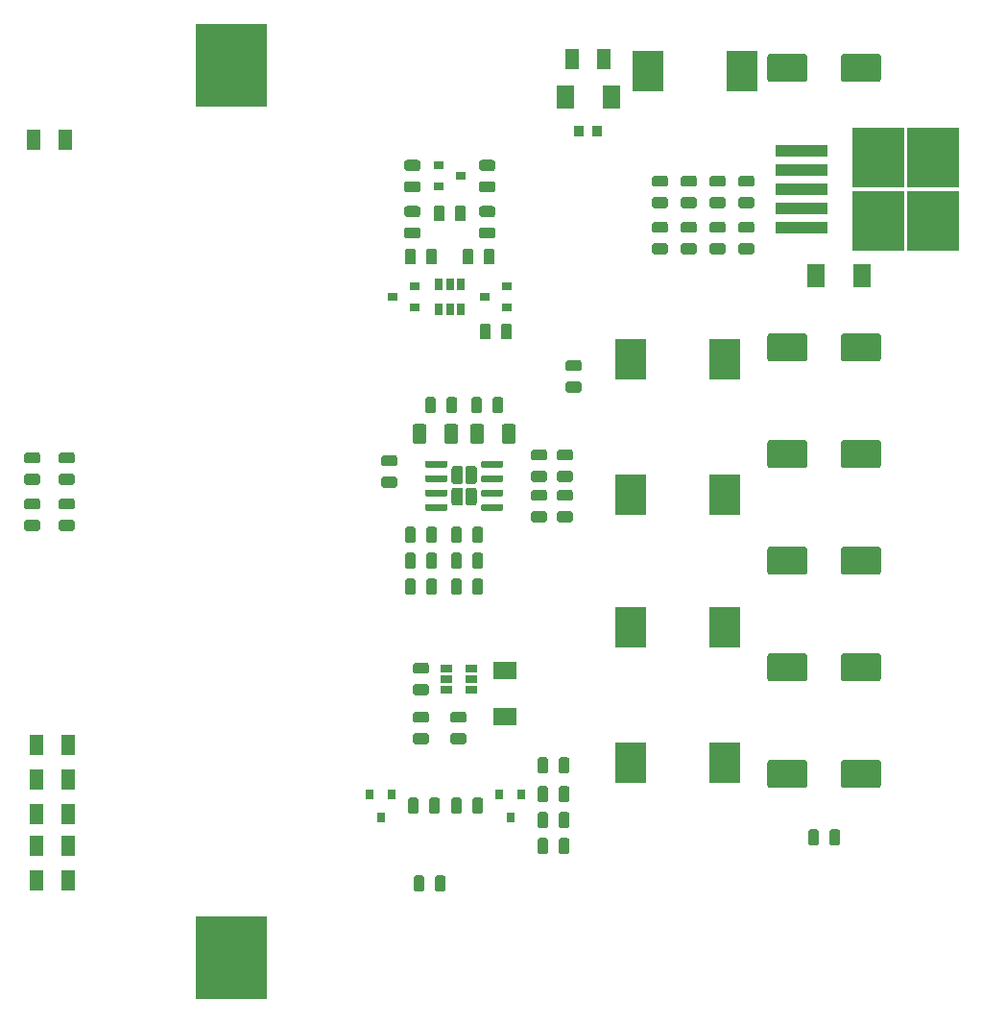
<source format=gbr>
G04 #@! TF.GenerationSoftware,KiCad,Pcbnew,(5.1.5)-3*
G04 #@! TF.CreationDate,2020-11-04T13:08:40-03:00*
G04 #@! TF.ProjectId,li-ion-backup,6c692d69-6f6e-42d6-9261-636b75702e6b,rev?*
G04 #@! TF.SameCoordinates,Original*
G04 #@! TF.FileFunction,Paste,Top*
G04 #@! TF.FilePolarity,Positive*
%FSLAX46Y46*%
G04 Gerber Fmt 4.6, Leading zero omitted, Abs format (unit mm)*
G04 Created by KiCad (PCBNEW (5.1.5)-3) date 2020-11-04 13:08:40*
%MOMM*%
%LPD*%
G04 APERTURE LIST*
%ADD10R,2.700000X3.600000*%
%ADD11C,0.150000*%
%ADD12R,0.800000X0.900000*%
%ADD13R,6.350000X7.340000*%
%ADD14R,0.650000X1.060000*%
%ADD15R,4.550000X5.250000*%
%ADD16R,4.600000X1.100000*%
%ADD17R,1.060000X0.650000*%
%ADD18R,0.900000X0.800000*%
%ADD19R,1.600000X2.000000*%
%ADD20R,2.000000X1.600000*%
G04 APERTURE END LIST*
D10*
X217002000Y-114046000D03*
X208702000Y-114046000D03*
X210226000Y-65024000D03*
X218526000Y-65024000D03*
X208702000Y-125984000D03*
X217002000Y-125984000D03*
X217002000Y-90424000D03*
X208702000Y-90424000D03*
X208702000Y-102362000D03*
X217002000Y-102362000D03*
D11*
G36*
X204188142Y-92399174D02*
G01*
X204211803Y-92402684D01*
X204235007Y-92408496D01*
X204257529Y-92416554D01*
X204279153Y-92426782D01*
X204299670Y-92439079D01*
X204318883Y-92453329D01*
X204336607Y-92469393D01*
X204352671Y-92487117D01*
X204366921Y-92506330D01*
X204379218Y-92526847D01*
X204389446Y-92548471D01*
X204397504Y-92570993D01*
X204403316Y-92594197D01*
X204406826Y-92617858D01*
X204408000Y-92641750D01*
X204408000Y-93129250D01*
X204406826Y-93153142D01*
X204403316Y-93176803D01*
X204397504Y-93200007D01*
X204389446Y-93222529D01*
X204379218Y-93244153D01*
X204366921Y-93264670D01*
X204352671Y-93283883D01*
X204336607Y-93301607D01*
X204318883Y-93317671D01*
X204299670Y-93331921D01*
X204279153Y-93344218D01*
X204257529Y-93354446D01*
X204235007Y-93362504D01*
X204211803Y-93368316D01*
X204188142Y-93371826D01*
X204164250Y-93373000D01*
X203251750Y-93373000D01*
X203227858Y-93371826D01*
X203204197Y-93368316D01*
X203180993Y-93362504D01*
X203158471Y-93354446D01*
X203136847Y-93344218D01*
X203116330Y-93331921D01*
X203097117Y-93317671D01*
X203079393Y-93301607D01*
X203063329Y-93283883D01*
X203049079Y-93264670D01*
X203036782Y-93244153D01*
X203026554Y-93222529D01*
X203018496Y-93200007D01*
X203012684Y-93176803D01*
X203009174Y-93153142D01*
X203008000Y-93129250D01*
X203008000Y-92641750D01*
X203009174Y-92617858D01*
X203012684Y-92594197D01*
X203018496Y-92570993D01*
X203026554Y-92548471D01*
X203036782Y-92526847D01*
X203049079Y-92506330D01*
X203063329Y-92487117D01*
X203079393Y-92469393D01*
X203097117Y-92453329D01*
X203116330Y-92439079D01*
X203136847Y-92426782D01*
X203158471Y-92416554D01*
X203180993Y-92408496D01*
X203204197Y-92402684D01*
X203227858Y-92399174D01*
X203251750Y-92398000D01*
X204164250Y-92398000D01*
X204188142Y-92399174D01*
G37*
G36*
X204188142Y-90524174D02*
G01*
X204211803Y-90527684D01*
X204235007Y-90533496D01*
X204257529Y-90541554D01*
X204279153Y-90551782D01*
X204299670Y-90564079D01*
X204318883Y-90578329D01*
X204336607Y-90594393D01*
X204352671Y-90612117D01*
X204366921Y-90631330D01*
X204379218Y-90651847D01*
X204389446Y-90673471D01*
X204397504Y-90695993D01*
X204403316Y-90719197D01*
X204406826Y-90742858D01*
X204408000Y-90766750D01*
X204408000Y-91254250D01*
X204406826Y-91278142D01*
X204403316Y-91301803D01*
X204397504Y-91325007D01*
X204389446Y-91347529D01*
X204379218Y-91369153D01*
X204366921Y-91389670D01*
X204352671Y-91408883D01*
X204336607Y-91426607D01*
X204318883Y-91442671D01*
X204299670Y-91456921D01*
X204279153Y-91469218D01*
X204257529Y-91479446D01*
X204235007Y-91487504D01*
X204211803Y-91493316D01*
X204188142Y-91496826D01*
X204164250Y-91498000D01*
X203251750Y-91498000D01*
X203227858Y-91496826D01*
X203204197Y-91493316D01*
X203180993Y-91487504D01*
X203158471Y-91479446D01*
X203136847Y-91469218D01*
X203116330Y-91456921D01*
X203097117Y-91442671D01*
X203079393Y-91426607D01*
X203063329Y-91408883D01*
X203049079Y-91389670D01*
X203036782Y-91369153D01*
X203026554Y-91347529D01*
X203018496Y-91325007D01*
X203012684Y-91301803D01*
X203009174Y-91278142D01*
X203008000Y-91254250D01*
X203008000Y-90766750D01*
X203009174Y-90742858D01*
X203012684Y-90719197D01*
X203018496Y-90695993D01*
X203026554Y-90673471D01*
X203036782Y-90651847D01*
X203049079Y-90631330D01*
X203063329Y-90612117D01*
X203079393Y-90594393D01*
X203097117Y-90578329D01*
X203116330Y-90564079D01*
X203136847Y-90551782D01*
X203158471Y-90541554D01*
X203180993Y-90533496D01*
X203204197Y-90527684D01*
X203227858Y-90524174D01*
X203251750Y-90523000D01*
X204164250Y-90523000D01*
X204188142Y-90524174D01*
G37*
G36*
X201260142Y-132651174D02*
G01*
X201283803Y-132654684D01*
X201307007Y-132660496D01*
X201329529Y-132668554D01*
X201351153Y-132678782D01*
X201371670Y-132691079D01*
X201390883Y-132705329D01*
X201408607Y-132721393D01*
X201424671Y-132739117D01*
X201438921Y-132758330D01*
X201451218Y-132778847D01*
X201461446Y-132800471D01*
X201469504Y-132822993D01*
X201475316Y-132846197D01*
X201478826Y-132869858D01*
X201480000Y-132893750D01*
X201480000Y-133806250D01*
X201478826Y-133830142D01*
X201475316Y-133853803D01*
X201469504Y-133877007D01*
X201461446Y-133899529D01*
X201451218Y-133921153D01*
X201438921Y-133941670D01*
X201424671Y-133960883D01*
X201408607Y-133978607D01*
X201390883Y-133994671D01*
X201371670Y-134008921D01*
X201351153Y-134021218D01*
X201329529Y-134031446D01*
X201307007Y-134039504D01*
X201283803Y-134045316D01*
X201260142Y-134048826D01*
X201236250Y-134050000D01*
X200748750Y-134050000D01*
X200724858Y-134048826D01*
X200701197Y-134045316D01*
X200677993Y-134039504D01*
X200655471Y-134031446D01*
X200633847Y-134021218D01*
X200613330Y-134008921D01*
X200594117Y-133994671D01*
X200576393Y-133978607D01*
X200560329Y-133960883D01*
X200546079Y-133941670D01*
X200533782Y-133921153D01*
X200523554Y-133899529D01*
X200515496Y-133877007D01*
X200509684Y-133853803D01*
X200506174Y-133830142D01*
X200505000Y-133806250D01*
X200505000Y-132893750D01*
X200506174Y-132869858D01*
X200509684Y-132846197D01*
X200515496Y-132822993D01*
X200523554Y-132800471D01*
X200533782Y-132778847D01*
X200546079Y-132758330D01*
X200560329Y-132739117D01*
X200576393Y-132721393D01*
X200594117Y-132705329D01*
X200613330Y-132691079D01*
X200633847Y-132678782D01*
X200655471Y-132668554D01*
X200677993Y-132660496D01*
X200701197Y-132654684D01*
X200724858Y-132651174D01*
X200748750Y-132650000D01*
X201236250Y-132650000D01*
X201260142Y-132651174D01*
G37*
G36*
X203135142Y-132651174D02*
G01*
X203158803Y-132654684D01*
X203182007Y-132660496D01*
X203204529Y-132668554D01*
X203226153Y-132678782D01*
X203246670Y-132691079D01*
X203265883Y-132705329D01*
X203283607Y-132721393D01*
X203299671Y-132739117D01*
X203313921Y-132758330D01*
X203326218Y-132778847D01*
X203336446Y-132800471D01*
X203344504Y-132822993D01*
X203350316Y-132846197D01*
X203353826Y-132869858D01*
X203355000Y-132893750D01*
X203355000Y-133806250D01*
X203353826Y-133830142D01*
X203350316Y-133853803D01*
X203344504Y-133877007D01*
X203336446Y-133899529D01*
X203326218Y-133921153D01*
X203313921Y-133941670D01*
X203299671Y-133960883D01*
X203283607Y-133978607D01*
X203265883Y-133994671D01*
X203246670Y-134008921D01*
X203226153Y-134021218D01*
X203204529Y-134031446D01*
X203182007Y-134039504D01*
X203158803Y-134045316D01*
X203135142Y-134048826D01*
X203111250Y-134050000D01*
X202623750Y-134050000D01*
X202599858Y-134048826D01*
X202576197Y-134045316D01*
X202552993Y-134039504D01*
X202530471Y-134031446D01*
X202508847Y-134021218D01*
X202488330Y-134008921D01*
X202469117Y-133994671D01*
X202451393Y-133978607D01*
X202435329Y-133960883D01*
X202421079Y-133941670D01*
X202408782Y-133921153D01*
X202398554Y-133899529D01*
X202390496Y-133877007D01*
X202384684Y-133853803D01*
X202381174Y-133830142D01*
X202380000Y-133806250D01*
X202380000Y-132893750D01*
X202381174Y-132869858D01*
X202384684Y-132846197D01*
X202390496Y-132822993D01*
X202398554Y-132800471D01*
X202408782Y-132778847D01*
X202421079Y-132758330D01*
X202435329Y-132739117D01*
X202451393Y-132721393D01*
X202469117Y-132705329D01*
X202488330Y-132691079D01*
X202508847Y-132678782D01*
X202530471Y-132668554D01*
X202552993Y-132660496D01*
X202576197Y-132654684D01*
X202599858Y-132651174D01*
X202623750Y-132650000D01*
X203111250Y-132650000D01*
X203135142Y-132651174D01*
G37*
G36*
X201260142Y-130365174D02*
G01*
X201283803Y-130368684D01*
X201307007Y-130374496D01*
X201329529Y-130382554D01*
X201351153Y-130392782D01*
X201371670Y-130405079D01*
X201390883Y-130419329D01*
X201408607Y-130435393D01*
X201424671Y-130453117D01*
X201438921Y-130472330D01*
X201451218Y-130492847D01*
X201461446Y-130514471D01*
X201469504Y-130536993D01*
X201475316Y-130560197D01*
X201478826Y-130583858D01*
X201480000Y-130607750D01*
X201480000Y-131520250D01*
X201478826Y-131544142D01*
X201475316Y-131567803D01*
X201469504Y-131591007D01*
X201461446Y-131613529D01*
X201451218Y-131635153D01*
X201438921Y-131655670D01*
X201424671Y-131674883D01*
X201408607Y-131692607D01*
X201390883Y-131708671D01*
X201371670Y-131722921D01*
X201351153Y-131735218D01*
X201329529Y-131745446D01*
X201307007Y-131753504D01*
X201283803Y-131759316D01*
X201260142Y-131762826D01*
X201236250Y-131764000D01*
X200748750Y-131764000D01*
X200724858Y-131762826D01*
X200701197Y-131759316D01*
X200677993Y-131753504D01*
X200655471Y-131745446D01*
X200633847Y-131735218D01*
X200613330Y-131722921D01*
X200594117Y-131708671D01*
X200576393Y-131692607D01*
X200560329Y-131674883D01*
X200546079Y-131655670D01*
X200533782Y-131635153D01*
X200523554Y-131613529D01*
X200515496Y-131591007D01*
X200509684Y-131567803D01*
X200506174Y-131544142D01*
X200505000Y-131520250D01*
X200505000Y-130607750D01*
X200506174Y-130583858D01*
X200509684Y-130560197D01*
X200515496Y-130536993D01*
X200523554Y-130514471D01*
X200533782Y-130492847D01*
X200546079Y-130472330D01*
X200560329Y-130453117D01*
X200576393Y-130435393D01*
X200594117Y-130419329D01*
X200613330Y-130405079D01*
X200633847Y-130392782D01*
X200655471Y-130382554D01*
X200677993Y-130374496D01*
X200701197Y-130368684D01*
X200724858Y-130365174D01*
X200748750Y-130364000D01*
X201236250Y-130364000D01*
X201260142Y-130365174D01*
G37*
G36*
X203135142Y-130365174D02*
G01*
X203158803Y-130368684D01*
X203182007Y-130374496D01*
X203204529Y-130382554D01*
X203226153Y-130392782D01*
X203246670Y-130405079D01*
X203265883Y-130419329D01*
X203283607Y-130435393D01*
X203299671Y-130453117D01*
X203313921Y-130472330D01*
X203326218Y-130492847D01*
X203336446Y-130514471D01*
X203344504Y-130536993D01*
X203350316Y-130560197D01*
X203353826Y-130583858D01*
X203355000Y-130607750D01*
X203355000Y-131520250D01*
X203353826Y-131544142D01*
X203350316Y-131567803D01*
X203344504Y-131591007D01*
X203336446Y-131613529D01*
X203326218Y-131635153D01*
X203313921Y-131655670D01*
X203299671Y-131674883D01*
X203283607Y-131692607D01*
X203265883Y-131708671D01*
X203246670Y-131722921D01*
X203226153Y-131735218D01*
X203204529Y-131745446D01*
X203182007Y-131753504D01*
X203158803Y-131759316D01*
X203135142Y-131762826D01*
X203111250Y-131764000D01*
X202623750Y-131764000D01*
X202599858Y-131762826D01*
X202576197Y-131759316D01*
X202552993Y-131753504D01*
X202530471Y-131745446D01*
X202508847Y-131735218D01*
X202488330Y-131722921D01*
X202469117Y-131708671D01*
X202451393Y-131692607D01*
X202435329Y-131674883D01*
X202421079Y-131655670D01*
X202408782Y-131635153D01*
X202398554Y-131613529D01*
X202390496Y-131591007D01*
X202384684Y-131567803D01*
X202381174Y-131544142D01*
X202380000Y-131520250D01*
X202380000Y-130607750D01*
X202381174Y-130583858D01*
X202384684Y-130560197D01*
X202390496Y-130536993D01*
X202398554Y-130514471D01*
X202408782Y-130492847D01*
X202421079Y-130472330D01*
X202435329Y-130453117D01*
X202451393Y-130435393D01*
X202469117Y-130419329D01*
X202488330Y-130405079D01*
X202508847Y-130392782D01*
X202530471Y-130382554D01*
X202552993Y-130374496D01*
X202576197Y-130368684D01*
X202599858Y-130365174D01*
X202623750Y-130364000D01*
X203111250Y-130364000D01*
X203135142Y-130365174D01*
G37*
G36*
X158509000Y-137273000D02*
G01*
X158509000Y-135523000D01*
X159759000Y-135523000D01*
X159759000Y-137273000D01*
X158509000Y-137273000D01*
G37*
G36*
X155709000Y-137273000D02*
G01*
X155709000Y-135523000D01*
X156959000Y-135523000D01*
X156959000Y-137273000D01*
X155709000Y-137273000D01*
G37*
G36*
X158509000Y-134225000D02*
G01*
X158509000Y-132475000D01*
X159759000Y-132475000D01*
X159759000Y-134225000D01*
X158509000Y-134225000D01*
G37*
G36*
X155709000Y-134225000D02*
G01*
X155709000Y-132475000D01*
X156959000Y-132475000D01*
X156959000Y-134225000D01*
X155709000Y-134225000D01*
G37*
G36*
X158509000Y-131431000D02*
G01*
X158509000Y-129681000D01*
X159759000Y-129681000D01*
X159759000Y-131431000D01*
X158509000Y-131431000D01*
G37*
G36*
X155709000Y-131431000D02*
G01*
X155709000Y-129681000D01*
X156959000Y-129681000D01*
X156959000Y-131431000D01*
X155709000Y-131431000D01*
G37*
G36*
X158509000Y-128383000D02*
G01*
X158509000Y-126633000D01*
X159759000Y-126633000D01*
X159759000Y-128383000D01*
X158509000Y-128383000D01*
G37*
G36*
X155709000Y-128383000D02*
G01*
X155709000Y-126633000D01*
X156959000Y-126633000D01*
X156959000Y-128383000D01*
X155709000Y-128383000D01*
G37*
G36*
X158509000Y-125335000D02*
G01*
X158509000Y-123585000D01*
X159759000Y-123585000D01*
X159759000Y-125335000D01*
X158509000Y-125335000D01*
G37*
G36*
X155709000Y-125335000D02*
G01*
X155709000Y-123585000D01*
X156959000Y-123585000D01*
X156959000Y-125335000D01*
X155709000Y-125335000D01*
G37*
G36*
X195515142Y-129095174D02*
G01*
X195538803Y-129098684D01*
X195562007Y-129104496D01*
X195584529Y-129112554D01*
X195606153Y-129122782D01*
X195626670Y-129135079D01*
X195645883Y-129149329D01*
X195663607Y-129165393D01*
X195679671Y-129183117D01*
X195693921Y-129202330D01*
X195706218Y-129222847D01*
X195716446Y-129244471D01*
X195724504Y-129266993D01*
X195730316Y-129290197D01*
X195733826Y-129313858D01*
X195735000Y-129337750D01*
X195735000Y-130250250D01*
X195733826Y-130274142D01*
X195730316Y-130297803D01*
X195724504Y-130321007D01*
X195716446Y-130343529D01*
X195706218Y-130365153D01*
X195693921Y-130385670D01*
X195679671Y-130404883D01*
X195663607Y-130422607D01*
X195645883Y-130438671D01*
X195626670Y-130452921D01*
X195606153Y-130465218D01*
X195584529Y-130475446D01*
X195562007Y-130483504D01*
X195538803Y-130489316D01*
X195515142Y-130492826D01*
X195491250Y-130494000D01*
X195003750Y-130494000D01*
X194979858Y-130492826D01*
X194956197Y-130489316D01*
X194932993Y-130483504D01*
X194910471Y-130475446D01*
X194888847Y-130465218D01*
X194868330Y-130452921D01*
X194849117Y-130438671D01*
X194831393Y-130422607D01*
X194815329Y-130404883D01*
X194801079Y-130385670D01*
X194788782Y-130365153D01*
X194778554Y-130343529D01*
X194770496Y-130321007D01*
X194764684Y-130297803D01*
X194761174Y-130274142D01*
X194760000Y-130250250D01*
X194760000Y-129337750D01*
X194761174Y-129313858D01*
X194764684Y-129290197D01*
X194770496Y-129266993D01*
X194778554Y-129244471D01*
X194788782Y-129222847D01*
X194801079Y-129202330D01*
X194815329Y-129183117D01*
X194831393Y-129165393D01*
X194849117Y-129149329D01*
X194868330Y-129135079D01*
X194888847Y-129122782D01*
X194910471Y-129112554D01*
X194932993Y-129104496D01*
X194956197Y-129098684D01*
X194979858Y-129095174D01*
X195003750Y-129094000D01*
X195491250Y-129094000D01*
X195515142Y-129095174D01*
G37*
G36*
X193640142Y-129095174D02*
G01*
X193663803Y-129098684D01*
X193687007Y-129104496D01*
X193709529Y-129112554D01*
X193731153Y-129122782D01*
X193751670Y-129135079D01*
X193770883Y-129149329D01*
X193788607Y-129165393D01*
X193804671Y-129183117D01*
X193818921Y-129202330D01*
X193831218Y-129222847D01*
X193841446Y-129244471D01*
X193849504Y-129266993D01*
X193855316Y-129290197D01*
X193858826Y-129313858D01*
X193860000Y-129337750D01*
X193860000Y-130250250D01*
X193858826Y-130274142D01*
X193855316Y-130297803D01*
X193849504Y-130321007D01*
X193841446Y-130343529D01*
X193831218Y-130365153D01*
X193818921Y-130385670D01*
X193804671Y-130404883D01*
X193788607Y-130422607D01*
X193770883Y-130438671D01*
X193751670Y-130452921D01*
X193731153Y-130465218D01*
X193709529Y-130475446D01*
X193687007Y-130483504D01*
X193663803Y-130489316D01*
X193640142Y-130492826D01*
X193616250Y-130494000D01*
X193128750Y-130494000D01*
X193104858Y-130492826D01*
X193081197Y-130489316D01*
X193057993Y-130483504D01*
X193035471Y-130475446D01*
X193013847Y-130465218D01*
X192993330Y-130452921D01*
X192974117Y-130438671D01*
X192956393Y-130422607D01*
X192940329Y-130404883D01*
X192926079Y-130385670D01*
X192913782Y-130365153D01*
X192903554Y-130343529D01*
X192895496Y-130321007D01*
X192889684Y-130297803D01*
X192886174Y-130274142D01*
X192885000Y-130250250D01*
X192885000Y-129337750D01*
X192886174Y-129313858D01*
X192889684Y-129290197D01*
X192895496Y-129266993D01*
X192903554Y-129244471D01*
X192913782Y-129222847D01*
X192926079Y-129202330D01*
X192940329Y-129183117D01*
X192956393Y-129165393D01*
X192974117Y-129149329D01*
X192993330Y-129135079D01*
X193013847Y-129122782D01*
X193035471Y-129112554D01*
X193057993Y-129104496D01*
X193081197Y-129098684D01*
X193104858Y-129095174D01*
X193128750Y-129094000D01*
X193616250Y-129094000D01*
X193640142Y-129095174D01*
G37*
G36*
X191705142Y-129095174D02*
G01*
X191728803Y-129098684D01*
X191752007Y-129104496D01*
X191774529Y-129112554D01*
X191796153Y-129122782D01*
X191816670Y-129135079D01*
X191835883Y-129149329D01*
X191853607Y-129165393D01*
X191869671Y-129183117D01*
X191883921Y-129202330D01*
X191896218Y-129222847D01*
X191906446Y-129244471D01*
X191914504Y-129266993D01*
X191920316Y-129290197D01*
X191923826Y-129313858D01*
X191925000Y-129337750D01*
X191925000Y-130250250D01*
X191923826Y-130274142D01*
X191920316Y-130297803D01*
X191914504Y-130321007D01*
X191906446Y-130343529D01*
X191896218Y-130365153D01*
X191883921Y-130385670D01*
X191869671Y-130404883D01*
X191853607Y-130422607D01*
X191835883Y-130438671D01*
X191816670Y-130452921D01*
X191796153Y-130465218D01*
X191774529Y-130475446D01*
X191752007Y-130483504D01*
X191728803Y-130489316D01*
X191705142Y-130492826D01*
X191681250Y-130494000D01*
X191193750Y-130494000D01*
X191169858Y-130492826D01*
X191146197Y-130489316D01*
X191122993Y-130483504D01*
X191100471Y-130475446D01*
X191078847Y-130465218D01*
X191058330Y-130452921D01*
X191039117Y-130438671D01*
X191021393Y-130422607D01*
X191005329Y-130404883D01*
X190991079Y-130385670D01*
X190978782Y-130365153D01*
X190968554Y-130343529D01*
X190960496Y-130321007D01*
X190954684Y-130297803D01*
X190951174Y-130274142D01*
X190950000Y-130250250D01*
X190950000Y-129337750D01*
X190951174Y-129313858D01*
X190954684Y-129290197D01*
X190960496Y-129266993D01*
X190968554Y-129244471D01*
X190978782Y-129222847D01*
X190991079Y-129202330D01*
X191005329Y-129183117D01*
X191021393Y-129165393D01*
X191039117Y-129149329D01*
X191058330Y-129135079D01*
X191078847Y-129122782D01*
X191100471Y-129112554D01*
X191122993Y-129104496D01*
X191146197Y-129098684D01*
X191169858Y-129095174D01*
X191193750Y-129094000D01*
X191681250Y-129094000D01*
X191705142Y-129095174D01*
G37*
G36*
X189830142Y-129095174D02*
G01*
X189853803Y-129098684D01*
X189877007Y-129104496D01*
X189899529Y-129112554D01*
X189921153Y-129122782D01*
X189941670Y-129135079D01*
X189960883Y-129149329D01*
X189978607Y-129165393D01*
X189994671Y-129183117D01*
X190008921Y-129202330D01*
X190021218Y-129222847D01*
X190031446Y-129244471D01*
X190039504Y-129266993D01*
X190045316Y-129290197D01*
X190048826Y-129313858D01*
X190050000Y-129337750D01*
X190050000Y-130250250D01*
X190048826Y-130274142D01*
X190045316Y-130297803D01*
X190039504Y-130321007D01*
X190031446Y-130343529D01*
X190021218Y-130365153D01*
X190008921Y-130385670D01*
X189994671Y-130404883D01*
X189978607Y-130422607D01*
X189960883Y-130438671D01*
X189941670Y-130452921D01*
X189921153Y-130465218D01*
X189899529Y-130475446D01*
X189877007Y-130483504D01*
X189853803Y-130489316D01*
X189830142Y-130492826D01*
X189806250Y-130494000D01*
X189318750Y-130494000D01*
X189294858Y-130492826D01*
X189271197Y-130489316D01*
X189247993Y-130483504D01*
X189225471Y-130475446D01*
X189203847Y-130465218D01*
X189183330Y-130452921D01*
X189164117Y-130438671D01*
X189146393Y-130422607D01*
X189130329Y-130404883D01*
X189116079Y-130385670D01*
X189103782Y-130365153D01*
X189093554Y-130343529D01*
X189085496Y-130321007D01*
X189079684Y-130297803D01*
X189076174Y-130274142D01*
X189075000Y-130250250D01*
X189075000Y-129337750D01*
X189076174Y-129313858D01*
X189079684Y-129290197D01*
X189085496Y-129266993D01*
X189093554Y-129244471D01*
X189103782Y-129222847D01*
X189116079Y-129202330D01*
X189130329Y-129183117D01*
X189146393Y-129165393D01*
X189164117Y-129149329D01*
X189183330Y-129135079D01*
X189203847Y-129122782D01*
X189225471Y-129112554D01*
X189247993Y-129104496D01*
X189271197Y-129098684D01*
X189294858Y-129095174D01*
X189318750Y-129094000D01*
X189806250Y-129094000D01*
X189830142Y-129095174D01*
G37*
G36*
X203135142Y-128079174D02*
G01*
X203158803Y-128082684D01*
X203182007Y-128088496D01*
X203204529Y-128096554D01*
X203226153Y-128106782D01*
X203246670Y-128119079D01*
X203265883Y-128133329D01*
X203283607Y-128149393D01*
X203299671Y-128167117D01*
X203313921Y-128186330D01*
X203326218Y-128206847D01*
X203336446Y-128228471D01*
X203344504Y-128250993D01*
X203350316Y-128274197D01*
X203353826Y-128297858D01*
X203355000Y-128321750D01*
X203355000Y-129234250D01*
X203353826Y-129258142D01*
X203350316Y-129281803D01*
X203344504Y-129305007D01*
X203336446Y-129327529D01*
X203326218Y-129349153D01*
X203313921Y-129369670D01*
X203299671Y-129388883D01*
X203283607Y-129406607D01*
X203265883Y-129422671D01*
X203246670Y-129436921D01*
X203226153Y-129449218D01*
X203204529Y-129459446D01*
X203182007Y-129467504D01*
X203158803Y-129473316D01*
X203135142Y-129476826D01*
X203111250Y-129478000D01*
X202623750Y-129478000D01*
X202599858Y-129476826D01*
X202576197Y-129473316D01*
X202552993Y-129467504D01*
X202530471Y-129459446D01*
X202508847Y-129449218D01*
X202488330Y-129436921D01*
X202469117Y-129422671D01*
X202451393Y-129406607D01*
X202435329Y-129388883D01*
X202421079Y-129369670D01*
X202408782Y-129349153D01*
X202398554Y-129327529D01*
X202390496Y-129305007D01*
X202384684Y-129281803D01*
X202381174Y-129258142D01*
X202380000Y-129234250D01*
X202380000Y-128321750D01*
X202381174Y-128297858D01*
X202384684Y-128274197D01*
X202390496Y-128250993D01*
X202398554Y-128228471D01*
X202408782Y-128206847D01*
X202421079Y-128186330D01*
X202435329Y-128167117D01*
X202451393Y-128149393D01*
X202469117Y-128133329D01*
X202488330Y-128119079D01*
X202508847Y-128106782D01*
X202530471Y-128096554D01*
X202552993Y-128088496D01*
X202576197Y-128082684D01*
X202599858Y-128079174D01*
X202623750Y-128078000D01*
X203111250Y-128078000D01*
X203135142Y-128079174D01*
G37*
G36*
X201260142Y-128079174D02*
G01*
X201283803Y-128082684D01*
X201307007Y-128088496D01*
X201329529Y-128096554D01*
X201351153Y-128106782D01*
X201371670Y-128119079D01*
X201390883Y-128133329D01*
X201408607Y-128149393D01*
X201424671Y-128167117D01*
X201438921Y-128186330D01*
X201451218Y-128206847D01*
X201461446Y-128228471D01*
X201469504Y-128250993D01*
X201475316Y-128274197D01*
X201478826Y-128297858D01*
X201480000Y-128321750D01*
X201480000Y-129234250D01*
X201478826Y-129258142D01*
X201475316Y-129281803D01*
X201469504Y-129305007D01*
X201461446Y-129327529D01*
X201451218Y-129349153D01*
X201438921Y-129369670D01*
X201424671Y-129388883D01*
X201408607Y-129406607D01*
X201390883Y-129422671D01*
X201371670Y-129436921D01*
X201351153Y-129449218D01*
X201329529Y-129459446D01*
X201307007Y-129467504D01*
X201283803Y-129473316D01*
X201260142Y-129476826D01*
X201236250Y-129478000D01*
X200748750Y-129478000D01*
X200724858Y-129476826D01*
X200701197Y-129473316D01*
X200677993Y-129467504D01*
X200655471Y-129459446D01*
X200633847Y-129449218D01*
X200613330Y-129436921D01*
X200594117Y-129422671D01*
X200576393Y-129406607D01*
X200560329Y-129388883D01*
X200546079Y-129369670D01*
X200533782Y-129349153D01*
X200523554Y-129327529D01*
X200515496Y-129305007D01*
X200509684Y-129281803D01*
X200506174Y-129258142D01*
X200505000Y-129234250D01*
X200505000Y-128321750D01*
X200506174Y-128297858D01*
X200509684Y-128274197D01*
X200515496Y-128250993D01*
X200523554Y-128228471D01*
X200533782Y-128206847D01*
X200546079Y-128186330D01*
X200560329Y-128167117D01*
X200576393Y-128149393D01*
X200594117Y-128133329D01*
X200613330Y-128119079D01*
X200633847Y-128106782D01*
X200655471Y-128096554D01*
X200677993Y-128088496D01*
X200701197Y-128082684D01*
X200724858Y-128079174D01*
X200748750Y-128078000D01*
X201236250Y-128078000D01*
X201260142Y-128079174D01*
G37*
G36*
X201260142Y-125539174D02*
G01*
X201283803Y-125542684D01*
X201307007Y-125548496D01*
X201329529Y-125556554D01*
X201351153Y-125566782D01*
X201371670Y-125579079D01*
X201390883Y-125593329D01*
X201408607Y-125609393D01*
X201424671Y-125627117D01*
X201438921Y-125646330D01*
X201451218Y-125666847D01*
X201461446Y-125688471D01*
X201469504Y-125710993D01*
X201475316Y-125734197D01*
X201478826Y-125757858D01*
X201480000Y-125781750D01*
X201480000Y-126694250D01*
X201478826Y-126718142D01*
X201475316Y-126741803D01*
X201469504Y-126765007D01*
X201461446Y-126787529D01*
X201451218Y-126809153D01*
X201438921Y-126829670D01*
X201424671Y-126848883D01*
X201408607Y-126866607D01*
X201390883Y-126882671D01*
X201371670Y-126896921D01*
X201351153Y-126909218D01*
X201329529Y-126919446D01*
X201307007Y-126927504D01*
X201283803Y-126933316D01*
X201260142Y-126936826D01*
X201236250Y-126938000D01*
X200748750Y-126938000D01*
X200724858Y-126936826D01*
X200701197Y-126933316D01*
X200677993Y-126927504D01*
X200655471Y-126919446D01*
X200633847Y-126909218D01*
X200613330Y-126896921D01*
X200594117Y-126882671D01*
X200576393Y-126866607D01*
X200560329Y-126848883D01*
X200546079Y-126829670D01*
X200533782Y-126809153D01*
X200523554Y-126787529D01*
X200515496Y-126765007D01*
X200509684Y-126741803D01*
X200506174Y-126718142D01*
X200505000Y-126694250D01*
X200505000Y-125781750D01*
X200506174Y-125757858D01*
X200509684Y-125734197D01*
X200515496Y-125710993D01*
X200523554Y-125688471D01*
X200533782Y-125666847D01*
X200546079Y-125646330D01*
X200560329Y-125627117D01*
X200576393Y-125609393D01*
X200594117Y-125593329D01*
X200613330Y-125579079D01*
X200633847Y-125566782D01*
X200655471Y-125556554D01*
X200677993Y-125548496D01*
X200701197Y-125542684D01*
X200724858Y-125539174D01*
X200748750Y-125538000D01*
X201236250Y-125538000D01*
X201260142Y-125539174D01*
G37*
G36*
X203135142Y-125539174D02*
G01*
X203158803Y-125542684D01*
X203182007Y-125548496D01*
X203204529Y-125556554D01*
X203226153Y-125566782D01*
X203246670Y-125579079D01*
X203265883Y-125593329D01*
X203283607Y-125609393D01*
X203299671Y-125627117D01*
X203313921Y-125646330D01*
X203326218Y-125666847D01*
X203336446Y-125688471D01*
X203344504Y-125710993D01*
X203350316Y-125734197D01*
X203353826Y-125757858D01*
X203355000Y-125781750D01*
X203355000Y-126694250D01*
X203353826Y-126718142D01*
X203350316Y-126741803D01*
X203344504Y-126765007D01*
X203336446Y-126787529D01*
X203326218Y-126809153D01*
X203313921Y-126829670D01*
X203299671Y-126848883D01*
X203283607Y-126866607D01*
X203265883Y-126882671D01*
X203246670Y-126896921D01*
X203226153Y-126909218D01*
X203204529Y-126919446D01*
X203182007Y-126927504D01*
X203158803Y-126933316D01*
X203135142Y-126936826D01*
X203111250Y-126938000D01*
X202623750Y-126938000D01*
X202599858Y-126936826D01*
X202576197Y-126933316D01*
X202552993Y-126927504D01*
X202530471Y-126919446D01*
X202508847Y-126909218D01*
X202488330Y-126896921D01*
X202469117Y-126882671D01*
X202451393Y-126866607D01*
X202435329Y-126848883D01*
X202421079Y-126829670D01*
X202408782Y-126809153D01*
X202398554Y-126787529D01*
X202390496Y-126765007D01*
X202384684Y-126741803D01*
X202381174Y-126718142D01*
X202380000Y-126694250D01*
X202380000Y-125781750D01*
X202381174Y-125757858D01*
X202384684Y-125734197D01*
X202390496Y-125710993D01*
X202398554Y-125688471D01*
X202408782Y-125666847D01*
X202421079Y-125646330D01*
X202435329Y-125627117D01*
X202451393Y-125609393D01*
X202469117Y-125593329D01*
X202488330Y-125579079D01*
X202508847Y-125566782D01*
X202530471Y-125556554D01*
X202552993Y-125548496D01*
X202576197Y-125542684D01*
X202599858Y-125539174D01*
X202623750Y-125538000D01*
X203111250Y-125538000D01*
X203135142Y-125539174D01*
G37*
D12*
X186690000Y-130794000D03*
X185740000Y-128794000D03*
X187640000Y-128794000D03*
X198120000Y-130794000D03*
X197170000Y-128794000D03*
X199070000Y-128794000D03*
D13*
X173482000Y-143216000D03*
X173482000Y-64556000D03*
D11*
G36*
X197370703Y-99395722D02*
G01*
X197385264Y-99397882D01*
X197399543Y-99401459D01*
X197413403Y-99406418D01*
X197426710Y-99412712D01*
X197439336Y-99420280D01*
X197451159Y-99429048D01*
X197462066Y-99438934D01*
X197471952Y-99449841D01*
X197480720Y-99461664D01*
X197488288Y-99474290D01*
X197494582Y-99487597D01*
X197499541Y-99501457D01*
X197503118Y-99515736D01*
X197505278Y-99530297D01*
X197506000Y-99545000D01*
X197506000Y-99845000D01*
X197505278Y-99859703D01*
X197503118Y-99874264D01*
X197499541Y-99888543D01*
X197494582Y-99902403D01*
X197488288Y-99915710D01*
X197480720Y-99928336D01*
X197471952Y-99940159D01*
X197462066Y-99951066D01*
X197451159Y-99960952D01*
X197439336Y-99969720D01*
X197426710Y-99977288D01*
X197413403Y-99983582D01*
X197399543Y-99988541D01*
X197385264Y-99992118D01*
X197370703Y-99994278D01*
X197356000Y-99995000D01*
X195706000Y-99995000D01*
X195691297Y-99994278D01*
X195676736Y-99992118D01*
X195662457Y-99988541D01*
X195648597Y-99983582D01*
X195635290Y-99977288D01*
X195622664Y-99969720D01*
X195610841Y-99960952D01*
X195599934Y-99951066D01*
X195590048Y-99940159D01*
X195581280Y-99928336D01*
X195573712Y-99915710D01*
X195567418Y-99902403D01*
X195562459Y-99888543D01*
X195558882Y-99874264D01*
X195556722Y-99859703D01*
X195556000Y-99845000D01*
X195556000Y-99545000D01*
X195556722Y-99530297D01*
X195558882Y-99515736D01*
X195562459Y-99501457D01*
X195567418Y-99487597D01*
X195573712Y-99474290D01*
X195581280Y-99461664D01*
X195590048Y-99449841D01*
X195599934Y-99438934D01*
X195610841Y-99429048D01*
X195622664Y-99420280D01*
X195635290Y-99412712D01*
X195648597Y-99406418D01*
X195662457Y-99401459D01*
X195676736Y-99397882D01*
X195691297Y-99395722D01*
X195706000Y-99395000D01*
X197356000Y-99395000D01*
X197370703Y-99395722D01*
G37*
G36*
X197370703Y-100665722D02*
G01*
X197385264Y-100667882D01*
X197399543Y-100671459D01*
X197413403Y-100676418D01*
X197426710Y-100682712D01*
X197439336Y-100690280D01*
X197451159Y-100699048D01*
X197462066Y-100708934D01*
X197471952Y-100719841D01*
X197480720Y-100731664D01*
X197488288Y-100744290D01*
X197494582Y-100757597D01*
X197499541Y-100771457D01*
X197503118Y-100785736D01*
X197505278Y-100800297D01*
X197506000Y-100815000D01*
X197506000Y-101115000D01*
X197505278Y-101129703D01*
X197503118Y-101144264D01*
X197499541Y-101158543D01*
X197494582Y-101172403D01*
X197488288Y-101185710D01*
X197480720Y-101198336D01*
X197471952Y-101210159D01*
X197462066Y-101221066D01*
X197451159Y-101230952D01*
X197439336Y-101239720D01*
X197426710Y-101247288D01*
X197413403Y-101253582D01*
X197399543Y-101258541D01*
X197385264Y-101262118D01*
X197370703Y-101264278D01*
X197356000Y-101265000D01*
X195706000Y-101265000D01*
X195691297Y-101264278D01*
X195676736Y-101262118D01*
X195662457Y-101258541D01*
X195648597Y-101253582D01*
X195635290Y-101247288D01*
X195622664Y-101239720D01*
X195610841Y-101230952D01*
X195599934Y-101221066D01*
X195590048Y-101210159D01*
X195581280Y-101198336D01*
X195573712Y-101185710D01*
X195567418Y-101172403D01*
X195562459Y-101158543D01*
X195558882Y-101144264D01*
X195556722Y-101129703D01*
X195556000Y-101115000D01*
X195556000Y-100815000D01*
X195556722Y-100800297D01*
X195558882Y-100785736D01*
X195562459Y-100771457D01*
X195567418Y-100757597D01*
X195573712Y-100744290D01*
X195581280Y-100731664D01*
X195590048Y-100719841D01*
X195599934Y-100708934D01*
X195610841Y-100699048D01*
X195622664Y-100690280D01*
X195635290Y-100682712D01*
X195648597Y-100676418D01*
X195662457Y-100671459D01*
X195676736Y-100667882D01*
X195691297Y-100665722D01*
X195706000Y-100665000D01*
X197356000Y-100665000D01*
X197370703Y-100665722D01*
G37*
G36*
X197370703Y-101935722D02*
G01*
X197385264Y-101937882D01*
X197399543Y-101941459D01*
X197413403Y-101946418D01*
X197426710Y-101952712D01*
X197439336Y-101960280D01*
X197451159Y-101969048D01*
X197462066Y-101978934D01*
X197471952Y-101989841D01*
X197480720Y-102001664D01*
X197488288Y-102014290D01*
X197494582Y-102027597D01*
X197499541Y-102041457D01*
X197503118Y-102055736D01*
X197505278Y-102070297D01*
X197506000Y-102085000D01*
X197506000Y-102385000D01*
X197505278Y-102399703D01*
X197503118Y-102414264D01*
X197499541Y-102428543D01*
X197494582Y-102442403D01*
X197488288Y-102455710D01*
X197480720Y-102468336D01*
X197471952Y-102480159D01*
X197462066Y-102491066D01*
X197451159Y-102500952D01*
X197439336Y-102509720D01*
X197426710Y-102517288D01*
X197413403Y-102523582D01*
X197399543Y-102528541D01*
X197385264Y-102532118D01*
X197370703Y-102534278D01*
X197356000Y-102535000D01*
X195706000Y-102535000D01*
X195691297Y-102534278D01*
X195676736Y-102532118D01*
X195662457Y-102528541D01*
X195648597Y-102523582D01*
X195635290Y-102517288D01*
X195622664Y-102509720D01*
X195610841Y-102500952D01*
X195599934Y-102491066D01*
X195590048Y-102480159D01*
X195581280Y-102468336D01*
X195573712Y-102455710D01*
X195567418Y-102442403D01*
X195562459Y-102428543D01*
X195558882Y-102414264D01*
X195556722Y-102399703D01*
X195556000Y-102385000D01*
X195556000Y-102085000D01*
X195556722Y-102070297D01*
X195558882Y-102055736D01*
X195562459Y-102041457D01*
X195567418Y-102027597D01*
X195573712Y-102014290D01*
X195581280Y-102001664D01*
X195590048Y-101989841D01*
X195599934Y-101978934D01*
X195610841Y-101969048D01*
X195622664Y-101960280D01*
X195635290Y-101952712D01*
X195648597Y-101946418D01*
X195662457Y-101941459D01*
X195676736Y-101937882D01*
X195691297Y-101935722D01*
X195706000Y-101935000D01*
X197356000Y-101935000D01*
X197370703Y-101935722D01*
G37*
G36*
X197370703Y-103205722D02*
G01*
X197385264Y-103207882D01*
X197399543Y-103211459D01*
X197413403Y-103216418D01*
X197426710Y-103222712D01*
X197439336Y-103230280D01*
X197451159Y-103239048D01*
X197462066Y-103248934D01*
X197471952Y-103259841D01*
X197480720Y-103271664D01*
X197488288Y-103284290D01*
X197494582Y-103297597D01*
X197499541Y-103311457D01*
X197503118Y-103325736D01*
X197505278Y-103340297D01*
X197506000Y-103355000D01*
X197506000Y-103655000D01*
X197505278Y-103669703D01*
X197503118Y-103684264D01*
X197499541Y-103698543D01*
X197494582Y-103712403D01*
X197488288Y-103725710D01*
X197480720Y-103738336D01*
X197471952Y-103750159D01*
X197462066Y-103761066D01*
X197451159Y-103770952D01*
X197439336Y-103779720D01*
X197426710Y-103787288D01*
X197413403Y-103793582D01*
X197399543Y-103798541D01*
X197385264Y-103802118D01*
X197370703Y-103804278D01*
X197356000Y-103805000D01*
X195706000Y-103805000D01*
X195691297Y-103804278D01*
X195676736Y-103802118D01*
X195662457Y-103798541D01*
X195648597Y-103793582D01*
X195635290Y-103787288D01*
X195622664Y-103779720D01*
X195610841Y-103770952D01*
X195599934Y-103761066D01*
X195590048Y-103750159D01*
X195581280Y-103738336D01*
X195573712Y-103725710D01*
X195567418Y-103712403D01*
X195562459Y-103698543D01*
X195558882Y-103684264D01*
X195556722Y-103669703D01*
X195556000Y-103655000D01*
X195556000Y-103355000D01*
X195556722Y-103340297D01*
X195558882Y-103325736D01*
X195562459Y-103311457D01*
X195567418Y-103297597D01*
X195573712Y-103284290D01*
X195581280Y-103271664D01*
X195590048Y-103259841D01*
X195599934Y-103248934D01*
X195610841Y-103239048D01*
X195622664Y-103230280D01*
X195635290Y-103222712D01*
X195648597Y-103216418D01*
X195662457Y-103211459D01*
X195676736Y-103207882D01*
X195691297Y-103205722D01*
X195706000Y-103205000D01*
X197356000Y-103205000D01*
X197370703Y-103205722D01*
G37*
G36*
X192420703Y-103205722D02*
G01*
X192435264Y-103207882D01*
X192449543Y-103211459D01*
X192463403Y-103216418D01*
X192476710Y-103222712D01*
X192489336Y-103230280D01*
X192501159Y-103239048D01*
X192512066Y-103248934D01*
X192521952Y-103259841D01*
X192530720Y-103271664D01*
X192538288Y-103284290D01*
X192544582Y-103297597D01*
X192549541Y-103311457D01*
X192553118Y-103325736D01*
X192555278Y-103340297D01*
X192556000Y-103355000D01*
X192556000Y-103655000D01*
X192555278Y-103669703D01*
X192553118Y-103684264D01*
X192549541Y-103698543D01*
X192544582Y-103712403D01*
X192538288Y-103725710D01*
X192530720Y-103738336D01*
X192521952Y-103750159D01*
X192512066Y-103761066D01*
X192501159Y-103770952D01*
X192489336Y-103779720D01*
X192476710Y-103787288D01*
X192463403Y-103793582D01*
X192449543Y-103798541D01*
X192435264Y-103802118D01*
X192420703Y-103804278D01*
X192406000Y-103805000D01*
X190756000Y-103805000D01*
X190741297Y-103804278D01*
X190726736Y-103802118D01*
X190712457Y-103798541D01*
X190698597Y-103793582D01*
X190685290Y-103787288D01*
X190672664Y-103779720D01*
X190660841Y-103770952D01*
X190649934Y-103761066D01*
X190640048Y-103750159D01*
X190631280Y-103738336D01*
X190623712Y-103725710D01*
X190617418Y-103712403D01*
X190612459Y-103698543D01*
X190608882Y-103684264D01*
X190606722Y-103669703D01*
X190606000Y-103655000D01*
X190606000Y-103355000D01*
X190606722Y-103340297D01*
X190608882Y-103325736D01*
X190612459Y-103311457D01*
X190617418Y-103297597D01*
X190623712Y-103284290D01*
X190631280Y-103271664D01*
X190640048Y-103259841D01*
X190649934Y-103248934D01*
X190660841Y-103239048D01*
X190672664Y-103230280D01*
X190685290Y-103222712D01*
X190698597Y-103216418D01*
X190712457Y-103211459D01*
X190726736Y-103207882D01*
X190741297Y-103205722D01*
X190756000Y-103205000D01*
X192406000Y-103205000D01*
X192420703Y-103205722D01*
G37*
G36*
X192420703Y-101935722D02*
G01*
X192435264Y-101937882D01*
X192449543Y-101941459D01*
X192463403Y-101946418D01*
X192476710Y-101952712D01*
X192489336Y-101960280D01*
X192501159Y-101969048D01*
X192512066Y-101978934D01*
X192521952Y-101989841D01*
X192530720Y-102001664D01*
X192538288Y-102014290D01*
X192544582Y-102027597D01*
X192549541Y-102041457D01*
X192553118Y-102055736D01*
X192555278Y-102070297D01*
X192556000Y-102085000D01*
X192556000Y-102385000D01*
X192555278Y-102399703D01*
X192553118Y-102414264D01*
X192549541Y-102428543D01*
X192544582Y-102442403D01*
X192538288Y-102455710D01*
X192530720Y-102468336D01*
X192521952Y-102480159D01*
X192512066Y-102491066D01*
X192501159Y-102500952D01*
X192489336Y-102509720D01*
X192476710Y-102517288D01*
X192463403Y-102523582D01*
X192449543Y-102528541D01*
X192435264Y-102532118D01*
X192420703Y-102534278D01*
X192406000Y-102535000D01*
X190756000Y-102535000D01*
X190741297Y-102534278D01*
X190726736Y-102532118D01*
X190712457Y-102528541D01*
X190698597Y-102523582D01*
X190685290Y-102517288D01*
X190672664Y-102509720D01*
X190660841Y-102500952D01*
X190649934Y-102491066D01*
X190640048Y-102480159D01*
X190631280Y-102468336D01*
X190623712Y-102455710D01*
X190617418Y-102442403D01*
X190612459Y-102428543D01*
X190608882Y-102414264D01*
X190606722Y-102399703D01*
X190606000Y-102385000D01*
X190606000Y-102085000D01*
X190606722Y-102070297D01*
X190608882Y-102055736D01*
X190612459Y-102041457D01*
X190617418Y-102027597D01*
X190623712Y-102014290D01*
X190631280Y-102001664D01*
X190640048Y-101989841D01*
X190649934Y-101978934D01*
X190660841Y-101969048D01*
X190672664Y-101960280D01*
X190685290Y-101952712D01*
X190698597Y-101946418D01*
X190712457Y-101941459D01*
X190726736Y-101937882D01*
X190741297Y-101935722D01*
X190756000Y-101935000D01*
X192406000Y-101935000D01*
X192420703Y-101935722D01*
G37*
G36*
X192420703Y-100665722D02*
G01*
X192435264Y-100667882D01*
X192449543Y-100671459D01*
X192463403Y-100676418D01*
X192476710Y-100682712D01*
X192489336Y-100690280D01*
X192501159Y-100699048D01*
X192512066Y-100708934D01*
X192521952Y-100719841D01*
X192530720Y-100731664D01*
X192538288Y-100744290D01*
X192544582Y-100757597D01*
X192549541Y-100771457D01*
X192553118Y-100785736D01*
X192555278Y-100800297D01*
X192556000Y-100815000D01*
X192556000Y-101115000D01*
X192555278Y-101129703D01*
X192553118Y-101144264D01*
X192549541Y-101158543D01*
X192544582Y-101172403D01*
X192538288Y-101185710D01*
X192530720Y-101198336D01*
X192521952Y-101210159D01*
X192512066Y-101221066D01*
X192501159Y-101230952D01*
X192489336Y-101239720D01*
X192476710Y-101247288D01*
X192463403Y-101253582D01*
X192449543Y-101258541D01*
X192435264Y-101262118D01*
X192420703Y-101264278D01*
X192406000Y-101265000D01*
X190756000Y-101265000D01*
X190741297Y-101264278D01*
X190726736Y-101262118D01*
X190712457Y-101258541D01*
X190698597Y-101253582D01*
X190685290Y-101247288D01*
X190672664Y-101239720D01*
X190660841Y-101230952D01*
X190649934Y-101221066D01*
X190640048Y-101210159D01*
X190631280Y-101198336D01*
X190623712Y-101185710D01*
X190617418Y-101172403D01*
X190612459Y-101158543D01*
X190608882Y-101144264D01*
X190606722Y-101129703D01*
X190606000Y-101115000D01*
X190606000Y-100815000D01*
X190606722Y-100800297D01*
X190608882Y-100785736D01*
X190612459Y-100771457D01*
X190617418Y-100757597D01*
X190623712Y-100744290D01*
X190631280Y-100731664D01*
X190640048Y-100719841D01*
X190649934Y-100708934D01*
X190660841Y-100699048D01*
X190672664Y-100690280D01*
X190685290Y-100682712D01*
X190698597Y-100676418D01*
X190712457Y-100671459D01*
X190726736Y-100667882D01*
X190741297Y-100665722D01*
X190756000Y-100665000D01*
X192406000Y-100665000D01*
X192420703Y-100665722D01*
G37*
G36*
X192420703Y-99395722D02*
G01*
X192435264Y-99397882D01*
X192449543Y-99401459D01*
X192463403Y-99406418D01*
X192476710Y-99412712D01*
X192489336Y-99420280D01*
X192501159Y-99429048D01*
X192512066Y-99438934D01*
X192521952Y-99449841D01*
X192530720Y-99461664D01*
X192538288Y-99474290D01*
X192544582Y-99487597D01*
X192549541Y-99501457D01*
X192553118Y-99515736D01*
X192555278Y-99530297D01*
X192556000Y-99545000D01*
X192556000Y-99845000D01*
X192555278Y-99859703D01*
X192553118Y-99874264D01*
X192549541Y-99888543D01*
X192544582Y-99902403D01*
X192538288Y-99915710D01*
X192530720Y-99928336D01*
X192521952Y-99940159D01*
X192512066Y-99951066D01*
X192501159Y-99960952D01*
X192489336Y-99969720D01*
X192476710Y-99977288D01*
X192463403Y-99983582D01*
X192449543Y-99988541D01*
X192435264Y-99992118D01*
X192420703Y-99994278D01*
X192406000Y-99995000D01*
X190756000Y-99995000D01*
X190741297Y-99994278D01*
X190726736Y-99992118D01*
X190712457Y-99988541D01*
X190698597Y-99983582D01*
X190685290Y-99977288D01*
X190672664Y-99969720D01*
X190660841Y-99960952D01*
X190649934Y-99951066D01*
X190640048Y-99940159D01*
X190631280Y-99928336D01*
X190623712Y-99915710D01*
X190617418Y-99902403D01*
X190612459Y-99888543D01*
X190608882Y-99874264D01*
X190606722Y-99859703D01*
X190606000Y-99845000D01*
X190606000Y-99545000D01*
X190606722Y-99530297D01*
X190608882Y-99515736D01*
X190612459Y-99501457D01*
X190617418Y-99487597D01*
X190623712Y-99474290D01*
X190631280Y-99461664D01*
X190640048Y-99449841D01*
X190649934Y-99438934D01*
X190660841Y-99429048D01*
X190672664Y-99420280D01*
X190685290Y-99412712D01*
X190698597Y-99406418D01*
X190712457Y-99401459D01*
X190726736Y-99397882D01*
X190741297Y-99395722D01*
X190756000Y-99395000D01*
X192406000Y-99395000D01*
X192420703Y-99395722D01*
G37*
G36*
X194935504Y-101756204D02*
G01*
X194959773Y-101759804D01*
X194983571Y-101765765D01*
X195006671Y-101774030D01*
X195028849Y-101784520D01*
X195049893Y-101797133D01*
X195069598Y-101811747D01*
X195087777Y-101828223D01*
X195104253Y-101846402D01*
X195118867Y-101866107D01*
X195131480Y-101887151D01*
X195141970Y-101909329D01*
X195150235Y-101932429D01*
X195156196Y-101956227D01*
X195159796Y-101980496D01*
X195161000Y-102005000D01*
X195161000Y-103095000D01*
X195159796Y-103119504D01*
X195156196Y-103143773D01*
X195150235Y-103167571D01*
X195141970Y-103190671D01*
X195131480Y-103212849D01*
X195118867Y-103233893D01*
X195104253Y-103253598D01*
X195087777Y-103271777D01*
X195069598Y-103288253D01*
X195049893Y-103302867D01*
X195028849Y-103315480D01*
X195006671Y-103325970D01*
X194983571Y-103334235D01*
X194959773Y-103340196D01*
X194935504Y-103343796D01*
X194911000Y-103345000D01*
X194401000Y-103345000D01*
X194376496Y-103343796D01*
X194352227Y-103340196D01*
X194328429Y-103334235D01*
X194305329Y-103325970D01*
X194283151Y-103315480D01*
X194262107Y-103302867D01*
X194242402Y-103288253D01*
X194224223Y-103271777D01*
X194207747Y-103253598D01*
X194193133Y-103233893D01*
X194180520Y-103212849D01*
X194170030Y-103190671D01*
X194161765Y-103167571D01*
X194155804Y-103143773D01*
X194152204Y-103119504D01*
X194151000Y-103095000D01*
X194151000Y-102005000D01*
X194152204Y-101980496D01*
X194155804Y-101956227D01*
X194161765Y-101932429D01*
X194170030Y-101909329D01*
X194180520Y-101887151D01*
X194193133Y-101866107D01*
X194207747Y-101846402D01*
X194224223Y-101828223D01*
X194242402Y-101811747D01*
X194262107Y-101797133D01*
X194283151Y-101784520D01*
X194305329Y-101774030D01*
X194328429Y-101765765D01*
X194352227Y-101759804D01*
X194376496Y-101756204D01*
X194401000Y-101755000D01*
X194911000Y-101755000D01*
X194935504Y-101756204D01*
G37*
G36*
X194935504Y-99856204D02*
G01*
X194959773Y-99859804D01*
X194983571Y-99865765D01*
X195006671Y-99874030D01*
X195028849Y-99884520D01*
X195049893Y-99897133D01*
X195069598Y-99911747D01*
X195087777Y-99928223D01*
X195104253Y-99946402D01*
X195118867Y-99966107D01*
X195131480Y-99987151D01*
X195141970Y-100009329D01*
X195150235Y-100032429D01*
X195156196Y-100056227D01*
X195159796Y-100080496D01*
X195161000Y-100105000D01*
X195161000Y-101195000D01*
X195159796Y-101219504D01*
X195156196Y-101243773D01*
X195150235Y-101267571D01*
X195141970Y-101290671D01*
X195131480Y-101312849D01*
X195118867Y-101333893D01*
X195104253Y-101353598D01*
X195087777Y-101371777D01*
X195069598Y-101388253D01*
X195049893Y-101402867D01*
X195028849Y-101415480D01*
X195006671Y-101425970D01*
X194983571Y-101434235D01*
X194959773Y-101440196D01*
X194935504Y-101443796D01*
X194911000Y-101445000D01*
X194401000Y-101445000D01*
X194376496Y-101443796D01*
X194352227Y-101440196D01*
X194328429Y-101434235D01*
X194305329Y-101425970D01*
X194283151Y-101415480D01*
X194262107Y-101402867D01*
X194242402Y-101388253D01*
X194224223Y-101371777D01*
X194207747Y-101353598D01*
X194193133Y-101333893D01*
X194180520Y-101312849D01*
X194170030Y-101290671D01*
X194161765Y-101267571D01*
X194155804Y-101243773D01*
X194152204Y-101219504D01*
X194151000Y-101195000D01*
X194151000Y-100105000D01*
X194152204Y-100080496D01*
X194155804Y-100056227D01*
X194161765Y-100032429D01*
X194170030Y-100009329D01*
X194180520Y-99987151D01*
X194193133Y-99966107D01*
X194207747Y-99946402D01*
X194224223Y-99928223D01*
X194242402Y-99911747D01*
X194262107Y-99897133D01*
X194283151Y-99884520D01*
X194305329Y-99874030D01*
X194328429Y-99865765D01*
X194352227Y-99859804D01*
X194376496Y-99856204D01*
X194401000Y-99855000D01*
X194911000Y-99855000D01*
X194935504Y-99856204D01*
G37*
G36*
X193735504Y-101756204D02*
G01*
X193759773Y-101759804D01*
X193783571Y-101765765D01*
X193806671Y-101774030D01*
X193828849Y-101784520D01*
X193849893Y-101797133D01*
X193869598Y-101811747D01*
X193887777Y-101828223D01*
X193904253Y-101846402D01*
X193918867Y-101866107D01*
X193931480Y-101887151D01*
X193941970Y-101909329D01*
X193950235Y-101932429D01*
X193956196Y-101956227D01*
X193959796Y-101980496D01*
X193961000Y-102005000D01*
X193961000Y-103095000D01*
X193959796Y-103119504D01*
X193956196Y-103143773D01*
X193950235Y-103167571D01*
X193941970Y-103190671D01*
X193931480Y-103212849D01*
X193918867Y-103233893D01*
X193904253Y-103253598D01*
X193887777Y-103271777D01*
X193869598Y-103288253D01*
X193849893Y-103302867D01*
X193828849Y-103315480D01*
X193806671Y-103325970D01*
X193783571Y-103334235D01*
X193759773Y-103340196D01*
X193735504Y-103343796D01*
X193711000Y-103345000D01*
X193201000Y-103345000D01*
X193176496Y-103343796D01*
X193152227Y-103340196D01*
X193128429Y-103334235D01*
X193105329Y-103325970D01*
X193083151Y-103315480D01*
X193062107Y-103302867D01*
X193042402Y-103288253D01*
X193024223Y-103271777D01*
X193007747Y-103253598D01*
X192993133Y-103233893D01*
X192980520Y-103212849D01*
X192970030Y-103190671D01*
X192961765Y-103167571D01*
X192955804Y-103143773D01*
X192952204Y-103119504D01*
X192951000Y-103095000D01*
X192951000Y-102005000D01*
X192952204Y-101980496D01*
X192955804Y-101956227D01*
X192961765Y-101932429D01*
X192970030Y-101909329D01*
X192980520Y-101887151D01*
X192993133Y-101866107D01*
X193007747Y-101846402D01*
X193024223Y-101828223D01*
X193042402Y-101811747D01*
X193062107Y-101797133D01*
X193083151Y-101784520D01*
X193105329Y-101774030D01*
X193128429Y-101765765D01*
X193152227Y-101759804D01*
X193176496Y-101756204D01*
X193201000Y-101755000D01*
X193711000Y-101755000D01*
X193735504Y-101756204D01*
G37*
G36*
X193735504Y-99856204D02*
G01*
X193759773Y-99859804D01*
X193783571Y-99865765D01*
X193806671Y-99874030D01*
X193828849Y-99884520D01*
X193849893Y-99897133D01*
X193869598Y-99911747D01*
X193887777Y-99928223D01*
X193904253Y-99946402D01*
X193918867Y-99966107D01*
X193931480Y-99987151D01*
X193941970Y-100009329D01*
X193950235Y-100032429D01*
X193956196Y-100056227D01*
X193959796Y-100080496D01*
X193961000Y-100105000D01*
X193961000Y-101195000D01*
X193959796Y-101219504D01*
X193956196Y-101243773D01*
X193950235Y-101267571D01*
X193941970Y-101290671D01*
X193931480Y-101312849D01*
X193918867Y-101333893D01*
X193904253Y-101353598D01*
X193887777Y-101371777D01*
X193869598Y-101388253D01*
X193849893Y-101402867D01*
X193828849Y-101415480D01*
X193806671Y-101425970D01*
X193783571Y-101434235D01*
X193759773Y-101440196D01*
X193735504Y-101443796D01*
X193711000Y-101445000D01*
X193201000Y-101445000D01*
X193176496Y-101443796D01*
X193152227Y-101440196D01*
X193128429Y-101434235D01*
X193105329Y-101425970D01*
X193083151Y-101415480D01*
X193062107Y-101402867D01*
X193042402Y-101388253D01*
X193024223Y-101371777D01*
X193007747Y-101353598D01*
X192993133Y-101333893D01*
X192980520Y-101312849D01*
X192970030Y-101290671D01*
X192961765Y-101267571D01*
X192955804Y-101243773D01*
X192952204Y-101219504D01*
X192951000Y-101195000D01*
X192951000Y-100105000D01*
X192952204Y-100080496D01*
X192955804Y-100056227D01*
X192961765Y-100032429D01*
X192970030Y-100009329D01*
X192980520Y-99987151D01*
X192993133Y-99966107D01*
X193007747Y-99946402D01*
X193024223Y-99928223D01*
X193042402Y-99911747D01*
X193062107Y-99897133D01*
X193083151Y-99884520D01*
X193105329Y-99874030D01*
X193128429Y-99865765D01*
X193152227Y-99859804D01*
X193176496Y-99856204D01*
X193201000Y-99855000D01*
X193711000Y-99855000D01*
X193735504Y-99856204D01*
G37*
D14*
X192786000Y-83863000D03*
X191836000Y-83863000D03*
X193736000Y-83863000D03*
X193736000Y-86063000D03*
X192786000Y-86063000D03*
X191836000Y-86063000D03*
D15*
X230566000Y-78213000D03*
X235416000Y-72663000D03*
X230566000Y-72663000D03*
X235416000Y-78213000D03*
D16*
X223841000Y-78838000D03*
X223841000Y-77138000D03*
X223841000Y-75438000D03*
X223841000Y-73738000D03*
X223841000Y-72038000D03*
D17*
X194648000Y-118618000D03*
X194648000Y-117668000D03*
X194648000Y-119568000D03*
X192448000Y-119568000D03*
X192448000Y-118618000D03*
X192448000Y-117668000D03*
D11*
G36*
X187932142Y-98906174D02*
G01*
X187955803Y-98909684D01*
X187979007Y-98915496D01*
X188001529Y-98923554D01*
X188023153Y-98933782D01*
X188043670Y-98946079D01*
X188062883Y-98960329D01*
X188080607Y-98976393D01*
X188096671Y-98994117D01*
X188110921Y-99013330D01*
X188123218Y-99033847D01*
X188133446Y-99055471D01*
X188141504Y-99077993D01*
X188147316Y-99101197D01*
X188150826Y-99124858D01*
X188152000Y-99148750D01*
X188152000Y-99636250D01*
X188150826Y-99660142D01*
X188147316Y-99683803D01*
X188141504Y-99707007D01*
X188133446Y-99729529D01*
X188123218Y-99751153D01*
X188110921Y-99771670D01*
X188096671Y-99790883D01*
X188080607Y-99808607D01*
X188062883Y-99824671D01*
X188043670Y-99838921D01*
X188023153Y-99851218D01*
X188001529Y-99861446D01*
X187979007Y-99869504D01*
X187955803Y-99875316D01*
X187932142Y-99878826D01*
X187908250Y-99880000D01*
X186995750Y-99880000D01*
X186971858Y-99878826D01*
X186948197Y-99875316D01*
X186924993Y-99869504D01*
X186902471Y-99861446D01*
X186880847Y-99851218D01*
X186860330Y-99838921D01*
X186841117Y-99824671D01*
X186823393Y-99808607D01*
X186807329Y-99790883D01*
X186793079Y-99771670D01*
X186780782Y-99751153D01*
X186770554Y-99729529D01*
X186762496Y-99707007D01*
X186756684Y-99683803D01*
X186753174Y-99660142D01*
X186752000Y-99636250D01*
X186752000Y-99148750D01*
X186753174Y-99124858D01*
X186756684Y-99101197D01*
X186762496Y-99077993D01*
X186770554Y-99055471D01*
X186780782Y-99033847D01*
X186793079Y-99013330D01*
X186807329Y-98994117D01*
X186823393Y-98976393D01*
X186841117Y-98960329D01*
X186860330Y-98946079D01*
X186880847Y-98933782D01*
X186902471Y-98923554D01*
X186924993Y-98915496D01*
X186948197Y-98909684D01*
X186971858Y-98906174D01*
X186995750Y-98905000D01*
X187908250Y-98905000D01*
X187932142Y-98906174D01*
G37*
G36*
X187932142Y-100781174D02*
G01*
X187955803Y-100784684D01*
X187979007Y-100790496D01*
X188001529Y-100798554D01*
X188023153Y-100808782D01*
X188043670Y-100821079D01*
X188062883Y-100835329D01*
X188080607Y-100851393D01*
X188096671Y-100869117D01*
X188110921Y-100888330D01*
X188123218Y-100908847D01*
X188133446Y-100930471D01*
X188141504Y-100952993D01*
X188147316Y-100976197D01*
X188150826Y-100999858D01*
X188152000Y-101023750D01*
X188152000Y-101511250D01*
X188150826Y-101535142D01*
X188147316Y-101558803D01*
X188141504Y-101582007D01*
X188133446Y-101604529D01*
X188123218Y-101626153D01*
X188110921Y-101646670D01*
X188096671Y-101665883D01*
X188080607Y-101683607D01*
X188062883Y-101699671D01*
X188043670Y-101713921D01*
X188023153Y-101726218D01*
X188001529Y-101736446D01*
X187979007Y-101744504D01*
X187955803Y-101750316D01*
X187932142Y-101753826D01*
X187908250Y-101755000D01*
X186995750Y-101755000D01*
X186971858Y-101753826D01*
X186948197Y-101750316D01*
X186924993Y-101744504D01*
X186902471Y-101736446D01*
X186880847Y-101726218D01*
X186860330Y-101713921D01*
X186841117Y-101699671D01*
X186823393Y-101683607D01*
X186807329Y-101665883D01*
X186793079Y-101646670D01*
X186780782Y-101626153D01*
X186770554Y-101604529D01*
X186762496Y-101582007D01*
X186756684Y-101558803D01*
X186753174Y-101535142D01*
X186752000Y-101511250D01*
X186752000Y-101023750D01*
X186753174Y-100999858D01*
X186756684Y-100976197D01*
X186762496Y-100952993D01*
X186770554Y-100930471D01*
X186780782Y-100908847D01*
X186793079Y-100888330D01*
X186807329Y-100869117D01*
X186823393Y-100851393D01*
X186841117Y-100835329D01*
X186860330Y-100821079D01*
X186880847Y-100808782D01*
X186902471Y-100798554D01*
X186924993Y-100790496D01*
X186948197Y-100784684D01*
X186971858Y-100781174D01*
X186995750Y-100780000D01*
X187908250Y-100780000D01*
X187932142Y-100781174D01*
G37*
G36*
X195595504Y-96154204D02*
G01*
X195619773Y-96157804D01*
X195643571Y-96163765D01*
X195666671Y-96172030D01*
X195688849Y-96182520D01*
X195709893Y-96195133D01*
X195729598Y-96209747D01*
X195747777Y-96226223D01*
X195764253Y-96244402D01*
X195778867Y-96264107D01*
X195791480Y-96285151D01*
X195801970Y-96307329D01*
X195810235Y-96330429D01*
X195816196Y-96354227D01*
X195819796Y-96378496D01*
X195821000Y-96403000D01*
X195821000Y-97653000D01*
X195819796Y-97677504D01*
X195816196Y-97701773D01*
X195810235Y-97725571D01*
X195801970Y-97748671D01*
X195791480Y-97770849D01*
X195778867Y-97791893D01*
X195764253Y-97811598D01*
X195747777Y-97829777D01*
X195729598Y-97846253D01*
X195709893Y-97860867D01*
X195688849Y-97873480D01*
X195666671Y-97883970D01*
X195643571Y-97892235D01*
X195619773Y-97898196D01*
X195595504Y-97901796D01*
X195571000Y-97903000D01*
X194821000Y-97903000D01*
X194796496Y-97901796D01*
X194772227Y-97898196D01*
X194748429Y-97892235D01*
X194725329Y-97883970D01*
X194703151Y-97873480D01*
X194682107Y-97860867D01*
X194662402Y-97846253D01*
X194644223Y-97829777D01*
X194627747Y-97811598D01*
X194613133Y-97791893D01*
X194600520Y-97770849D01*
X194590030Y-97748671D01*
X194581765Y-97725571D01*
X194575804Y-97701773D01*
X194572204Y-97677504D01*
X194571000Y-97653000D01*
X194571000Y-96403000D01*
X194572204Y-96378496D01*
X194575804Y-96354227D01*
X194581765Y-96330429D01*
X194590030Y-96307329D01*
X194600520Y-96285151D01*
X194613133Y-96264107D01*
X194627747Y-96244402D01*
X194644223Y-96226223D01*
X194662402Y-96209747D01*
X194682107Y-96195133D01*
X194703151Y-96182520D01*
X194725329Y-96172030D01*
X194748429Y-96163765D01*
X194772227Y-96157804D01*
X194796496Y-96154204D01*
X194821000Y-96153000D01*
X195571000Y-96153000D01*
X195595504Y-96154204D01*
G37*
G36*
X198395504Y-96154204D02*
G01*
X198419773Y-96157804D01*
X198443571Y-96163765D01*
X198466671Y-96172030D01*
X198488849Y-96182520D01*
X198509893Y-96195133D01*
X198529598Y-96209747D01*
X198547777Y-96226223D01*
X198564253Y-96244402D01*
X198578867Y-96264107D01*
X198591480Y-96285151D01*
X198601970Y-96307329D01*
X198610235Y-96330429D01*
X198616196Y-96354227D01*
X198619796Y-96378496D01*
X198621000Y-96403000D01*
X198621000Y-97653000D01*
X198619796Y-97677504D01*
X198616196Y-97701773D01*
X198610235Y-97725571D01*
X198601970Y-97748671D01*
X198591480Y-97770849D01*
X198578867Y-97791893D01*
X198564253Y-97811598D01*
X198547777Y-97829777D01*
X198529598Y-97846253D01*
X198509893Y-97860867D01*
X198488849Y-97873480D01*
X198466671Y-97883970D01*
X198443571Y-97892235D01*
X198419773Y-97898196D01*
X198395504Y-97901796D01*
X198371000Y-97903000D01*
X197621000Y-97903000D01*
X197596496Y-97901796D01*
X197572227Y-97898196D01*
X197548429Y-97892235D01*
X197525329Y-97883970D01*
X197503151Y-97873480D01*
X197482107Y-97860867D01*
X197462402Y-97846253D01*
X197444223Y-97829777D01*
X197427747Y-97811598D01*
X197413133Y-97791893D01*
X197400520Y-97770849D01*
X197390030Y-97748671D01*
X197381765Y-97725571D01*
X197375804Y-97701773D01*
X197372204Y-97677504D01*
X197371000Y-97653000D01*
X197371000Y-96403000D01*
X197372204Y-96378496D01*
X197375804Y-96354227D01*
X197381765Y-96330429D01*
X197390030Y-96307329D01*
X197400520Y-96285151D01*
X197413133Y-96264107D01*
X197427747Y-96244402D01*
X197444223Y-96226223D01*
X197462402Y-96209747D01*
X197482107Y-96195133D01*
X197503151Y-96182520D01*
X197525329Y-96172030D01*
X197548429Y-96163765D01*
X197572227Y-96157804D01*
X197596496Y-96154204D01*
X197621000Y-96153000D01*
X198371000Y-96153000D01*
X198395504Y-96154204D01*
G37*
G36*
X190515504Y-96154204D02*
G01*
X190539773Y-96157804D01*
X190563571Y-96163765D01*
X190586671Y-96172030D01*
X190608849Y-96182520D01*
X190629893Y-96195133D01*
X190649598Y-96209747D01*
X190667777Y-96226223D01*
X190684253Y-96244402D01*
X190698867Y-96264107D01*
X190711480Y-96285151D01*
X190721970Y-96307329D01*
X190730235Y-96330429D01*
X190736196Y-96354227D01*
X190739796Y-96378496D01*
X190741000Y-96403000D01*
X190741000Y-97653000D01*
X190739796Y-97677504D01*
X190736196Y-97701773D01*
X190730235Y-97725571D01*
X190721970Y-97748671D01*
X190711480Y-97770849D01*
X190698867Y-97791893D01*
X190684253Y-97811598D01*
X190667777Y-97829777D01*
X190649598Y-97846253D01*
X190629893Y-97860867D01*
X190608849Y-97873480D01*
X190586671Y-97883970D01*
X190563571Y-97892235D01*
X190539773Y-97898196D01*
X190515504Y-97901796D01*
X190491000Y-97903000D01*
X189741000Y-97903000D01*
X189716496Y-97901796D01*
X189692227Y-97898196D01*
X189668429Y-97892235D01*
X189645329Y-97883970D01*
X189623151Y-97873480D01*
X189602107Y-97860867D01*
X189582402Y-97846253D01*
X189564223Y-97829777D01*
X189547747Y-97811598D01*
X189533133Y-97791893D01*
X189520520Y-97770849D01*
X189510030Y-97748671D01*
X189501765Y-97725571D01*
X189495804Y-97701773D01*
X189492204Y-97677504D01*
X189491000Y-97653000D01*
X189491000Y-96403000D01*
X189492204Y-96378496D01*
X189495804Y-96354227D01*
X189501765Y-96330429D01*
X189510030Y-96307329D01*
X189520520Y-96285151D01*
X189533133Y-96264107D01*
X189547747Y-96244402D01*
X189564223Y-96226223D01*
X189582402Y-96209747D01*
X189602107Y-96195133D01*
X189623151Y-96182520D01*
X189645329Y-96172030D01*
X189668429Y-96163765D01*
X189692227Y-96157804D01*
X189716496Y-96154204D01*
X189741000Y-96153000D01*
X190491000Y-96153000D01*
X190515504Y-96154204D01*
G37*
G36*
X193315504Y-96154204D02*
G01*
X193339773Y-96157804D01*
X193363571Y-96163765D01*
X193386671Y-96172030D01*
X193408849Y-96182520D01*
X193429893Y-96195133D01*
X193449598Y-96209747D01*
X193467777Y-96226223D01*
X193484253Y-96244402D01*
X193498867Y-96264107D01*
X193511480Y-96285151D01*
X193521970Y-96307329D01*
X193530235Y-96330429D01*
X193536196Y-96354227D01*
X193539796Y-96378496D01*
X193541000Y-96403000D01*
X193541000Y-97653000D01*
X193539796Y-97677504D01*
X193536196Y-97701773D01*
X193530235Y-97725571D01*
X193521970Y-97748671D01*
X193511480Y-97770849D01*
X193498867Y-97791893D01*
X193484253Y-97811598D01*
X193467777Y-97829777D01*
X193449598Y-97846253D01*
X193429893Y-97860867D01*
X193408849Y-97873480D01*
X193386671Y-97883970D01*
X193363571Y-97892235D01*
X193339773Y-97898196D01*
X193315504Y-97901796D01*
X193291000Y-97903000D01*
X192541000Y-97903000D01*
X192516496Y-97901796D01*
X192492227Y-97898196D01*
X192468429Y-97892235D01*
X192445329Y-97883970D01*
X192423151Y-97873480D01*
X192402107Y-97860867D01*
X192382402Y-97846253D01*
X192364223Y-97829777D01*
X192347747Y-97811598D01*
X192333133Y-97791893D01*
X192320520Y-97770849D01*
X192310030Y-97748671D01*
X192301765Y-97725571D01*
X192295804Y-97701773D01*
X192292204Y-97677504D01*
X192291000Y-97653000D01*
X192291000Y-96403000D01*
X192292204Y-96378496D01*
X192295804Y-96354227D01*
X192301765Y-96330429D01*
X192310030Y-96307329D01*
X192320520Y-96285151D01*
X192333133Y-96264107D01*
X192347747Y-96244402D01*
X192364223Y-96226223D01*
X192382402Y-96209747D01*
X192402107Y-96195133D01*
X192423151Y-96182520D01*
X192445329Y-96172030D01*
X192468429Y-96163765D01*
X192492227Y-96157804D01*
X192516496Y-96154204D01*
X192541000Y-96153000D01*
X193291000Y-96153000D01*
X193315504Y-96154204D01*
G37*
G36*
X201140142Y-101954174D02*
G01*
X201163803Y-101957684D01*
X201187007Y-101963496D01*
X201209529Y-101971554D01*
X201231153Y-101981782D01*
X201251670Y-101994079D01*
X201270883Y-102008329D01*
X201288607Y-102024393D01*
X201304671Y-102042117D01*
X201318921Y-102061330D01*
X201331218Y-102081847D01*
X201341446Y-102103471D01*
X201349504Y-102125993D01*
X201355316Y-102149197D01*
X201358826Y-102172858D01*
X201360000Y-102196750D01*
X201360000Y-102684250D01*
X201358826Y-102708142D01*
X201355316Y-102731803D01*
X201349504Y-102755007D01*
X201341446Y-102777529D01*
X201331218Y-102799153D01*
X201318921Y-102819670D01*
X201304671Y-102838883D01*
X201288607Y-102856607D01*
X201270883Y-102872671D01*
X201251670Y-102886921D01*
X201231153Y-102899218D01*
X201209529Y-102909446D01*
X201187007Y-102917504D01*
X201163803Y-102923316D01*
X201140142Y-102926826D01*
X201116250Y-102928000D01*
X200203750Y-102928000D01*
X200179858Y-102926826D01*
X200156197Y-102923316D01*
X200132993Y-102917504D01*
X200110471Y-102909446D01*
X200088847Y-102899218D01*
X200068330Y-102886921D01*
X200049117Y-102872671D01*
X200031393Y-102856607D01*
X200015329Y-102838883D01*
X200001079Y-102819670D01*
X199988782Y-102799153D01*
X199978554Y-102777529D01*
X199970496Y-102755007D01*
X199964684Y-102731803D01*
X199961174Y-102708142D01*
X199960000Y-102684250D01*
X199960000Y-102196750D01*
X199961174Y-102172858D01*
X199964684Y-102149197D01*
X199970496Y-102125993D01*
X199978554Y-102103471D01*
X199988782Y-102081847D01*
X200001079Y-102061330D01*
X200015329Y-102042117D01*
X200031393Y-102024393D01*
X200049117Y-102008329D01*
X200068330Y-101994079D01*
X200088847Y-101981782D01*
X200110471Y-101971554D01*
X200132993Y-101963496D01*
X200156197Y-101957684D01*
X200179858Y-101954174D01*
X200203750Y-101953000D01*
X201116250Y-101953000D01*
X201140142Y-101954174D01*
G37*
G36*
X201140142Y-103829174D02*
G01*
X201163803Y-103832684D01*
X201187007Y-103838496D01*
X201209529Y-103846554D01*
X201231153Y-103856782D01*
X201251670Y-103869079D01*
X201270883Y-103883329D01*
X201288607Y-103899393D01*
X201304671Y-103917117D01*
X201318921Y-103936330D01*
X201331218Y-103956847D01*
X201341446Y-103978471D01*
X201349504Y-104000993D01*
X201355316Y-104024197D01*
X201358826Y-104047858D01*
X201360000Y-104071750D01*
X201360000Y-104559250D01*
X201358826Y-104583142D01*
X201355316Y-104606803D01*
X201349504Y-104630007D01*
X201341446Y-104652529D01*
X201331218Y-104674153D01*
X201318921Y-104694670D01*
X201304671Y-104713883D01*
X201288607Y-104731607D01*
X201270883Y-104747671D01*
X201251670Y-104761921D01*
X201231153Y-104774218D01*
X201209529Y-104784446D01*
X201187007Y-104792504D01*
X201163803Y-104798316D01*
X201140142Y-104801826D01*
X201116250Y-104803000D01*
X200203750Y-104803000D01*
X200179858Y-104801826D01*
X200156197Y-104798316D01*
X200132993Y-104792504D01*
X200110471Y-104784446D01*
X200088847Y-104774218D01*
X200068330Y-104761921D01*
X200049117Y-104747671D01*
X200031393Y-104731607D01*
X200015329Y-104713883D01*
X200001079Y-104694670D01*
X199988782Y-104674153D01*
X199978554Y-104652529D01*
X199970496Y-104630007D01*
X199964684Y-104606803D01*
X199961174Y-104583142D01*
X199960000Y-104559250D01*
X199960000Y-104071750D01*
X199961174Y-104047858D01*
X199964684Y-104024197D01*
X199970496Y-104000993D01*
X199978554Y-103978471D01*
X199988782Y-103956847D01*
X200001079Y-103936330D01*
X200015329Y-103917117D01*
X200031393Y-103899393D01*
X200049117Y-103883329D01*
X200068330Y-103869079D01*
X200088847Y-103856782D01*
X200110471Y-103846554D01*
X200132993Y-103838496D01*
X200156197Y-103832684D01*
X200179858Y-103829174D01*
X200203750Y-103828000D01*
X201116250Y-103828000D01*
X201140142Y-103829174D01*
G37*
G36*
X203426142Y-103829174D02*
G01*
X203449803Y-103832684D01*
X203473007Y-103838496D01*
X203495529Y-103846554D01*
X203517153Y-103856782D01*
X203537670Y-103869079D01*
X203556883Y-103883329D01*
X203574607Y-103899393D01*
X203590671Y-103917117D01*
X203604921Y-103936330D01*
X203617218Y-103956847D01*
X203627446Y-103978471D01*
X203635504Y-104000993D01*
X203641316Y-104024197D01*
X203644826Y-104047858D01*
X203646000Y-104071750D01*
X203646000Y-104559250D01*
X203644826Y-104583142D01*
X203641316Y-104606803D01*
X203635504Y-104630007D01*
X203627446Y-104652529D01*
X203617218Y-104674153D01*
X203604921Y-104694670D01*
X203590671Y-104713883D01*
X203574607Y-104731607D01*
X203556883Y-104747671D01*
X203537670Y-104761921D01*
X203517153Y-104774218D01*
X203495529Y-104784446D01*
X203473007Y-104792504D01*
X203449803Y-104798316D01*
X203426142Y-104801826D01*
X203402250Y-104803000D01*
X202489750Y-104803000D01*
X202465858Y-104801826D01*
X202442197Y-104798316D01*
X202418993Y-104792504D01*
X202396471Y-104784446D01*
X202374847Y-104774218D01*
X202354330Y-104761921D01*
X202335117Y-104747671D01*
X202317393Y-104731607D01*
X202301329Y-104713883D01*
X202287079Y-104694670D01*
X202274782Y-104674153D01*
X202264554Y-104652529D01*
X202256496Y-104630007D01*
X202250684Y-104606803D01*
X202247174Y-104583142D01*
X202246000Y-104559250D01*
X202246000Y-104071750D01*
X202247174Y-104047858D01*
X202250684Y-104024197D01*
X202256496Y-104000993D01*
X202264554Y-103978471D01*
X202274782Y-103956847D01*
X202287079Y-103936330D01*
X202301329Y-103917117D01*
X202317393Y-103899393D01*
X202335117Y-103883329D01*
X202354330Y-103869079D01*
X202374847Y-103856782D01*
X202396471Y-103846554D01*
X202418993Y-103838496D01*
X202442197Y-103832684D01*
X202465858Y-103829174D01*
X202489750Y-103828000D01*
X203402250Y-103828000D01*
X203426142Y-103829174D01*
G37*
G36*
X203426142Y-101954174D02*
G01*
X203449803Y-101957684D01*
X203473007Y-101963496D01*
X203495529Y-101971554D01*
X203517153Y-101981782D01*
X203537670Y-101994079D01*
X203556883Y-102008329D01*
X203574607Y-102024393D01*
X203590671Y-102042117D01*
X203604921Y-102061330D01*
X203617218Y-102081847D01*
X203627446Y-102103471D01*
X203635504Y-102125993D01*
X203641316Y-102149197D01*
X203644826Y-102172858D01*
X203646000Y-102196750D01*
X203646000Y-102684250D01*
X203644826Y-102708142D01*
X203641316Y-102731803D01*
X203635504Y-102755007D01*
X203627446Y-102777529D01*
X203617218Y-102799153D01*
X203604921Y-102819670D01*
X203590671Y-102838883D01*
X203574607Y-102856607D01*
X203556883Y-102872671D01*
X203537670Y-102886921D01*
X203517153Y-102899218D01*
X203495529Y-102909446D01*
X203473007Y-102917504D01*
X203449803Y-102923316D01*
X203426142Y-102926826D01*
X203402250Y-102928000D01*
X202489750Y-102928000D01*
X202465858Y-102926826D01*
X202442197Y-102923316D01*
X202418993Y-102917504D01*
X202396471Y-102909446D01*
X202374847Y-102899218D01*
X202354330Y-102886921D01*
X202335117Y-102872671D01*
X202317393Y-102856607D01*
X202301329Y-102838883D01*
X202287079Y-102819670D01*
X202274782Y-102799153D01*
X202264554Y-102777529D01*
X202256496Y-102755007D01*
X202250684Y-102731803D01*
X202247174Y-102708142D01*
X202246000Y-102684250D01*
X202246000Y-102196750D01*
X202247174Y-102172858D01*
X202250684Y-102149197D01*
X202256496Y-102125993D01*
X202264554Y-102103471D01*
X202274782Y-102081847D01*
X202287079Y-102061330D01*
X202301329Y-102042117D01*
X202317393Y-102024393D01*
X202335117Y-102008329D01*
X202354330Y-101994079D01*
X202374847Y-101981782D01*
X202396471Y-101971554D01*
X202418993Y-101963496D01*
X202442197Y-101957684D01*
X202465858Y-101954174D01*
X202489750Y-101953000D01*
X203402250Y-101953000D01*
X203426142Y-101954174D01*
G37*
G36*
X219428142Y-78332174D02*
G01*
X219451803Y-78335684D01*
X219475007Y-78341496D01*
X219497529Y-78349554D01*
X219519153Y-78359782D01*
X219539670Y-78372079D01*
X219558883Y-78386329D01*
X219576607Y-78402393D01*
X219592671Y-78420117D01*
X219606921Y-78439330D01*
X219619218Y-78459847D01*
X219629446Y-78481471D01*
X219637504Y-78503993D01*
X219643316Y-78527197D01*
X219646826Y-78550858D01*
X219648000Y-78574750D01*
X219648000Y-79062250D01*
X219646826Y-79086142D01*
X219643316Y-79109803D01*
X219637504Y-79133007D01*
X219629446Y-79155529D01*
X219619218Y-79177153D01*
X219606921Y-79197670D01*
X219592671Y-79216883D01*
X219576607Y-79234607D01*
X219558883Y-79250671D01*
X219539670Y-79264921D01*
X219519153Y-79277218D01*
X219497529Y-79287446D01*
X219475007Y-79295504D01*
X219451803Y-79301316D01*
X219428142Y-79304826D01*
X219404250Y-79306000D01*
X218491750Y-79306000D01*
X218467858Y-79304826D01*
X218444197Y-79301316D01*
X218420993Y-79295504D01*
X218398471Y-79287446D01*
X218376847Y-79277218D01*
X218356330Y-79264921D01*
X218337117Y-79250671D01*
X218319393Y-79234607D01*
X218303329Y-79216883D01*
X218289079Y-79197670D01*
X218276782Y-79177153D01*
X218266554Y-79155529D01*
X218258496Y-79133007D01*
X218252684Y-79109803D01*
X218249174Y-79086142D01*
X218248000Y-79062250D01*
X218248000Y-78574750D01*
X218249174Y-78550858D01*
X218252684Y-78527197D01*
X218258496Y-78503993D01*
X218266554Y-78481471D01*
X218276782Y-78459847D01*
X218289079Y-78439330D01*
X218303329Y-78420117D01*
X218319393Y-78402393D01*
X218337117Y-78386329D01*
X218356330Y-78372079D01*
X218376847Y-78359782D01*
X218398471Y-78349554D01*
X218420993Y-78341496D01*
X218444197Y-78335684D01*
X218467858Y-78332174D01*
X218491750Y-78331000D01*
X219404250Y-78331000D01*
X219428142Y-78332174D01*
G37*
G36*
X219428142Y-80207174D02*
G01*
X219451803Y-80210684D01*
X219475007Y-80216496D01*
X219497529Y-80224554D01*
X219519153Y-80234782D01*
X219539670Y-80247079D01*
X219558883Y-80261329D01*
X219576607Y-80277393D01*
X219592671Y-80295117D01*
X219606921Y-80314330D01*
X219619218Y-80334847D01*
X219629446Y-80356471D01*
X219637504Y-80378993D01*
X219643316Y-80402197D01*
X219646826Y-80425858D01*
X219648000Y-80449750D01*
X219648000Y-80937250D01*
X219646826Y-80961142D01*
X219643316Y-80984803D01*
X219637504Y-81008007D01*
X219629446Y-81030529D01*
X219619218Y-81052153D01*
X219606921Y-81072670D01*
X219592671Y-81091883D01*
X219576607Y-81109607D01*
X219558883Y-81125671D01*
X219539670Y-81139921D01*
X219519153Y-81152218D01*
X219497529Y-81162446D01*
X219475007Y-81170504D01*
X219451803Y-81176316D01*
X219428142Y-81179826D01*
X219404250Y-81181000D01*
X218491750Y-81181000D01*
X218467858Y-81179826D01*
X218444197Y-81176316D01*
X218420993Y-81170504D01*
X218398471Y-81162446D01*
X218376847Y-81152218D01*
X218356330Y-81139921D01*
X218337117Y-81125671D01*
X218319393Y-81109607D01*
X218303329Y-81091883D01*
X218289079Y-81072670D01*
X218276782Y-81052153D01*
X218266554Y-81030529D01*
X218258496Y-81008007D01*
X218252684Y-80984803D01*
X218249174Y-80961142D01*
X218248000Y-80937250D01*
X218248000Y-80449750D01*
X218249174Y-80425858D01*
X218252684Y-80402197D01*
X218258496Y-80378993D01*
X218266554Y-80356471D01*
X218276782Y-80334847D01*
X218289079Y-80314330D01*
X218303329Y-80295117D01*
X218319393Y-80277393D01*
X218337117Y-80261329D01*
X218356330Y-80247079D01*
X218376847Y-80234782D01*
X218398471Y-80224554D01*
X218420993Y-80216496D01*
X218444197Y-80210684D01*
X218467858Y-80207174D01*
X218491750Y-80206000D01*
X219404250Y-80206000D01*
X219428142Y-80207174D01*
G37*
G36*
X216888142Y-78332174D02*
G01*
X216911803Y-78335684D01*
X216935007Y-78341496D01*
X216957529Y-78349554D01*
X216979153Y-78359782D01*
X216999670Y-78372079D01*
X217018883Y-78386329D01*
X217036607Y-78402393D01*
X217052671Y-78420117D01*
X217066921Y-78439330D01*
X217079218Y-78459847D01*
X217089446Y-78481471D01*
X217097504Y-78503993D01*
X217103316Y-78527197D01*
X217106826Y-78550858D01*
X217108000Y-78574750D01*
X217108000Y-79062250D01*
X217106826Y-79086142D01*
X217103316Y-79109803D01*
X217097504Y-79133007D01*
X217089446Y-79155529D01*
X217079218Y-79177153D01*
X217066921Y-79197670D01*
X217052671Y-79216883D01*
X217036607Y-79234607D01*
X217018883Y-79250671D01*
X216999670Y-79264921D01*
X216979153Y-79277218D01*
X216957529Y-79287446D01*
X216935007Y-79295504D01*
X216911803Y-79301316D01*
X216888142Y-79304826D01*
X216864250Y-79306000D01*
X215951750Y-79306000D01*
X215927858Y-79304826D01*
X215904197Y-79301316D01*
X215880993Y-79295504D01*
X215858471Y-79287446D01*
X215836847Y-79277218D01*
X215816330Y-79264921D01*
X215797117Y-79250671D01*
X215779393Y-79234607D01*
X215763329Y-79216883D01*
X215749079Y-79197670D01*
X215736782Y-79177153D01*
X215726554Y-79155529D01*
X215718496Y-79133007D01*
X215712684Y-79109803D01*
X215709174Y-79086142D01*
X215708000Y-79062250D01*
X215708000Y-78574750D01*
X215709174Y-78550858D01*
X215712684Y-78527197D01*
X215718496Y-78503993D01*
X215726554Y-78481471D01*
X215736782Y-78459847D01*
X215749079Y-78439330D01*
X215763329Y-78420117D01*
X215779393Y-78402393D01*
X215797117Y-78386329D01*
X215816330Y-78372079D01*
X215836847Y-78359782D01*
X215858471Y-78349554D01*
X215880993Y-78341496D01*
X215904197Y-78335684D01*
X215927858Y-78332174D01*
X215951750Y-78331000D01*
X216864250Y-78331000D01*
X216888142Y-78332174D01*
G37*
G36*
X216888142Y-80207174D02*
G01*
X216911803Y-80210684D01*
X216935007Y-80216496D01*
X216957529Y-80224554D01*
X216979153Y-80234782D01*
X216999670Y-80247079D01*
X217018883Y-80261329D01*
X217036607Y-80277393D01*
X217052671Y-80295117D01*
X217066921Y-80314330D01*
X217079218Y-80334847D01*
X217089446Y-80356471D01*
X217097504Y-80378993D01*
X217103316Y-80402197D01*
X217106826Y-80425858D01*
X217108000Y-80449750D01*
X217108000Y-80937250D01*
X217106826Y-80961142D01*
X217103316Y-80984803D01*
X217097504Y-81008007D01*
X217089446Y-81030529D01*
X217079218Y-81052153D01*
X217066921Y-81072670D01*
X217052671Y-81091883D01*
X217036607Y-81109607D01*
X217018883Y-81125671D01*
X216999670Y-81139921D01*
X216979153Y-81152218D01*
X216957529Y-81162446D01*
X216935007Y-81170504D01*
X216911803Y-81176316D01*
X216888142Y-81179826D01*
X216864250Y-81181000D01*
X215951750Y-81181000D01*
X215927858Y-81179826D01*
X215904197Y-81176316D01*
X215880993Y-81170504D01*
X215858471Y-81162446D01*
X215836847Y-81152218D01*
X215816330Y-81139921D01*
X215797117Y-81125671D01*
X215779393Y-81109607D01*
X215763329Y-81091883D01*
X215749079Y-81072670D01*
X215736782Y-81052153D01*
X215726554Y-81030529D01*
X215718496Y-81008007D01*
X215712684Y-80984803D01*
X215709174Y-80961142D01*
X215708000Y-80937250D01*
X215708000Y-80449750D01*
X215709174Y-80425858D01*
X215712684Y-80402197D01*
X215718496Y-80378993D01*
X215726554Y-80356471D01*
X215736782Y-80334847D01*
X215749079Y-80314330D01*
X215763329Y-80295117D01*
X215779393Y-80277393D01*
X215797117Y-80261329D01*
X215816330Y-80247079D01*
X215836847Y-80234782D01*
X215858471Y-80224554D01*
X215880993Y-80216496D01*
X215904197Y-80210684D01*
X215927858Y-80207174D01*
X215951750Y-80206000D01*
X216864250Y-80206000D01*
X216888142Y-80207174D01*
G37*
G36*
X211808142Y-78332174D02*
G01*
X211831803Y-78335684D01*
X211855007Y-78341496D01*
X211877529Y-78349554D01*
X211899153Y-78359782D01*
X211919670Y-78372079D01*
X211938883Y-78386329D01*
X211956607Y-78402393D01*
X211972671Y-78420117D01*
X211986921Y-78439330D01*
X211999218Y-78459847D01*
X212009446Y-78481471D01*
X212017504Y-78503993D01*
X212023316Y-78527197D01*
X212026826Y-78550858D01*
X212028000Y-78574750D01*
X212028000Y-79062250D01*
X212026826Y-79086142D01*
X212023316Y-79109803D01*
X212017504Y-79133007D01*
X212009446Y-79155529D01*
X211999218Y-79177153D01*
X211986921Y-79197670D01*
X211972671Y-79216883D01*
X211956607Y-79234607D01*
X211938883Y-79250671D01*
X211919670Y-79264921D01*
X211899153Y-79277218D01*
X211877529Y-79287446D01*
X211855007Y-79295504D01*
X211831803Y-79301316D01*
X211808142Y-79304826D01*
X211784250Y-79306000D01*
X210871750Y-79306000D01*
X210847858Y-79304826D01*
X210824197Y-79301316D01*
X210800993Y-79295504D01*
X210778471Y-79287446D01*
X210756847Y-79277218D01*
X210736330Y-79264921D01*
X210717117Y-79250671D01*
X210699393Y-79234607D01*
X210683329Y-79216883D01*
X210669079Y-79197670D01*
X210656782Y-79177153D01*
X210646554Y-79155529D01*
X210638496Y-79133007D01*
X210632684Y-79109803D01*
X210629174Y-79086142D01*
X210628000Y-79062250D01*
X210628000Y-78574750D01*
X210629174Y-78550858D01*
X210632684Y-78527197D01*
X210638496Y-78503993D01*
X210646554Y-78481471D01*
X210656782Y-78459847D01*
X210669079Y-78439330D01*
X210683329Y-78420117D01*
X210699393Y-78402393D01*
X210717117Y-78386329D01*
X210736330Y-78372079D01*
X210756847Y-78359782D01*
X210778471Y-78349554D01*
X210800993Y-78341496D01*
X210824197Y-78335684D01*
X210847858Y-78332174D01*
X210871750Y-78331000D01*
X211784250Y-78331000D01*
X211808142Y-78332174D01*
G37*
G36*
X211808142Y-80207174D02*
G01*
X211831803Y-80210684D01*
X211855007Y-80216496D01*
X211877529Y-80224554D01*
X211899153Y-80234782D01*
X211919670Y-80247079D01*
X211938883Y-80261329D01*
X211956607Y-80277393D01*
X211972671Y-80295117D01*
X211986921Y-80314330D01*
X211999218Y-80334847D01*
X212009446Y-80356471D01*
X212017504Y-80378993D01*
X212023316Y-80402197D01*
X212026826Y-80425858D01*
X212028000Y-80449750D01*
X212028000Y-80937250D01*
X212026826Y-80961142D01*
X212023316Y-80984803D01*
X212017504Y-81008007D01*
X212009446Y-81030529D01*
X211999218Y-81052153D01*
X211986921Y-81072670D01*
X211972671Y-81091883D01*
X211956607Y-81109607D01*
X211938883Y-81125671D01*
X211919670Y-81139921D01*
X211899153Y-81152218D01*
X211877529Y-81162446D01*
X211855007Y-81170504D01*
X211831803Y-81176316D01*
X211808142Y-81179826D01*
X211784250Y-81181000D01*
X210871750Y-81181000D01*
X210847858Y-81179826D01*
X210824197Y-81176316D01*
X210800993Y-81170504D01*
X210778471Y-81162446D01*
X210756847Y-81152218D01*
X210736330Y-81139921D01*
X210717117Y-81125671D01*
X210699393Y-81109607D01*
X210683329Y-81091883D01*
X210669079Y-81072670D01*
X210656782Y-81052153D01*
X210646554Y-81030529D01*
X210638496Y-81008007D01*
X210632684Y-80984803D01*
X210629174Y-80961142D01*
X210628000Y-80937250D01*
X210628000Y-80449750D01*
X210629174Y-80425858D01*
X210632684Y-80402197D01*
X210638496Y-80378993D01*
X210646554Y-80356471D01*
X210656782Y-80334847D01*
X210669079Y-80314330D01*
X210683329Y-80295117D01*
X210699393Y-80277393D01*
X210717117Y-80261329D01*
X210736330Y-80247079D01*
X210756847Y-80234782D01*
X210778471Y-80224554D01*
X210800993Y-80216496D01*
X210824197Y-80210684D01*
X210847858Y-80207174D01*
X210871750Y-80206000D01*
X211784250Y-80206000D01*
X211808142Y-80207174D01*
G37*
G36*
X211808142Y-74268174D02*
G01*
X211831803Y-74271684D01*
X211855007Y-74277496D01*
X211877529Y-74285554D01*
X211899153Y-74295782D01*
X211919670Y-74308079D01*
X211938883Y-74322329D01*
X211956607Y-74338393D01*
X211972671Y-74356117D01*
X211986921Y-74375330D01*
X211999218Y-74395847D01*
X212009446Y-74417471D01*
X212017504Y-74439993D01*
X212023316Y-74463197D01*
X212026826Y-74486858D01*
X212028000Y-74510750D01*
X212028000Y-74998250D01*
X212026826Y-75022142D01*
X212023316Y-75045803D01*
X212017504Y-75069007D01*
X212009446Y-75091529D01*
X211999218Y-75113153D01*
X211986921Y-75133670D01*
X211972671Y-75152883D01*
X211956607Y-75170607D01*
X211938883Y-75186671D01*
X211919670Y-75200921D01*
X211899153Y-75213218D01*
X211877529Y-75223446D01*
X211855007Y-75231504D01*
X211831803Y-75237316D01*
X211808142Y-75240826D01*
X211784250Y-75242000D01*
X210871750Y-75242000D01*
X210847858Y-75240826D01*
X210824197Y-75237316D01*
X210800993Y-75231504D01*
X210778471Y-75223446D01*
X210756847Y-75213218D01*
X210736330Y-75200921D01*
X210717117Y-75186671D01*
X210699393Y-75170607D01*
X210683329Y-75152883D01*
X210669079Y-75133670D01*
X210656782Y-75113153D01*
X210646554Y-75091529D01*
X210638496Y-75069007D01*
X210632684Y-75045803D01*
X210629174Y-75022142D01*
X210628000Y-74998250D01*
X210628000Y-74510750D01*
X210629174Y-74486858D01*
X210632684Y-74463197D01*
X210638496Y-74439993D01*
X210646554Y-74417471D01*
X210656782Y-74395847D01*
X210669079Y-74375330D01*
X210683329Y-74356117D01*
X210699393Y-74338393D01*
X210717117Y-74322329D01*
X210736330Y-74308079D01*
X210756847Y-74295782D01*
X210778471Y-74285554D01*
X210800993Y-74277496D01*
X210824197Y-74271684D01*
X210847858Y-74268174D01*
X210871750Y-74267000D01*
X211784250Y-74267000D01*
X211808142Y-74268174D01*
G37*
G36*
X211808142Y-76143174D02*
G01*
X211831803Y-76146684D01*
X211855007Y-76152496D01*
X211877529Y-76160554D01*
X211899153Y-76170782D01*
X211919670Y-76183079D01*
X211938883Y-76197329D01*
X211956607Y-76213393D01*
X211972671Y-76231117D01*
X211986921Y-76250330D01*
X211999218Y-76270847D01*
X212009446Y-76292471D01*
X212017504Y-76314993D01*
X212023316Y-76338197D01*
X212026826Y-76361858D01*
X212028000Y-76385750D01*
X212028000Y-76873250D01*
X212026826Y-76897142D01*
X212023316Y-76920803D01*
X212017504Y-76944007D01*
X212009446Y-76966529D01*
X211999218Y-76988153D01*
X211986921Y-77008670D01*
X211972671Y-77027883D01*
X211956607Y-77045607D01*
X211938883Y-77061671D01*
X211919670Y-77075921D01*
X211899153Y-77088218D01*
X211877529Y-77098446D01*
X211855007Y-77106504D01*
X211831803Y-77112316D01*
X211808142Y-77115826D01*
X211784250Y-77117000D01*
X210871750Y-77117000D01*
X210847858Y-77115826D01*
X210824197Y-77112316D01*
X210800993Y-77106504D01*
X210778471Y-77098446D01*
X210756847Y-77088218D01*
X210736330Y-77075921D01*
X210717117Y-77061671D01*
X210699393Y-77045607D01*
X210683329Y-77027883D01*
X210669079Y-77008670D01*
X210656782Y-76988153D01*
X210646554Y-76966529D01*
X210638496Y-76944007D01*
X210632684Y-76920803D01*
X210629174Y-76897142D01*
X210628000Y-76873250D01*
X210628000Y-76385750D01*
X210629174Y-76361858D01*
X210632684Y-76338197D01*
X210638496Y-76314993D01*
X210646554Y-76292471D01*
X210656782Y-76270847D01*
X210669079Y-76250330D01*
X210683329Y-76231117D01*
X210699393Y-76213393D01*
X210717117Y-76197329D01*
X210736330Y-76183079D01*
X210756847Y-76170782D01*
X210778471Y-76160554D01*
X210800993Y-76152496D01*
X210824197Y-76146684D01*
X210847858Y-76143174D01*
X210871750Y-76142000D01*
X211784250Y-76142000D01*
X211808142Y-76143174D01*
G37*
G36*
X196180142Y-87312174D02*
G01*
X196203803Y-87315684D01*
X196227007Y-87321496D01*
X196249529Y-87329554D01*
X196271153Y-87339782D01*
X196291670Y-87352079D01*
X196310883Y-87366329D01*
X196328607Y-87382393D01*
X196344671Y-87400117D01*
X196358921Y-87419330D01*
X196371218Y-87439847D01*
X196381446Y-87461471D01*
X196389504Y-87483993D01*
X196395316Y-87507197D01*
X196398826Y-87530858D01*
X196400000Y-87554750D01*
X196400000Y-88467250D01*
X196398826Y-88491142D01*
X196395316Y-88514803D01*
X196389504Y-88538007D01*
X196381446Y-88560529D01*
X196371218Y-88582153D01*
X196358921Y-88602670D01*
X196344671Y-88621883D01*
X196328607Y-88639607D01*
X196310883Y-88655671D01*
X196291670Y-88669921D01*
X196271153Y-88682218D01*
X196249529Y-88692446D01*
X196227007Y-88700504D01*
X196203803Y-88706316D01*
X196180142Y-88709826D01*
X196156250Y-88711000D01*
X195668750Y-88711000D01*
X195644858Y-88709826D01*
X195621197Y-88706316D01*
X195597993Y-88700504D01*
X195575471Y-88692446D01*
X195553847Y-88682218D01*
X195533330Y-88669921D01*
X195514117Y-88655671D01*
X195496393Y-88639607D01*
X195480329Y-88621883D01*
X195466079Y-88602670D01*
X195453782Y-88582153D01*
X195443554Y-88560529D01*
X195435496Y-88538007D01*
X195429684Y-88514803D01*
X195426174Y-88491142D01*
X195425000Y-88467250D01*
X195425000Y-87554750D01*
X195426174Y-87530858D01*
X195429684Y-87507197D01*
X195435496Y-87483993D01*
X195443554Y-87461471D01*
X195453782Y-87439847D01*
X195466079Y-87419330D01*
X195480329Y-87400117D01*
X195496393Y-87382393D01*
X195514117Y-87366329D01*
X195533330Y-87352079D01*
X195553847Y-87339782D01*
X195575471Y-87329554D01*
X195597993Y-87321496D01*
X195621197Y-87315684D01*
X195644858Y-87312174D01*
X195668750Y-87311000D01*
X196156250Y-87311000D01*
X196180142Y-87312174D01*
G37*
G36*
X198055142Y-87312174D02*
G01*
X198078803Y-87315684D01*
X198102007Y-87321496D01*
X198124529Y-87329554D01*
X198146153Y-87339782D01*
X198166670Y-87352079D01*
X198185883Y-87366329D01*
X198203607Y-87382393D01*
X198219671Y-87400117D01*
X198233921Y-87419330D01*
X198246218Y-87439847D01*
X198256446Y-87461471D01*
X198264504Y-87483993D01*
X198270316Y-87507197D01*
X198273826Y-87530858D01*
X198275000Y-87554750D01*
X198275000Y-88467250D01*
X198273826Y-88491142D01*
X198270316Y-88514803D01*
X198264504Y-88538007D01*
X198256446Y-88560529D01*
X198246218Y-88582153D01*
X198233921Y-88602670D01*
X198219671Y-88621883D01*
X198203607Y-88639607D01*
X198185883Y-88655671D01*
X198166670Y-88669921D01*
X198146153Y-88682218D01*
X198124529Y-88692446D01*
X198102007Y-88700504D01*
X198078803Y-88706316D01*
X198055142Y-88709826D01*
X198031250Y-88711000D01*
X197543750Y-88711000D01*
X197519858Y-88709826D01*
X197496197Y-88706316D01*
X197472993Y-88700504D01*
X197450471Y-88692446D01*
X197428847Y-88682218D01*
X197408330Y-88669921D01*
X197389117Y-88655671D01*
X197371393Y-88639607D01*
X197355329Y-88621883D01*
X197341079Y-88602670D01*
X197328782Y-88582153D01*
X197318554Y-88560529D01*
X197310496Y-88538007D01*
X197304684Y-88514803D01*
X197301174Y-88491142D01*
X197300000Y-88467250D01*
X197300000Y-87554750D01*
X197301174Y-87530858D01*
X197304684Y-87507197D01*
X197310496Y-87483993D01*
X197318554Y-87461471D01*
X197328782Y-87439847D01*
X197341079Y-87419330D01*
X197355329Y-87400117D01*
X197371393Y-87382393D01*
X197389117Y-87366329D01*
X197408330Y-87352079D01*
X197428847Y-87339782D01*
X197450471Y-87329554D01*
X197472993Y-87321496D01*
X197496197Y-87315684D01*
X197519858Y-87312174D01*
X197543750Y-87311000D01*
X198031250Y-87311000D01*
X198055142Y-87312174D01*
G37*
G36*
X190726142Y-117194174D02*
G01*
X190749803Y-117197684D01*
X190773007Y-117203496D01*
X190795529Y-117211554D01*
X190817153Y-117221782D01*
X190837670Y-117234079D01*
X190856883Y-117248329D01*
X190874607Y-117264393D01*
X190890671Y-117282117D01*
X190904921Y-117301330D01*
X190917218Y-117321847D01*
X190927446Y-117343471D01*
X190935504Y-117365993D01*
X190941316Y-117389197D01*
X190944826Y-117412858D01*
X190946000Y-117436750D01*
X190946000Y-117924250D01*
X190944826Y-117948142D01*
X190941316Y-117971803D01*
X190935504Y-117995007D01*
X190927446Y-118017529D01*
X190917218Y-118039153D01*
X190904921Y-118059670D01*
X190890671Y-118078883D01*
X190874607Y-118096607D01*
X190856883Y-118112671D01*
X190837670Y-118126921D01*
X190817153Y-118139218D01*
X190795529Y-118149446D01*
X190773007Y-118157504D01*
X190749803Y-118163316D01*
X190726142Y-118166826D01*
X190702250Y-118168000D01*
X189789750Y-118168000D01*
X189765858Y-118166826D01*
X189742197Y-118163316D01*
X189718993Y-118157504D01*
X189696471Y-118149446D01*
X189674847Y-118139218D01*
X189654330Y-118126921D01*
X189635117Y-118112671D01*
X189617393Y-118096607D01*
X189601329Y-118078883D01*
X189587079Y-118059670D01*
X189574782Y-118039153D01*
X189564554Y-118017529D01*
X189556496Y-117995007D01*
X189550684Y-117971803D01*
X189547174Y-117948142D01*
X189546000Y-117924250D01*
X189546000Y-117436750D01*
X189547174Y-117412858D01*
X189550684Y-117389197D01*
X189556496Y-117365993D01*
X189564554Y-117343471D01*
X189574782Y-117321847D01*
X189587079Y-117301330D01*
X189601329Y-117282117D01*
X189617393Y-117264393D01*
X189635117Y-117248329D01*
X189654330Y-117234079D01*
X189674847Y-117221782D01*
X189696471Y-117211554D01*
X189718993Y-117203496D01*
X189742197Y-117197684D01*
X189765858Y-117194174D01*
X189789750Y-117193000D01*
X190702250Y-117193000D01*
X190726142Y-117194174D01*
G37*
G36*
X190726142Y-119069174D02*
G01*
X190749803Y-119072684D01*
X190773007Y-119078496D01*
X190795529Y-119086554D01*
X190817153Y-119096782D01*
X190837670Y-119109079D01*
X190856883Y-119123329D01*
X190874607Y-119139393D01*
X190890671Y-119157117D01*
X190904921Y-119176330D01*
X190917218Y-119196847D01*
X190927446Y-119218471D01*
X190935504Y-119240993D01*
X190941316Y-119264197D01*
X190944826Y-119287858D01*
X190946000Y-119311750D01*
X190946000Y-119799250D01*
X190944826Y-119823142D01*
X190941316Y-119846803D01*
X190935504Y-119870007D01*
X190927446Y-119892529D01*
X190917218Y-119914153D01*
X190904921Y-119934670D01*
X190890671Y-119953883D01*
X190874607Y-119971607D01*
X190856883Y-119987671D01*
X190837670Y-120001921D01*
X190817153Y-120014218D01*
X190795529Y-120024446D01*
X190773007Y-120032504D01*
X190749803Y-120038316D01*
X190726142Y-120041826D01*
X190702250Y-120043000D01*
X189789750Y-120043000D01*
X189765858Y-120041826D01*
X189742197Y-120038316D01*
X189718993Y-120032504D01*
X189696471Y-120024446D01*
X189674847Y-120014218D01*
X189654330Y-120001921D01*
X189635117Y-119987671D01*
X189617393Y-119971607D01*
X189601329Y-119953883D01*
X189587079Y-119934670D01*
X189574782Y-119914153D01*
X189564554Y-119892529D01*
X189556496Y-119870007D01*
X189550684Y-119846803D01*
X189547174Y-119823142D01*
X189546000Y-119799250D01*
X189546000Y-119311750D01*
X189547174Y-119287858D01*
X189550684Y-119264197D01*
X189556496Y-119240993D01*
X189564554Y-119218471D01*
X189574782Y-119196847D01*
X189587079Y-119176330D01*
X189601329Y-119157117D01*
X189617393Y-119139393D01*
X189635117Y-119123329D01*
X189654330Y-119109079D01*
X189674847Y-119096782D01*
X189696471Y-119086554D01*
X189718993Y-119078496D01*
X189742197Y-119072684D01*
X189765858Y-119069174D01*
X189789750Y-119068000D01*
X190702250Y-119068000D01*
X190726142Y-119069174D01*
G37*
G36*
X190726142Y-121512174D02*
G01*
X190749803Y-121515684D01*
X190773007Y-121521496D01*
X190795529Y-121529554D01*
X190817153Y-121539782D01*
X190837670Y-121552079D01*
X190856883Y-121566329D01*
X190874607Y-121582393D01*
X190890671Y-121600117D01*
X190904921Y-121619330D01*
X190917218Y-121639847D01*
X190927446Y-121661471D01*
X190935504Y-121683993D01*
X190941316Y-121707197D01*
X190944826Y-121730858D01*
X190946000Y-121754750D01*
X190946000Y-122242250D01*
X190944826Y-122266142D01*
X190941316Y-122289803D01*
X190935504Y-122313007D01*
X190927446Y-122335529D01*
X190917218Y-122357153D01*
X190904921Y-122377670D01*
X190890671Y-122396883D01*
X190874607Y-122414607D01*
X190856883Y-122430671D01*
X190837670Y-122444921D01*
X190817153Y-122457218D01*
X190795529Y-122467446D01*
X190773007Y-122475504D01*
X190749803Y-122481316D01*
X190726142Y-122484826D01*
X190702250Y-122486000D01*
X189789750Y-122486000D01*
X189765858Y-122484826D01*
X189742197Y-122481316D01*
X189718993Y-122475504D01*
X189696471Y-122467446D01*
X189674847Y-122457218D01*
X189654330Y-122444921D01*
X189635117Y-122430671D01*
X189617393Y-122414607D01*
X189601329Y-122396883D01*
X189587079Y-122377670D01*
X189574782Y-122357153D01*
X189564554Y-122335529D01*
X189556496Y-122313007D01*
X189550684Y-122289803D01*
X189547174Y-122266142D01*
X189546000Y-122242250D01*
X189546000Y-121754750D01*
X189547174Y-121730858D01*
X189550684Y-121707197D01*
X189556496Y-121683993D01*
X189564554Y-121661471D01*
X189574782Y-121639847D01*
X189587079Y-121619330D01*
X189601329Y-121600117D01*
X189617393Y-121582393D01*
X189635117Y-121566329D01*
X189654330Y-121552079D01*
X189674847Y-121539782D01*
X189696471Y-121529554D01*
X189718993Y-121521496D01*
X189742197Y-121515684D01*
X189765858Y-121512174D01*
X189789750Y-121511000D01*
X190702250Y-121511000D01*
X190726142Y-121512174D01*
G37*
G36*
X190726142Y-123387174D02*
G01*
X190749803Y-123390684D01*
X190773007Y-123396496D01*
X190795529Y-123404554D01*
X190817153Y-123414782D01*
X190837670Y-123427079D01*
X190856883Y-123441329D01*
X190874607Y-123457393D01*
X190890671Y-123475117D01*
X190904921Y-123494330D01*
X190917218Y-123514847D01*
X190927446Y-123536471D01*
X190935504Y-123558993D01*
X190941316Y-123582197D01*
X190944826Y-123605858D01*
X190946000Y-123629750D01*
X190946000Y-124117250D01*
X190944826Y-124141142D01*
X190941316Y-124164803D01*
X190935504Y-124188007D01*
X190927446Y-124210529D01*
X190917218Y-124232153D01*
X190904921Y-124252670D01*
X190890671Y-124271883D01*
X190874607Y-124289607D01*
X190856883Y-124305671D01*
X190837670Y-124319921D01*
X190817153Y-124332218D01*
X190795529Y-124342446D01*
X190773007Y-124350504D01*
X190749803Y-124356316D01*
X190726142Y-124359826D01*
X190702250Y-124361000D01*
X189789750Y-124361000D01*
X189765858Y-124359826D01*
X189742197Y-124356316D01*
X189718993Y-124350504D01*
X189696471Y-124342446D01*
X189674847Y-124332218D01*
X189654330Y-124319921D01*
X189635117Y-124305671D01*
X189617393Y-124289607D01*
X189601329Y-124271883D01*
X189587079Y-124252670D01*
X189574782Y-124232153D01*
X189564554Y-124210529D01*
X189556496Y-124188007D01*
X189550684Y-124164803D01*
X189547174Y-124141142D01*
X189546000Y-124117250D01*
X189546000Y-123629750D01*
X189547174Y-123605858D01*
X189550684Y-123582197D01*
X189556496Y-123558993D01*
X189564554Y-123536471D01*
X189574782Y-123514847D01*
X189587079Y-123494330D01*
X189601329Y-123475117D01*
X189617393Y-123457393D01*
X189635117Y-123441329D01*
X189654330Y-123427079D01*
X189674847Y-123414782D01*
X189696471Y-123404554D01*
X189718993Y-123396496D01*
X189742197Y-123390684D01*
X189765858Y-123387174D01*
X189789750Y-123386000D01*
X190702250Y-123386000D01*
X190726142Y-123387174D01*
G37*
G36*
X196531142Y-80708174D02*
G01*
X196554803Y-80711684D01*
X196578007Y-80717496D01*
X196600529Y-80725554D01*
X196622153Y-80735782D01*
X196642670Y-80748079D01*
X196661883Y-80762329D01*
X196679607Y-80778393D01*
X196695671Y-80796117D01*
X196709921Y-80815330D01*
X196722218Y-80835847D01*
X196732446Y-80857471D01*
X196740504Y-80879993D01*
X196746316Y-80903197D01*
X196749826Y-80926858D01*
X196751000Y-80950750D01*
X196751000Y-81863250D01*
X196749826Y-81887142D01*
X196746316Y-81910803D01*
X196740504Y-81934007D01*
X196732446Y-81956529D01*
X196722218Y-81978153D01*
X196709921Y-81998670D01*
X196695671Y-82017883D01*
X196679607Y-82035607D01*
X196661883Y-82051671D01*
X196642670Y-82065921D01*
X196622153Y-82078218D01*
X196600529Y-82088446D01*
X196578007Y-82096504D01*
X196554803Y-82102316D01*
X196531142Y-82105826D01*
X196507250Y-82107000D01*
X196019750Y-82107000D01*
X195995858Y-82105826D01*
X195972197Y-82102316D01*
X195948993Y-82096504D01*
X195926471Y-82088446D01*
X195904847Y-82078218D01*
X195884330Y-82065921D01*
X195865117Y-82051671D01*
X195847393Y-82035607D01*
X195831329Y-82017883D01*
X195817079Y-81998670D01*
X195804782Y-81978153D01*
X195794554Y-81956529D01*
X195786496Y-81934007D01*
X195780684Y-81910803D01*
X195777174Y-81887142D01*
X195776000Y-81863250D01*
X195776000Y-80950750D01*
X195777174Y-80926858D01*
X195780684Y-80903197D01*
X195786496Y-80879993D01*
X195794554Y-80857471D01*
X195804782Y-80835847D01*
X195817079Y-80815330D01*
X195831329Y-80796117D01*
X195847393Y-80778393D01*
X195865117Y-80762329D01*
X195884330Y-80748079D01*
X195904847Y-80735782D01*
X195926471Y-80725554D01*
X195948993Y-80717496D01*
X195972197Y-80711684D01*
X195995858Y-80708174D01*
X196019750Y-80707000D01*
X196507250Y-80707000D01*
X196531142Y-80708174D01*
G37*
G36*
X194656142Y-80708174D02*
G01*
X194679803Y-80711684D01*
X194703007Y-80717496D01*
X194725529Y-80725554D01*
X194747153Y-80735782D01*
X194767670Y-80748079D01*
X194786883Y-80762329D01*
X194804607Y-80778393D01*
X194820671Y-80796117D01*
X194834921Y-80815330D01*
X194847218Y-80835847D01*
X194857446Y-80857471D01*
X194865504Y-80879993D01*
X194871316Y-80903197D01*
X194874826Y-80926858D01*
X194876000Y-80950750D01*
X194876000Y-81863250D01*
X194874826Y-81887142D01*
X194871316Y-81910803D01*
X194865504Y-81934007D01*
X194857446Y-81956529D01*
X194847218Y-81978153D01*
X194834921Y-81998670D01*
X194820671Y-82017883D01*
X194804607Y-82035607D01*
X194786883Y-82051671D01*
X194767670Y-82065921D01*
X194747153Y-82078218D01*
X194725529Y-82088446D01*
X194703007Y-82096504D01*
X194679803Y-82102316D01*
X194656142Y-82105826D01*
X194632250Y-82107000D01*
X194144750Y-82107000D01*
X194120858Y-82105826D01*
X194097197Y-82102316D01*
X194073993Y-82096504D01*
X194051471Y-82088446D01*
X194029847Y-82078218D01*
X194009330Y-82065921D01*
X193990117Y-82051671D01*
X193972393Y-82035607D01*
X193956329Y-82017883D01*
X193942079Y-81998670D01*
X193929782Y-81978153D01*
X193919554Y-81956529D01*
X193911496Y-81934007D01*
X193905684Y-81910803D01*
X193902174Y-81887142D01*
X193901000Y-81863250D01*
X193901000Y-80950750D01*
X193902174Y-80926858D01*
X193905684Y-80903197D01*
X193911496Y-80879993D01*
X193919554Y-80857471D01*
X193929782Y-80835847D01*
X193942079Y-80815330D01*
X193956329Y-80796117D01*
X193972393Y-80778393D01*
X193990117Y-80762329D01*
X194009330Y-80748079D01*
X194029847Y-80735782D01*
X194051471Y-80725554D01*
X194073993Y-80717496D01*
X194097197Y-80711684D01*
X194120858Y-80708174D01*
X194144750Y-80707000D01*
X194632250Y-80707000D01*
X194656142Y-80708174D01*
G37*
G36*
X189964142Y-78810174D02*
G01*
X189987803Y-78813684D01*
X190011007Y-78819496D01*
X190033529Y-78827554D01*
X190055153Y-78837782D01*
X190075670Y-78850079D01*
X190094883Y-78864329D01*
X190112607Y-78880393D01*
X190128671Y-78898117D01*
X190142921Y-78917330D01*
X190155218Y-78937847D01*
X190165446Y-78959471D01*
X190173504Y-78981993D01*
X190179316Y-79005197D01*
X190182826Y-79028858D01*
X190184000Y-79052750D01*
X190184000Y-79540250D01*
X190182826Y-79564142D01*
X190179316Y-79587803D01*
X190173504Y-79611007D01*
X190165446Y-79633529D01*
X190155218Y-79655153D01*
X190142921Y-79675670D01*
X190128671Y-79694883D01*
X190112607Y-79712607D01*
X190094883Y-79728671D01*
X190075670Y-79742921D01*
X190055153Y-79755218D01*
X190033529Y-79765446D01*
X190011007Y-79773504D01*
X189987803Y-79779316D01*
X189964142Y-79782826D01*
X189940250Y-79784000D01*
X189027750Y-79784000D01*
X189003858Y-79782826D01*
X188980197Y-79779316D01*
X188956993Y-79773504D01*
X188934471Y-79765446D01*
X188912847Y-79755218D01*
X188892330Y-79742921D01*
X188873117Y-79728671D01*
X188855393Y-79712607D01*
X188839329Y-79694883D01*
X188825079Y-79675670D01*
X188812782Y-79655153D01*
X188802554Y-79633529D01*
X188794496Y-79611007D01*
X188788684Y-79587803D01*
X188785174Y-79564142D01*
X188784000Y-79540250D01*
X188784000Y-79052750D01*
X188785174Y-79028858D01*
X188788684Y-79005197D01*
X188794496Y-78981993D01*
X188802554Y-78959471D01*
X188812782Y-78937847D01*
X188825079Y-78917330D01*
X188839329Y-78898117D01*
X188855393Y-78880393D01*
X188873117Y-78864329D01*
X188892330Y-78850079D01*
X188912847Y-78837782D01*
X188934471Y-78827554D01*
X188956993Y-78819496D01*
X188980197Y-78813684D01*
X189003858Y-78810174D01*
X189027750Y-78809000D01*
X189940250Y-78809000D01*
X189964142Y-78810174D01*
G37*
G36*
X189964142Y-76935174D02*
G01*
X189987803Y-76938684D01*
X190011007Y-76944496D01*
X190033529Y-76952554D01*
X190055153Y-76962782D01*
X190075670Y-76975079D01*
X190094883Y-76989329D01*
X190112607Y-77005393D01*
X190128671Y-77023117D01*
X190142921Y-77042330D01*
X190155218Y-77062847D01*
X190165446Y-77084471D01*
X190173504Y-77106993D01*
X190179316Y-77130197D01*
X190182826Y-77153858D01*
X190184000Y-77177750D01*
X190184000Y-77665250D01*
X190182826Y-77689142D01*
X190179316Y-77712803D01*
X190173504Y-77736007D01*
X190165446Y-77758529D01*
X190155218Y-77780153D01*
X190142921Y-77800670D01*
X190128671Y-77819883D01*
X190112607Y-77837607D01*
X190094883Y-77853671D01*
X190075670Y-77867921D01*
X190055153Y-77880218D01*
X190033529Y-77890446D01*
X190011007Y-77898504D01*
X189987803Y-77904316D01*
X189964142Y-77907826D01*
X189940250Y-77909000D01*
X189027750Y-77909000D01*
X189003858Y-77907826D01*
X188980197Y-77904316D01*
X188956993Y-77898504D01*
X188934471Y-77890446D01*
X188912847Y-77880218D01*
X188892330Y-77867921D01*
X188873117Y-77853671D01*
X188855393Y-77837607D01*
X188839329Y-77819883D01*
X188825079Y-77800670D01*
X188812782Y-77780153D01*
X188802554Y-77758529D01*
X188794496Y-77736007D01*
X188788684Y-77712803D01*
X188785174Y-77689142D01*
X188784000Y-77665250D01*
X188784000Y-77177750D01*
X188785174Y-77153858D01*
X188788684Y-77130197D01*
X188794496Y-77106993D01*
X188802554Y-77084471D01*
X188812782Y-77062847D01*
X188825079Y-77042330D01*
X188839329Y-77023117D01*
X188855393Y-77005393D01*
X188873117Y-76989329D01*
X188892330Y-76975079D01*
X188912847Y-76962782D01*
X188934471Y-76952554D01*
X188956993Y-76944496D01*
X188980197Y-76938684D01*
X189003858Y-76935174D01*
X189027750Y-76934000D01*
X189940250Y-76934000D01*
X189964142Y-76935174D01*
G37*
G36*
X196568142Y-78810174D02*
G01*
X196591803Y-78813684D01*
X196615007Y-78819496D01*
X196637529Y-78827554D01*
X196659153Y-78837782D01*
X196679670Y-78850079D01*
X196698883Y-78864329D01*
X196716607Y-78880393D01*
X196732671Y-78898117D01*
X196746921Y-78917330D01*
X196759218Y-78937847D01*
X196769446Y-78959471D01*
X196777504Y-78981993D01*
X196783316Y-79005197D01*
X196786826Y-79028858D01*
X196788000Y-79052750D01*
X196788000Y-79540250D01*
X196786826Y-79564142D01*
X196783316Y-79587803D01*
X196777504Y-79611007D01*
X196769446Y-79633529D01*
X196759218Y-79655153D01*
X196746921Y-79675670D01*
X196732671Y-79694883D01*
X196716607Y-79712607D01*
X196698883Y-79728671D01*
X196679670Y-79742921D01*
X196659153Y-79755218D01*
X196637529Y-79765446D01*
X196615007Y-79773504D01*
X196591803Y-79779316D01*
X196568142Y-79782826D01*
X196544250Y-79784000D01*
X195631750Y-79784000D01*
X195607858Y-79782826D01*
X195584197Y-79779316D01*
X195560993Y-79773504D01*
X195538471Y-79765446D01*
X195516847Y-79755218D01*
X195496330Y-79742921D01*
X195477117Y-79728671D01*
X195459393Y-79712607D01*
X195443329Y-79694883D01*
X195429079Y-79675670D01*
X195416782Y-79655153D01*
X195406554Y-79633529D01*
X195398496Y-79611007D01*
X195392684Y-79587803D01*
X195389174Y-79564142D01*
X195388000Y-79540250D01*
X195388000Y-79052750D01*
X195389174Y-79028858D01*
X195392684Y-79005197D01*
X195398496Y-78981993D01*
X195406554Y-78959471D01*
X195416782Y-78937847D01*
X195429079Y-78917330D01*
X195443329Y-78898117D01*
X195459393Y-78880393D01*
X195477117Y-78864329D01*
X195496330Y-78850079D01*
X195516847Y-78837782D01*
X195538471Y-78827554D01*
X195560993Y-78819496D01*
X195584197Y-78813684D01*
X195607858Y-78810174D01*
X195631750Y-78809000D01*
X196544250Y-78809000D01*
X196568142Y-78810174D01*
G37*
G36*
X196568142Y-76935174D02*
G01*
X196591803Y-76938684D01*
X196615007Y-76944496D01*
X196637529Y-76952554D01*
X196659153Y-76962782D01*
X196679670Y-76975079D01*
X196698883Y-76989329D01*
X196716607Y-77005393D01*
X196732671Y-77023117D01*
X196746921Y-77042330D01*
X196759218Y-77062847D01*
X196769446Y-77084471D01*
X196777504Y-77106993D01*
X196783316Y-77130197D01*
X196786826Y-77153858D01*
X196788000Y-77177750D01*
X196788000Y-77665250D01*
X196786826Y-77689142D01*
X196783316Y-77712803D01*
X196777504Y-77736007D01*
X196769446Y-77758529D01*
X196759218Y-77780153D01*
X196746921Y-77800670D01*
X196732671Y-77819883D01*
X196716607Y-77837607D01*
X196698883Y-77853671D01*
X196679670Y-77867921D01*
X196659153Y-77880218D01*
X196637529Y-77890446D01*
X196615007Y-77898504D01*
X196591803Y-77904316D01*
X196568142Y-77907826D01*
X196544250Y-77909000D01*
X195631750Y-77909000D01*
X195607858Y-77907826D01*
X195584197Y-77904316D01*
X195560993Y-77898504D01*
X195538471Y-77890446D01*
X195516847Y-77880218D01*
X195496330Y-77867921D01*
X195477117Y-77853671D01*
X195459393Y-77837607D01*
X195443329Y-77819883D01*
X195429079Y-77800670D01*
X195416782Y-77780153D01*
X195406554Y-77758529D01*
X195398496Y-77736007D01*
X195392684Y-77712803D01*
X195389174Y-77689142D01*
X195388000Y-77665250D01*
X195388000Y-77177750D01*
X195389174Y-77153858D01*
X195392684Y-77130197D01*
X195398496Y-77106993D01*
X195406554Y-77084471D01*
X195416782Y-77062847D01*
X195429079Y-77042330D01*
X195443329Y-77023117D01*
X195459393Y-77005393D01*
X195477117Y-76989329D01*
X195496330Y-76975079D01*
X195516847Y-76962782D01*
X195538471Y-76952554D01*
X195560993Y-76944496D01*
X195584197Y-76938684D01*
X195607858Y-76935174D01*
X195631750Y-76934000D01*
X196544250Y-76934000D01*
X196568142Y-76935174D01*
G37*
G36*
X193991142Y-76898174D02*
G01*
X194014803Y-76901684D01*
X194038007Y-76907496D01*
X194060529Y-76915554D01*
X194082153Y-76925782D01*
X194102670Y-76938079D01*
X194121883Y-76952329D01*
X194139607Y-76968393D01*
X194155671Y-76986117D01*
X194169921Y-77005330D01*
X194182218Y-77025847D01*
X194192446Y-77047471D01*
X194200504Y-77069993D01*
X194206316Y-77093197D01*
X194209826Y-77116858D01*
X194211000Y-77140750D01*
X194211000Y-78053250D01*
X194209826Y-78077142D01*
X194206316Y-78100803D01*
X194200504Y-78124007D01*
X194192446Y-78146529D01*
X194182218Y-78168153D01*
X194169921Y-78188670D01*
X194155671Y-78207883D01*
X194139607Y-78225607D01*
X194121883Y-78241671D01*
X194102670Y-78255921D01*
X194082153Y-78268218D01*
X194060529Y-78278446D01*
X194038007Y-78286504D01*
X194014803Y-78292316D01*
X193991142Y-78295826D01*
X193967250Y-78297000D01*
X193479750Y-78297000D01*
X193455858Y-78295826D01*
X193432197Y-78292316D01*
X193408993Y-78286504D01*
X193386471Y-78278446D01*
X193364847Y-78268218D01*
X193344330Y-78255921D01*
X193325117Y-78241671D01*
X193307393Y-78225607D01*
X193291329Y-78207883D01*
X193277079Y-78188670D01*
X193264782Y-78168153D01*
X193254554Y-78146529D01*
X193246496Y-78124007D01*
X193240684Y-78100803D01*
X193237174Y-78077142D01*
X193236000Y-78053250D01*
X193236000Y-77140750D01*
X193237174Y-77116858D01*
X193240684Y-77093197D01*
X193246496Y-77069993D01*
X193254554Y-77047471D01*
X193264782Y-77025847D01*
X193277079Y-77005330D01*
X193291329Y-76986117D01*
X193307393Y-76968393D01*
X193325117Y-76952329D01*
X193344330Y-76938079D01*
X193364847Y-76925782D01*
X193386471Y-76915554D01*
X193408993Y-76907496D01*
X193432197Y-76901684D01*
X193455858Y-76898174D01*
X193479750Y-76897000D01*
X193967250Y-76897000D01*
X193991142Y-76898174D01*
G37*
G36*
X192116142Y-76898174D02*
G01*
X192139803Y-76901684D01*
X192163007Y-76907496D01*
X192185529Y-76915554D01*
X192207153Y-76925782D01*
X192227670Y-76938079D01*
X192246883Y-76952329D01*
X192264607Y-76968393D01*
X192280671Y-76986117D01*
X192294921Y-77005330D01*
X192307218Y-77025847D01*
X192317446Y-77047471D01*
X192325504Y-77069993D01*
X192331316Y-77093197D01*
X192334826Y-77116858D01*
X192336000Y-77140750D01*
X192336000Y-78053250D01*
X192334826Y-78077142D01*
X192331316Y-78100803D01*
X192325504Y-78124007D01*
X192317446Y-78146529D01*
X192307218Y-78168153D01*
X192294921Y-78188670D01*
X192280671Y-78207883D01*
X192264607Y-78225607D01*
X192246883Y-78241671D01*
X192227670Y-78255921D01*
X192207153Y-78268218D01*
X192185529Y-78278446D01*
X192163007Y-78286504D01*
X192139803Y-78292316D01*
X192116142Y-78295826D01*
X192092250Y-78297000D01*
X191604750Y-78297000D01*
X191580858Y-78295826D01*
X191557197Y-78292316D01*
X191533993Y-78286504D01*
X191511471Y-78278446D01*
X191489847Y-78268218D01*
X191469330Y-78255921D01*
X191450117Y-78241671D01*
X191432393Y-78225607D01*
X191416329Y-78207883D01*
X191402079Y-78188670D01*
X191389782Y-78168153D01*
X191379554Y-78146529D01*
X191371496Y-78124007D01*
X191365684Y-78100803D01*
X191362174Y-78077142D01*
X191361000Y-78053250D01*
X191361000Y-77140750D01*
X191362174Y-77116858D01*
X191365684Y-77093197D01*
X191371496Y-77069993D01*
X191379554Y-77047471D01*
X191389782Y-77025847D01*
X191402079Y-77005330D01*
X191416329Y-76986117D01*
X191432393Y-76968393D01*
X191450117Y-76952329D01*
X191469330Y-76938079D01*
X191489847Y-76925782D01*
X191511471Y-76915554D01*
X191533993Y-76907496D01*
X191557197Y-76901684D01*
X191580858Y-76898174D01*
X191604750Y-76897000D01*
X192092250Y-76897000D01*
X192116142Y-76898174D01*
G37*
G36*
X196568142Y-74746174D02*
G01*
X196591803Y-74749684D01*
X196615007Y-74755496D01*
X196637529Y-74763554D01*
X196659153Y-74773782D01*
X196679670Y-74786079D01*
X196698883Y-74800329D01*
X196716607Y-74816393D01*
X196732671Y-74834117D01*
X196746921Y-74853330D01*
X196759218Y-74873847D01*
X196769446Y-74895471D01*
X196777504Y-74917993D01*
X196783316Y-74941197D01*
X196786826Y-74964858D01*
X196788000Y-74988750D01*
X196788000Y-75476250D01*
X196786826Y-75500142D01*
X196783316Y-75523803D01*
X196777504Y-75547007D01*
X196769446Y-75569529D01*
X196759218Y-75591153D01*
X196746921Y-75611670D01*
X196732671Y-75630883D01*
X196716607Y-75648607D01*
X196698883Y-75664671D01*
X196679670Y-75678921D01*
X196659153Y-75691218D01*
X196637529Y-75701446D01*
X196615007Y-75709504D01*
X196591803Y-75715316D01*
X196568142Y-75718826D01*
X196544250Y-75720000D01*
X195631750Y-75720000D01*
X195607858Y-75718826D01*
X195584197Y-75715316D01*
X195560993Y-75709504D01*
X195538471Y-75701446D01*
X195516847Y-75691218D01*
X195496330Y-75678921D01*
X195477117Y-75664671D01*
X195459393Y-75648607D01*
X195443329Y-75630883D01*
X195429079Y-75611670D01*
X195416782Y-75591153D01*
X195406554Y-75569529D01*
X195398496Y-75547007D01*
X195392684Y-75523803D01*
X195389174Y-75500142D01*
X195388000Y-75476250D01*
X195388000Y-74988750D01*
X195389174Y-74964858D01*
X195392684Y-74941197D01*
X195398496Y-74917993D01*
X195406554Y-74895471D01*
X195416782Y-74873847D01*
X195429079Y-74853330D01*
X195443329Y-74834117D01*
X195459393Y-74816393D01*
X195477117Y-74800329D01*
X195496330Y-74786079D01*
X195516847Y-74773782D01*
X195538471Y-74763554D01*
X195560993Y-74755496D01*
X195584197Y-74749684D01*
X195607858Y-74746174D01*
X195631750Y-74745000D01*
X196544250Y-74745000D01*
X196568142Y-74746174D01*
G37*
G36*
X196568142Y-72871174D02*
G01*
X196591803Y-72874684D01*
X196615007Y-72880496D01*
X196637529Y-72888554D01*
X196659153Y-72898782D01*
X196679670Y-72911079D01*
X196698883Y-72925329D01*
X196716607Y-72941393D01*
X196732671Y-72959117D01*
X196746921Y-72978330D01*
X196759218Y-72998847D01*
X196769446Y-73020471D01*
X196777504Y-73042993D01*
X196783316Y-73066197D01*
X196786826Y-73089858D01*
X196788000Y-73113750D01*
X196788000Y-73601250D01*
X196786826Y-73625142D01*
X196783316Y-73648803D01*
X196777504Y-73672007D01*
X196769446Y-73694529D01*
X196759218Y-73716153D01*
X196746921Y-73736670D01*
X196732671Y-73755883D01*
X196716607Y-73773607D01*
X196698883Y-73789671D01*
X196679670Y-73803921D01*
X196659153Y-73816218D01*
X196637529Y-73826446D01*
X196615007Y-73834504D01*
X196591803Y-73840316D01*
X196568142Y-73843826D01*
X196544250Y-73845000D01*
X195631750Y-73845000D01*
X195607858Y-73843826D01*
X195584197Y-73840316D01*
X195560993Y-73834504D01*
X195538471Y-73826446D01*
X195516847Y-73816218D01*
X195496330Y-73803921D01*
X195477117Y-73789671D01*
X195459393Y-73773607D01*
X195443329Y-73755883D01*
X195429079Y-73736670D01*
X195416782Y-73716153D01*
X195406554Y-73694529D01*
X195398496Y-73672007D01*
X195392684Y-73648803D01*
X195389174Y-73625142D01*
X195388000Y-73601250D01*
X195388000Y-73113750D01*
X195389174Y-73089858D01*
X195392684Y-73066197D01*
X195398496Y-73042993D01*
X195406554Y-73020471D01*
X195416782Y-72998847D01*
X195429079Y-72978330D01*
X195443329Y-72959117D01*
X195459393Y-72941393D01*
X195477117Y-72925329D01*
X195496330Y-72911079D01*
X195516847Y-72898782D01*
X195538471Y-72888554D01*
X195560993Y-72880496D01*
X195584197Y-72874684D01*
X195607858Y-72871174D01*
X195631750Y-72870000D01*
X196544250Y-72870000D01*
X196568142Y-72871174D01*
G37*
G36*
X214348142Y-76143174D02*
G01*
X214371803Y-76146684D01*
X214395007Y-76152496D01*
X214417529Y-76160554D01*
X214439153Y-76170782D01*
X214459670Y-76183079D01*
X214478883Y-76197329D01*
X214496607Y-76213393D01*
X214512671Y-76231117D01*
X214526921Y-76250330D01*
X214539218Y-76270847D01*
X214549446Y-76292471D01*
X214557504Y-76314993D01*
X214563316Y-76338197D01*
X214566826Y-76361858D01*
X214568000Y-76385750D01*
X214568000Y-76873250D01*
X214566826Y-76897142D01*
X214563316Y-76920803D01*
X214557504Y-76944007D01*
X214549446Y-76966529D01*
X214539218Y-76988153D01*
X214526921Y-77008670D01*
X214512671Y-77027883D01*
X214496607Y-77045607D01*
X214478883Y-77061671D01*
X214459670Y-77075921D01*
X214439153Y-77088218D01*
X214417529Y-77098446D01*
X214395007Y-77106504D01*
X214371803Y-77112316D01*
X214348142Y-77115826D01*
X214324250Y-77117000D01*
X213411750Y-77117000D01*
X213387858Y-77115826D01*
X213364197Y-77112316D01*
X213340993Y-77106504D01*
X213318471Y-77098446D01*
X213296847Y-77088218D01*
X213276330Y-77075921D01*
X213257117Y-77061671D01*
X213239393Y-77045607D01*
X213223329Y-77027883D01*
X213209079Y-77008670D01*
X213196782Y-76988153D01*
X213186554Y-76966529D01*
X213178496Y-76944007D01*
X213172684Y-76920803D01*
X213169174Y-76897142D01*
X213168000Y-76873250D01*
X213168000Y-76385750D01*
X213169174Y-76361858D01*
X213172684Y-76338197D01*
X213178496Y-76314993D01*
X213186554Y-76292471D01*
X213196782Y-76270847D01*
X213209079Y-76250330D01*
X213223329Y-76231117D01*
X213239393Y-76213393D01*
X213257117Y-76197329D01*
X213276330Y-76183079D01*
X213296847Y-76170782D01*
X213318471Y-76160554D01*
X213340993Y-76152496D01*
X213364197Y-76146684D01*
X213387858Y-76143174D01*
X213411750Y-76142000D01*
X214324250Y-76142000D01*
X214348142Y-76143174D01*
G37*
G36*
X214348142Y-74268174D02*
G01*
X214371803Y-74271684D01*
X214395007Y-74277496D01*
X214417529Y-74285554D01*
X214439153Y-74295782D01*
X214459670Y-74308079D01*
X214478883Y-74322329D01*
X214496607Y-74338393D01*
X214512671Y-74356117D01*
X214526921Y-74375330D01*
X214539218Y-74395847D01*
X214549446Y-74417471D01*
X214557504Y-74439993D01*
X214563316Y-74463197D01*
X214566826Y-74486858D01*
X214568000Y-74510750D01*
X214568000Y-74998250D01*
X214566826Y-75022142D01*
X214563316Y-75045803D01*
X214557504Y-75069007D01*
X214549446Y-75091529D01*
X214539218Y-75113153D01*
X214526921Y-75133670D01*
X214512671Y-75152883D01*
X214496607Y-75170607D01*
X214478883Y-75186671D01*
X214459670Y-75200921D01*
X214439153Y-75213218D01*
X214417529Y-75223446D01*
X214395007Y-75231504D01*
X214371803Y-75237316D01*
X214348142Y-75240826D01*
X214324250Y-75242000D01*
X213411750Y-75242000D01*
X213387858Y-75240826D01*
X213364197Y-75237316D01*
X213340993Y-75231504D01*
X213318471Y-75223446D01*
X213296847Y-75213218D01*
X213276330Y-75200921D01*
X213257117Y-75186671D01*
X213239393Y-75170607D01*
X213223329Y-75152883D01*
X213209079Y-75133670D01*
X213196782Y-75113153D01*
X213186554Y-75091529D01*
X213178496Y-75069007D01*
X213172684Y-75045803D01*
X213169174Y-75022142D01*
X213168000Y-74998250D01*
X213168000Y-74510750D01*
X213169174Y-74486858D01*
X213172684Y-74463197D01*
X213178496Y-74439993D01*
X213186554Y-74417471D01*
X213196782Y-74395847D01*
X213209079Y-74375330D01*
X213223329Y-74356117D01*
X213239393Y-74338393D01*
X213257117Y-74322329D01*
X213276330Y-74308079D01*
X213296847Y-74295782D01*
X213318471Y-74285554D01*
X213340993Y-74277496D01*
X213364197Y-74271684D01*
X213387858Y-74268174D01*
X213411750Y-74267000D01*
X214324250Y-74267000D01*
X214348142Y-74268174D01*
G37*
G36*
X189964142Y-72871174D02*
G01*
X189987803Y-72874684D01*
X190011007Y-72880496D01*
X190033529Y-72888554D01*
X190055153Y-72898782D01*
X190075670Y-72911079D01*
X190094883Y-72925329D01*
X190112607Y-72941393D01*
X190128671Y-72959117D01*
X190142921Y-72978330D01*
X190155218Y-72998847D01*
X190165446Y-73020471D01*
X190173504Y-73042993D01*
X190179316Y-73066197D01*
X190182826Y-73089858D01*
X190184000Y-73113750D01*
X190184000Y-73601250D01*
X190182826Y-73625142D01*
X190179316Y-73648803D01*
X190173504Y-73672007D01*
X190165446Y-73694529D01*
X190155218Y-73716153D01*
X190142921Y-73736670D01*
X190128671Y-73755883D01*
X190112607Y-73773607D01*
X190094883Y-73789671D01*
X190075670Y-73803921D01*
X190055153Y-73816218D01*
X190033529Y-73826446D01*
X190011007Y-73834504D01*
X189987803Y-73840316D01*
X189964142Y-73843826D01*
X189940250Y-73845000D01*
X189027750Y-73845000D01*
X189003858Y-73843826D01*
X188980197Y-73840316D01*
X188956993Y-73834504D01*
X188934471Y-73826446D01*
X188912847Y-73816218D01*
X188892330Y-73803921D01*
X188873117Y-73789671D01*
X188855393Y-73773607D01*
X188839329Y-73755883D01*
X188825079Y-73736670D01*
X188812782Y-73716153D01*
X188802554Y-73694529D01*
X188794496Y-73672007D01*
X188788684Y-73648803D01*
X188785174Y-73625142D01*
X188784000Y-73601250D01*
X188784000Y-73113750D01*
X188785174Y-73089858D01*
X188788684Y-73066197D01*
X188794496Y-73042993D01*
X188802554Y-73020471D01*
X188812782Y-72998847D01*
X188825079Y-72978330D01*
X188839329Y-72959117D01*
X188855393Y-72941393D01*
X188873117Y-72925329D01*
X188892330Y-72911079D01*
X188912847Y-72898782D01*
X188934471Y-72888554D01*
X188956993Y-72880496D01*
X188980197Y-72874684D01*
X189003858Y-72871174D01*
X189027750Y-72870000D01*
X189940250Y-72870000D01*
X189964142Y-72871174D01*
G37*
G36*
X189964142Y-74746174D02*
G01*
X189987803Y-74749684D01*
X190011007Y-74755496D01*
X190033529Y-74763554D01*
X190055153Y-74773782D01*
X190075670Y-74786079D01*
X190094883Y-74800329D01*
X190112607Y-74816393D01*
X190128671Y-74834117D01*
X190142921Y-74853330D01*
X190155218Y-74873847D01*
X190165446Y-74895471D01*
X190173504Y-74917993D01*
X190179316Y-74941197D01*
X190182826Y-74964858D01*
X190184000Y-74988750D01*
X190184000Y-75476250D01*
X190182826Y-75500142D01*
X190179316Y-75523803D01*
X190173504Y-75547007D01*
X190165446Y-75569529D01*
X190155218Y-75591153D01*
X190142921Y-75611670D01*
X190128671Y-75630883D01*
X190112607Y-75648607D01*
X190094883Y-75664671D01*
X190075670Y-75678921D01*
X190055153Y-75691218D01*
X190033529Y-75701446D01*
X190011007Y-75709504D01*
X189987803Y-75715316D01*
X189964142Y-75718826D01*
X189940250Y-75720000D01*
X189027750Y-75720000D01*
X189003858Y-75718826D01*
X188980197Y-75715316D01*
X188956993Y-75709504D01*
X188934471Y-75701446D01*
X188912847Y-75691218D01*
X188892330Y-75678921D01*
X188873117Y-75664671D01*
X188855393Y-75648607D01*
X188839329Y-75630883D01*
X188825079Y-75611670D01*
X188812782Y-75591153D01*
X188802554Y-75569529D01*
X188794496Y-75547007D01*
X188788684Y-75523803D01*
X188785174Y-75500142D01*
X188784000Y-75476250D01*
X188784000Y-74988750D01*
X188785174Y-74964858D01*
X188788684Y-74941197D01*
X188794496Y-74917993D01*
X188802554Y-74895471D01*
X188812782Y-74873847D01*
X188825079Y-74853330D01*
X188839329Y-74834117D01*
X188855393Y-74816393D01*
X188873117Y-74800329D01*
X188892330Y-74786079D01*
X188912847Y-74773782D01*
X188934471Y-74763554D01*
X188956993Y-74755496D01*
X188980197Y-74749684D01*
X189003858Y-74746174D01*
X189027750Y-74745000D01*
X189940250Y-74745000D01*
X189964142Y-74746174D01*
G37*
G36*
X159484142Y-104591174D02*
G01*
X159507803Y-104594684D01*
X159531007Y-104600496D01*
X159553529Y-104608554D01*
X159575153Y-104618782D01*
X159595670Y-104631079D01*
X159614883Y-104645329D01*
X159632607Y-104661393D01*
X159648671Y-104679117D01*
X159662921Y-104698330D01*
X159675218Y-104718847D01*
X159685446Y-104740471D01*
X159693504Y-104762993D01*
X159699316Y-104786197D01*
X159702826Y-104809858D01*
X159704000Y-104833750D01*
X159704000Y-105321250D01*
X159702826Y-105345142D01*
X159699316Y-105368803D01*
X159693504Y-105392007D01*
X159685446Y-105414529D01*
X159675218Y-105436153D01*
X159662921Y-105456670D01*
X159648671Y-105475883D01*
X159632607Y-105493607D01*
X159614883Y-105509671D01*
X159595670Y-105523921D01*
X159575153Y-105536218D01*
X159553529Y-105546446D01*
X159531007Y-105554504D01*
X159507803Y-105560316D01*
X159484142Y-105563826D01*
X159460250Y-105565000D01*
X158547750Y-105565000D01*
X158523858Y-105563826D01*
X158500197Y-105560316D01*
X158476993Y-105554504D01*
X158454471Y-105546446D01*
X158432847Y-105536218D01*
X158412330Y-105523921D01*
X158393117Y-105509671D01*
X158375393Y-105493607D01*
X158359329Y-105475883D01*
X158345079Y-105456670D01*
X158332782Y-105436153D01*
X158322554Y-105414529D01*
X158314496Y-105392007D01*
X158308684Y-105368803D01*
X158305174Y-105345142D01*
X158304000Y-105321250D01*
X158304000Y-104833750D01*
X158305174Y-104809858D01*
X158308684Y-104786197D01*
X158314496Y-104762993D01*
X158322554Y-104740471D01*
X158332782Y-104718847D01*
X158345079Y-104698330D01*
X158359329Y-104679117D01*
X158375393Y-104661393D01*
X158393117Y-104645329D01*
X158412330Y-104631079D01*
X158432847Y-104618782D01*
X158454471Y-104608554D01*
X158476993Y-104600496D01*
X158500197Y-104594684D01*
X158523858Y-104591174D01*
X158547750Y-104590000D01*
X159460250Y-104590000D01*
X159484142Y-104591174D01*
G37*
G36*
X159484142Y-102716174D02*
G01*
X159507803Y-102719684D01*
X159531007Y-102725496D01*
X159553529Y-102733554D01*
X159575153Y-102743782D01*
X159595670Y-102756079D01*
X159614883Y-102770329D01*
X159632607Y-102786393D01*
X159648671Y-102804117D01*
X159662921Y-102823330D01*
X159675218Y-102843847D01*
X159685446Y-102865471D01*
X159693504Y-102887993D01*
X159699316Y-102911197D01*
X159702826Y-102934858D01*
X159704000Y-102958750D01*
X159704000Y-103446250D01*
X159702826Y-103470142D01*
X159699316Y-103493803D01*
X159693504Y-103517007D01*
X159685446Y-103539529D01*
X159675218Y-103561153D01*
X159662921Y-103581670D01*
X159648671Y-103600883D01*
X159632607Y-103618607D01*
X159614883Y-103634671D01*
X159595670Y-103648921D01*
X159575153Y-103661218D01*
X159553529Y-103671446D01*
X159531007Y-103679504D01*
X159507803Y-103685316D01*
X159484142Y-103688826D01*
X159460250Y-103690000D01*
X158547750Y-103690000D01*
X158523858Y-103688826D01*
X158500197Y-103685316D01*
X158476993Y-103679504D01*
X158454471Y-103671446D01*
X158432847Y-103661218D01*
X158412330Y-103648921D01*
X158393117Y-103634671D01*
X158375393Y-103618607D01*
X158359329Y-103600883D01*
X158345079Y-103581670D01*
X158332782Y-103561153D01*
X158322554Y-103539529D01*
X158314496Y-103517007D01*
X158308684Y-103493803D01*
X158305174Y-103470142D01*
X158304000Y-103446250D01*
X158304000Y-102958750D01*
X158305174Y-102934858D01*
X158308684Y-102911197D01*
X158314496Y-102887993D01*
X158322554Y-102865471D01*
X158332782Y-102843847D01*
X158345079Y-102823330D01*
X158359329Y-102804117D01*
X158375393Y-102786393D01*
X158393117Y-102770329D01*
X158412330Y-102756079D01*
X158432847Y-102743782D01*
X158454471Y-102733554D01*
X158476993Y-102725496D01*
X158500197Y-102719684D01*
X158523858Y-102716174D01*
X158547750Y-102715000D01*
X159460250Y-102715000D01*
X159484142Y-102716174D01*
G37*
G36*
X156436142Y-102716174D02*
G01*
X156459803Y-102719684D01*
X156483007Y-102725496D01*
X156505529Y-102733554D01*
X156527153Y-102743782D01*
X156547670Y-102756079D01*
X156566883Y-102770329D01*
X156584607Y-102786393D01*
X156600671Y-102804117D01*
X156614921Y-102823330D01*
X156627218Y-102843847D01*
X156637446Y-102865471D01*
X156645504Y-102887993D01*
X156651316Y-102911197D01*
X156654826Y-102934858D01*
X156656000Y-102958750D01*
X156656000Y-103446250D01*
X156654826Y-103470142D01*
X156651316Y-103493803D01*
X156645504Y-103517007D01*
X156637446Y-103539529D01*
X156627218Y-103561153D01*
X156614921Y-103581670D01*
X156600671Y-103600883D01*
X156584607Y-103618607D01*
X156566883Y-103634671D01*
X156547670Y-103648921D01*
X156527153Y-103661218D01*
X156505529Y-103671446D01*
X156483007Y-103679504D01*
X156459803Y-103685316D01*
X156436142Y-103688826D01*
X156412250Y-103690000D01*
X155499750Y-103690000D01*
X155475858Y-103688826D01*
X155452197Y-103685316D01*
X155428993Y-103679504D01*
X155406471Y-103671446D01*
X155384847Y-103661218D01*
X155364330Y-103648921D01*
X155345117Y-103634671D01*
X155327393Y-103618607D01*
X155311329Y-103600883D01*
X155297079Y-103581670D01*
X155284782Y-103561153D01*
X155274554Y-103539529D01*
X155266496Y-103517007D01*
X155260684Y-103493803D01*
X155257174Y-103470142D01*
X155256000Y-103446250D01*
X155256000Y-102958750D01*
X155257174Y-102934858D01*
X155260684Y-102911197D01*
X155266496Y-102887993D01*
X155274554Y-102865471D01*
X155284782Y-102843847D01*
X155297079Y-102823330D01*
X155311329Y-102804117D01*
X155327393Y-102786393D01*
X155345117Y-102770329D01*
X155364330Y-102756079D01*
X155384847Y-102743782D01*
X155406471Y-102733554D01*
X155428993Y-102725496D01*
X155452197Y-102719684D01*
X155475858Y-102716174D01*
X155499750Y-102715000D01*
X156412250Y-102715000D01*
X156436142Y-102716174D01*
G37*
G36*
X156436142Y-104591174D02*
G01*
X156459803Y-104594684D01*
X156483007Y-104600496D01*
X156505529Y-104608554D01*
X156527153Y-104618782D01*
X156547670Y-104631079D01*
X156566883Y-104645329D01*
X156584607Y-104661393D01*
X156600671Y-104679117D01*
X156614921Y-104698330D01*
X156627218Y-104718847D01*
X156637446Y-104740471D01*
X156645504Y-104762993D01*
X156651316Y-104786197D01*
X156654826Y-104809858D01*
X156656000Y-104833750D01*
X156656000Y-105321250D01*
X156654826Y-105345142D01*
X156651316Y-105368803D01*
X156645504Y-105392007D01*
X156637446Y-105414529D01*
X156627218Y-105436153D01*
X156614921Y-105456670D01*
X156600671Y-105475883D01*
X156584607Y-105493607D01*
X156566883Y-105509671D01*
X156547670Y-105523921D01*
X156527153Y-105536218D01*
X156505529Y-105546446D01*
X156483007Y-105554504D01*
X156459803Y-105560316D01*
X156436142Y-105563826D01*
X156412250Y-105565000D01*
X155499750Y-105565000D01*
X155475858Y-105563826D01*
X155452197Y-105560316D01*
X155428993Y-105554504D01*
X155406471Y-105546446D01*
X155384847Y-105536218D01*
X155364330Y-105523921D01*
X155345117Y-105509671D01*
X155327393Y-105493607D01*
X155311329Y-105475883D01*
X155297079Y-105456670D01*
X155284782Y-105436153D01*
X155274554Y-105414529D01*
X155266496Y-105392007D01*
X155260684Y-105368803D01*
X155257174Y-105345142D01*
X155256000Y-105321250D01*
X155256000Y-104833750D01*
X155257174Y-104809858D01*
X155260684Y-104786197D01*
X155266496Y-104762993D01*
X155274554Y-104740471D01*
X155284782Y-104718847D01*
X155297079Y-104698330D01*
X155311329Y-104679117D01*
X155327393Y-104661393D01*
X155345117Y-104645329D01*
X155364330Y-104631079D01*
X155384847Y-104618782D01*
X155406471Y-104608554D01*
X155428993Y-104600496D01*
X155452197Y-104594684D01*
X155475858Y-104591174D01*
X155499750Y-104590000D01*
X156412250Y-104590000D01*
X156436142Y-104591174D01*
G37*
D18*
X187722000Y-84963000D03*
X189722000Y-84013000D03*
X189722000Y-85913000D03*
X195850000Y-84963000D03*
X197850000Y-84013000D03*
X197850000Y-85913000D03*
X193786000Y-74295000D03*
X191786000Y-75245000D03*
X191786000Y-73345000D03*
D11*
G36*
X205328000Y-70833000D02*
G01*
X205328000Y-69883000D01*
X206203000Y-69883000D01*
X206203000Y-70833000D01*
X205328000Y-70833000D01*
G37*
G36*
X203753000Y-70833000D02*
G01*
X203753000Y-69883000D01*
X204628000Y-69883000D01*
X204628000Y-70833000D01*
X203753000Y-70833000D01*
G37*
G36*
X205753000Y-64883000D02*
G01*
X205753000Y-63133000D01*
X207003000Y-63133000D01*
X207003000Y-64883000D01*
X205753000Y-64883000D01*
G37*
G36*
X202953000Y-64883000D02*
G01*
X202953000Y-63133000D01*
X204203000Y-63133000D01*
X204203000Y-64883000D01*
X202953000Y-64883000D01*
G37*
G36*
X158255000Y-71995000D02*
G01*
X158255000Y-70245000D01*
X159505000Y-70245000D01*
X159505000Y-71995000D01*
X158255000Y-71995000D01*
G37*
G36*
X155455000Y-71995000D02*
G01*
X155455000Y-70245000D01*
X156705000Y-70245000D01*
X156705000Y-71995000D01*
X155455000Y-71995000D01*
G37*
G36*
X201140142Y-98398174D02*
G01*
X201163803Y-98401684D01*
X201187007Y-98407496D01*
X201209529Y-98415554D01*
X201231153Y-98425782D01*
X201251670Y-98438079D01*
X201270883Y-98452329D01*
X201288607Y-98468393D01*
X201304671Y-98486117D01*
X201318921Y-98505330D01*
X201331218Y-98525847D01*
X201341446Y-98547471D01*
X201349504Y-98569993D01*
X201355316Y-98593197D01*
X201358826Y-98616858D01*
X201360000Y-98640750D01*
X201360000Y-99128250D01*
X201358826Y-99152142D01*
X201355316Y-99175803D01*
X201349504Y-99199007D01*
X201341446Y-99221529D01*
X201331218Y-99243153D01*
X201318921Y-99263670D01*
X201304671Y-99282883D01*
X201288607Y-99300607D01*
X201270883Y-99316671D01*
X201251670Y-99330921D01*
X201231153Y-99343218D01*
X201209529Y-99353446D01*
X201187007Y-99361504D01*
X201163803Y-99367316D01*
X201140142Y-99370826D01*
X201116250Y-99372000D01*
X200203750Y-99372000D01*
X200179858Y-99370826D01*
X200156197Y-99367316D01*
X200132993Y-99361504D01*
X200110471Y-99353446D01*
X200088847Y-99343218D01*
X200068330Y-99330921D01*
X200049117Y-99316671D01*
X200031393Y-99300607D01*
X200015329Y-99282883D01*
X200001079Y-99263670D01*
X199988782Y-99243153D01*
X199978554Y-99221529D01*
X199970496Y-99199007D01*
X199964684Y-99175803D01*
X199961174Y-99152142D01*
X199960000Y-99128250D01*
X199960000Y-98640750D01*
X199961174Y-98616858D01*
X199964684Y-98593197D01*
X199970496Y-98569993D01*
X199978554Y-98547471D01*
X199988782Y-98525847D01*
X200001079Y-98505330D01*
X200015329Y-98486117D01*
X200031393Y-98468393D01*
X200049117Y-98452329D01*
X200068330Y-98438079D01*
X200088847Y-98425782D01*
X200110471Y-98415554D01*
X200132993Y-98407496D01*
X200156197Y-98401684D01*
X200179858Y-98398174D01*
X200203750Y-98397000D01*
X201116250Y-98397000D01*
X201140142Y-98398174D01*
G37*
G36*
X201140142Y-100273174D02*
G01*
X201163803Y-100276684D01*
X201187007Y-100282496D01*
X201209529Y-100290554D01*
X201231153Y-100300782D01*
X201251670Y-100313079D01*
X201270883Y-100327329D01*
X201288607Y-100343393D01*
X201304671Y-100361117D01*
X201318921Y-100380330D01*
X201331218Y-100400847D01*
X201341446Y-100422471D01*
X201349504Y-100444993D01*
X201355316Y-100468197D01*
X201358826Y-100491858D01*
X201360000Y-100515750D01*
X201360000Y-101003250D01*
X201358826Y-101027142D01*
X201355316Y-101050803D01*
X201349504Y-101074007D01*
X201341446Y-101096529D01*
X201331218Y-101118153D01*
X201318921Y-101138670D01*
X201304671Y-101157883D01*
X201288607Y-101175607D01*
X201270883Y-101191671D01*
X201251670Y-101205921D01*
X201231153Y-101218218D01*
X201209529Y-101228446D01*
X201187007Y-101236504D01*
X201163803Y-101242316D01*
X201140142Y-101245826D01*
X201116250Y-101247000D01*
X200203750Y-101247000D01*
X200179858Y-101245826D01*
X200156197Y-101242316D01*
X200132993Y-101236504D01*
X200110471Y-101228446D01*
X200088847Y-101218218D01*
X200068330Y-101205921D01*
X200049117Y-101191671D01*
X200031393Y-101175607D01*
X200015329Y-101157883D01*
X200001079Y-101138670D01*
X199988782Y-101118153D01*
X199978554Y-101096529D01*
X199970496Y-101074007D01*
X199964684Y-101050803D01*
X199961174Y-101027142D01*
X199960000Y-101003250D01*
X199960000Y-100515750D01*
X199961174Y-100491858D01*
X199964684Y-100468197D01*
X199970496Y-100444993D01*
X199978554Y-100422471D01*
X199988782Y-100400847D01*
X200001079Y-100380330D01*
X200015329Y-100361117D01*
X200031393Y-100343393D01*
X200049117Y-100327329D01*
X200068330Y-100313079D01*
X200088847Y-100300782D01*
X200110471Y-100290554D01*
X200132993Y-100282496D01*
X200156197Y-100276684D01*
X200179858Y-100273174D01*
X200203750Y-100272000D01*
X201116250Y-100272000D01*
X201140142Y-100273174D01*
G37*
G36*
X203426142Y-98398174D02*
G01*
X203449803Y-98401684D01*
X203473007Y-98407496D01*
X203495529Y-98415554D01*
X203517153Y-98425782D01*
X203537670Y-98438079D01*
X203556883Y-98452329D01*
X203574607Y-98468393D01*
X203590671Y-98486117D01*
X203604921Y-98505330D01*
X203617218Y-98525847D01*
X203627446Y-98547471D01*
X203635504Y-98569993D01*
X203641316Y-98593197D01*
X203644826Y-98616858D01*
X203646000Y-98640750D01*
X203646000Y-99128250D01*
X203644826Y-99152142D01*
X203641316Y-99175803D01*
X203635504Y-99199007D01*
X203627446Y-99221529D01*
X203617218Y-99243153D01*
X203604921Y-99263670D01*
X203590671Y-99282883D01*
X203574607Y-99300607D01*
X203556883Y-99316671D01*
X203537670Y-99330921D01*
X203517153Y-99343218D01*
X203495529Y-99353446D01*
X203473007Y-99361504D01*
X203449803Y-99367316D01*
X203426142Y-99370826D01*
X203402250Y-99372000D01*
X202489750Y-99372000D01*
X202465858Y-99370826D01*
X202442197Y-99367316D01*
X202418993Y-99361504D01*
X202396471Y-99353446D01*
X202374847Y-99343218D01*
X202354330Y-99330921D01*
X202335117Y-99316671D01*
X202317393Y-99300607D01*
X202301329Y-99282883D01*
X202287079Y-99263670D01*
X202274782Y-99243153D01*
X202264554Y-99221529D01*
X202256496Y-99199007D01*
X202250684Y-99175803D01*
X202247174Y-99152142D01*
X202246000Y-99128250D01*
X202246000Y-98640750D01*
X202247174Y-98616858D01*
X202250684Y-98593197D01*
X202256496Y-98569993D01*
X202264554Y-98547471D01*
X202274782Y-98525847D01*
X202287079Y-98505330D01*
X202301329Y-98486117D01*
X202317393Y-98468393D01*
X202335117Y-98452329D01*
X202354330Y-98438079D01*
X202374847Y-98425782D01*
X202396471Y-98415554D01*
X202418993Y-98407496D01*
X202442197Y-98401684D01*
X202465858Y-98398174D01*
X202489750Y-98397000D01*
X203402250Y-98397000D01*
X203426142Y-98398174D01*
G37*
G36*
X203426142Y-100273174D02*
G01*
X203449803Y-100276684D01*
X203473007Y-100282496D01*
X203495529Y-100290554D01*
X203517153Y-100300782D01*
X203537670Y-100313079D01*
X203556883Y-100327329D01*
X203574607Y-100343393D01*
X203590671Y-100361117D01*
X203604921Y-100380330D01*
X203617218Y-100400847D01*
X203627446Y-100422471D01*
X203635504Y-100444993D01*
X203641316Y-100468197D01*
X203644826Y-100491858D01*
X203646000Y-100515750D01*
X203646000Y-101003250D01*
X203644826Y-101027142D01*
X203641316Y-101050803D01*
X203635504Y-101074007D01*
X203627446Y-101096529D01*
X203617218Y-101118153D01*
X203604921Y-101138670D01*
X203590671Y-101157883D01*
X203574607Y-101175607D01*
X203556883Y-101191671D01*
X203537670Y-101205921D01*
X203517153Y-101218218D01*
X203495529Y-101228446D01*
X203473007Y-101236504D01*
X203449803Y-101242316D01*
X203426142Y-101245826D01*
X203402250Y-101247000D01*
X202489750Y-101247000D01*
X202465858Y-101245826D01*
X202442197Y-101242316D01*
X202418993Y-101236504D01*
X202396471Y-101228446D01*
X202374847Y-101218218D01*
X202354330Y-101205921D01*
X202335117Y-101191671D01*
X202317393Y-101175607D01*
X202301329Y-101157883D01*
X202287079Y-101138670D01*
X202274782Y-101118153D01*
X202264554Y-101096529D01*
X202256496Y-101074007D01*
X202250684Y-101050803D01*
X202247174Y-101027142D01*
X202246000Y-101003250D01*
X202246000Y-100515750D01*
X202247174Y-100491858D01*
X202250684Y-100468197D01*
X202256496Y-100444993D01*
X202264554Y-100422471D01*
X202274782Y-100400847D01*
X202287079Y-100380330D01*
X202301329Y-100361117D01*
X202317393Y-100343393D01*
X202335117Y-100327329D01*
X202354330Y-100313079D01*
X202374847Y-100300782D01*
X202396471Y-100290554D01*
X202418993Y-100282496D01*
X202442197Y-100276684D01*
X202465858Y-100273174D01*
X202489750Y-100272000D01*
X203402250Y-100272000D01*
X203426142Y-100273174D01*
G37*
D19*
X225044000Y-83058000D03*
X229108000Y-83058000D03*
D20*
X197612000Y-121920000D03*
X197612000Y-117856000D03*
D11*
G36*
X159484142Y-98652174D02*
G01*
X159507803Y-98655684D01*
X159531007Y-98661496D01*
X159553529Y-98669554D01*
X159575153Y-98679782D01*
X159595670Y-98692079D01*
X159614883Y-98706329D01*
X159632607Y-98722393D01*
X159648671Y-98740117D01*
X159662921Y-98759330D01*
X159675218Y-98779847D01*
X159685446Y-98801471D01*
X159693504Y-98823993D01*
X159699316Y-98847197D01*
X159702826Y-98870858D01*
X159704000Y-98894750D01*
X159704000Y-99382250D01*
X159702826Y-99406142D01*
X159699316Y-99429803D01*
X159693504Y-99453007D01*
X159685446Y-99475529D01*
X159675218Y-99497153D01*
X159662921Y-99517670D01*
X159648671Y-99536883D01*
X159632607Y-99554607D01*
X159614883Y-99570671D01*
X159595670Y-99584921D01*
X159575153Y-99597218D01*
X159553529Y-99607446D01*
X159531007Y-99615504D01*
X159507803Y-99621316D01*
X159484142Y-99624826D01*
X159460250Y-99626000D01*
X158547750Y-99626000D01*
X158523858Y-99624826D01*
X158500197Y-99621316D01*
X158476993Y-99615504D01*
X158454471Y-99607446D01*
X158432847Y-99597218D01*
X158412330Y-99584921D01*
X158393117Y-99570671D01*
X158375393Y-99554607D01*
X158359329Y-99536883D01*
X158345079Y-99517670D01*
X158332782Y-99497153D01*
X158322554Y-99475529D01*
X158314496Y-99453007D01*
X158308684Y-99429803D01*
X158305174Y-99406142D01*
X158304000Y-99382250D01*
X158304000Y-98894750D01*
X158305174Y-98870858D01*
X158308684Y-98847197D01*
X158314496Y-98823993D01*
X158322554Y-98801471D01*
X158332782Y-98779847D01*
X158345079Y-98759330D01*
X158359329Y-98740117D01*
X158375393Y-98722393D01*
X158393117Y-98706329D01*
X158412330Y-98692079D01*
X158432847Y-98679782D01*
X158454471Y-98669554D01*
X158476993Y-98661496D01*
X158500197Y-98655684D01*
X158523858Y-98652174D01*
X158547750Y-98651000D01*
X159460250Y-98651000D01*
X159484142Y-98652174D01*
G37*
G36*
X159484142Y-100527174D02*
G01*
X159507803Y-100530684D01*
X159531007Y-100536496D01*
X159553529Y-100544554D01*
X159575153Y-100554782D01*
X159595670Y-100567079D01*
X159614883Y-100581329D01*
X159632607Y-100597393D01*
X159648671Y-100615117D01*
X159662921Y-100634330D01*
X159675218Y-100654847D01*
X159685446Y-100676471D01*
X159693504Y-100698993D01*
X159699316Y-100722197D01*
X159702826Y-100745858D01*
X159704000Y-100769750D01*
X159704000Y-101257250D01*
X159702826Y-101281142D01*
X159699316Y-101304803D01*
X159693504Y-101328007D01*
X159685446Y-101350529D01*
X159675218Y-101372153D01*
X159662921Y-101392670D01*
X159648671Y-101411883D01*
X159632607Y-101429607D01*
X159614883Y-101445671D01*
X159595670Y-101459921D01*
X159575153Y-101472218D01*
X159553529Y-101482446D01*
X159531007Y-101490504D01*
X159507803Y-101496316D01*
X159484142Y-101499826D01*
X159460250Y-101501000D01*
X158547750Y-101501000D01*
X158523858Y-101499826D01*
X158500197Y-101496316D01*
X158476993Y-101490504D01*
X158454471Y-101482446D01*
X158432847Y-101472218D01*
X158412330Y-101459921D01*
X158393117Y-101445671D01*
X158375393Y-101429607D01*
X158359329Y-101411883D01*
X158345079Y-101392670D01*
X158332782Y-101372153D01*
X158322554Y-101350529D01*
X158314496Y-101328007D01*
X158308684Y-101304803D01*
X158305174Y-101281142D01*
X158304000Y-101257250D01*
X158304000Y-100769750D01*
X158305174Y-100745858D01*
X158308684Y-100722197D01*
X158314496Y-100698993D01*
X158322554Y-100676471D01*
X158332782Y-100654847D01*
X158345079Y-100634330D01*
X158359329Y-100615117D01*
X158375393Y-100597393D01*
X158393117Y-100581329D01*
X158412330Y-100567079D01*
X158432847Y-100554782D01*
X158454471Y-100544554D01*
X158476993Y-100536496D01*
X158500197Y-100530684D01*
X158523858Y-100527174D01*
X158547750Y-100526000D01*
X159460250Y-100526000D01*
X159484142Y-100527174D01*
G37*
D19*
X207010000Y-67310000D03*
X202946000Y-67310000D03*
D11*
G36*
X156436142Y-100527174D02*
G01*
X156459803Y-100530684D01*
X156483007Y-100536496D01*
X156505529Y-100544554D01*
X156527153Y-100554782D01*
X156547670Y-100567079D01*
X156566883Y-100581329D01*
X156584607Y-100597393D01*
X156600671Y-100615117D01*
X156614921Y-100634330D01*
X156627218Y-100654847D01*
X156637446Y-100676471D01*
X156645504Y-100698993D01*
X156651316Y-100722197D01*
X156654826Y-100745858D01*
X156656000Y-100769750D01*
X156656000Y-101257250D01*
X156654826Y-101281142D01*
X156651316Y-101304803D01*
X156645504Y-101328007D01*
X156637446Y-101350529D01*
X156627218Y-101372153D01*
X156614921Y-101392670D01*
X156600671Y-101411883D01*
X156584607Y-101429607D01*
X156566883Y-101445671D01*
X156547670Y-101459921D01*
X156527153Y-101472218D01*
X156505529Y-101482446D01*
X156483007Y-101490504D01*
X156459803Y-101496316D01*
X156436142Y-101499826D01*
X156412250Y-101501000D01*
X155499750Y-101501000D01*
X155475858Y-101499826D01*
X155452197Y-101496316D01*
X155428993Y-101490504D01*
X155406471Y-101482446D01*
X155384847Y-101472218D01*
X155364330Y-101459921D01*
X155345117Y-101445671D01*
X155327393Y-101429607D01*
X155311329Y-101411883D01*
X155297079Y-101392670D01*
X155284782Y-101372153D01*
X155274554Y-101350529D01*
X155266496Y-101328007D01*
X155260684Y-101304803D01*
X155257174Y-101281142D01*
X155256000Y-101257250D01*
X155256000Y-100769750D01*
X155257174Y-100745858D01*
X155260684Y-100722197D01*
X155266496Y-100698993D01*
X155274554Y-100676471D01*
X155284782Y-100654847D01*
X155297079Y-100634330D01*
X155311329Y-100615117D01*
X155327393Y-100597393D01*
X155345117Y-100581329D01*
X155364330Y-100567079D01*
X155384847Y-100554782D01*
X155406471Y-100544554D01*
X155428993Y-100536496D01*
X155452197Y-100530684D01*
X155475858Y-100527174D01*
X155499750Y-100526000D01*
X156412250Y-100526000D01*
X156436142Y-100527174D01*
G37*
G36*
X156436142Y-98652174D02*
G01*
X156459803Y-98655684D01*
X156483007Y-98661496D01*
X156505529Y-98669554D01*
X156527153Y-98679782D01*
X156547670Y-98692079D01*
X156566883Y-98706329D01*
X156584607Y-98722393D01*
X156600671Y-98740117D01*
X156614921Y-98759330D01*
X156627218Y-98779847D01*
X156637446Y-98801471D01*
X156645504Y-98823993D01*
X156651316Y-98847197D01*
X156654826Y-98870858D01*
X156656000Y-98894750D01*
X156656000Y-99382250D01*
X156654826Y-99406142D01*
X156651316Y-99429803D01*
X156645504Y-99453007D01*
X156637446Y-99475529D01*
X156627218Y-99497153D01*
X156614921Y-99517670D01*
X156600671Y-99536883D01*
X156584607Y-99554607D01*
X156566883Y-99570671D01*
X156547670Y-99584921D01*
X156527153Y-99597218D01*
X156505529Y-99607446D01*
X156483007Y-99615504D01*
X156459803Y-99621316D01*
X156436142Y-99624826D01*
X156412250Y-99626000D01*
X155499750Y-99626000D01*
X155475858Y-99624826D01*
X155452197Y-99621316D01*
X155428993Y-99615504D01*
X155406471Y-99607446D01*
X155384847Y-99597218D01*
X155364330Y-99584921D01*
X155345117Y-99570671D01*
X155327393Y-99554607D01*
X155311329Y-99536883D01*
X155297079Y-99517670D01*
X155284782Y-99497153D01*
X155274554Y-99475529D01*
X155266496Y-99453007D01*
X155260684Y-99429803D01*
X155257174Y-99406142D01*
X155256000Y-99382250D01*
X155256000Y-98894750D01*
X155257174Y-98870858D01*
X155260684Y-98847197D01*
X155266496Y-98823993D01*
X155274554Y-98801471D01*
X155284782Y-98779847D01*
X155297079Y-98759330D01*
X155311329Y-98740117D01*
X155327393Y-98722393D01*
X155345117Y-98706329D01*
X155364330Y-98692079D01*
X155384847Y-98679782D01*
X155406471Y-98669554D01*
X155428993Y-98661496D01*
X155452197Y-98655684D01*
X155475858Y-98652174D01*
X155499750Y-98651000D01*
X156412250Y-98651000D01*
X156436142Y-98652174D01*
G37*
G36*
X193640142Y-107505174D02*
G01*
X193663803Y-107508684D01*
X193687007Y-107514496D01*
X193709529Y-107522554D01*
X193731153Y-107532782D01*
X193751670Y-107545079D01*
X193770883Y-107559329D01*
X193788607Y-107575393D01*
X193804671Y-107593117D01*
X193818921Y-107612330D01*
X193831218Y-107632847D01*
X193841446Y-107654471D01*
X193849504Y-107676993D01*
X193855316Y-107700197D01*
X193858826Y-107723858D01*
X193860000Y-107747750D01*
X193860000Y-108660250D01*
X193858826Y-108684142D01*
X193855316Y-108707803D01*
X193849504Y-108731007D01*
X193841446Y-108753529D01*
X193831218Y-108775153D01*
X193818921Y-108795670D01*
X193804671Y-108814883D01*
X193788607Y-108832607D01*
X193770883Y-108848671D01*
X193751670Y-108862921D01*
X193731153Y-108875218D01*
X193709529Y-108885446D01*
X193687007Y-108893504D01*
X193663803Y-108899316D01*
X193640142Y-108902826D01*
X193616250Y-108904000D01*
X193128750Y-108904000D01*
X193104858Y-108902826D01*
X193081197Y-108899316D01*
X193057993Y-108893504D01*
X193035471Y-108885446D01*
X193013847Y-108875218D01*
X192993330Y-108862921D01*
X192974117Y-108848671D01*
X192956393Y-108832607D01*
X192940329Y-108814883D01*
X192926079Y-108795670D01*
X192913782Y-108775153D01*
X192903554Y-108753529D01*
X192895496Y-108731007D01*
X192889684Y-108707803D01*
X192886174Y-108684142D01*
X192885000Y-108660250D01*
X192885000Y-107747750D01*
X192886174Y-107723858D01*
X192889684Y-107700197D01*
X192895496Y-107676993D01*
X192903554Y-107654471D01*
X192913782Y-107632847D01*
X192926079Y-107612330D01*
X192940329Y-107593117D01*
X192956393Y-107575393D01*
X192974117Y-107559329D01*
X192993330Y-107545079D01*
X193013847Y-107532782D01*
X193035471Y-107522554D01*
X193057993Y-107514496D01*
X193081197Y-107508684D01*
X193104858Y-107505174D01*
X193128750Y-107504000D01*
X193616250Y-107504000D01*
X193640142Y-107505174D01*
G37*
G36*
X195515142Y-107505174D02*
G01*
X195538803Y-107508684D01*
X195562007Y-107514496D01*
X195584529Y-107522554D01*
X195606153Y-107532782D01*
X195626670Y-107545079D01*
X195645883Y-107559329D01*
X195663607Y-107575393D01*
X195679671Y-107593117D01*
X195693921Y-107612330D01*
X195706218Y-107632847D01*
X195716446Y-107654471D01*
X195724504Y-107676993D01*
X195730316Y-107700197D01*
X195733826Y-107723858D01*
X195735000Y-107747750D01*
X195735000Y-108660250D01*
X195733826Y-108684142D01*
X195730316Y-108707803D01*
X195724504Y-108731007D01*
X195716446Y-108753529D01*
X195706218Y-108775153D01*
X195693921Y-108795670D01*
X195679671Y-108814883D01*
X195663607Y-108832607D01*
X195645883Y-108848671D01*
X195626670Y-108862921D01*
X195606153Y-108875218D01*
X195584529Y-108885446D01*
X195562007Y-108893504D01*
X195538803Y-108899316D01*
X195515142Y-108902826D01*
X195491250Y-108904000D01*
X195003750Y-108904000D01*
X194979858Y-108902826D01*
X194956197Y-108899316D01*
X194932993Y-108893504D01*
X194910471Y-108885446D01*
X194888847Y-108875218D01*
X194868330Y-108862921D01*
X194849117Y-108848671D01*
X194831393Y-108832607D01*
X194815329Y-108814883D01*
X194801079Y-108795670D01*
X194788782Y-108775153D01*
X194778554Y-108753529D01*
X194770496Y-108731007D01*
X194764684Y-108707803D01*
X194761174Y-108684142D01*
X194760000Y-108660250D01*
X194760000Y-107747750D01*
X194761174Y-107723858D01*
X194764684Y-107700197D01*
X194770496Y-107676993D01*
X194778554Y-107654471D01*
X194788782Y-107632847D01*
X194801079Y-107612330D01*
X194815329Y-107593117D01*
X194831393Y-107575393D01*
X194849117Y-107559329D01*
X194868330Y-107545079D01*
X194888847Y-107532782D01*
X194910471Y-107522554D01*
X194932993Y-107514496D01*
X194956197Y-107508684D01*
X194979858Y-107505174D01*
X195003750Y-107504000D01*
X195491250Y-107504000D01*
X195515142Y-107505174D01*
G37*
G36*
X195515142Y-105219174D02*
G01*
X195538803Y-105222684D01*
X195562007Y-105228496D01*
X195584529Y-105236554D01*
X195606153Y-105246782D01*
X195626670Y-105259079D01*
X195645883Y-105273329D01*
X195663607Y-105289393D01*
X195679671Y-105307117D01*
X195693921Y-105326330D01*
X195706218Y-105346847D01*
X195716446Y-105368471D01*
X195724504Y-105390993D01*
X195730316Y-105414197D01*
X195733826Y-105437858D01*
X195735000Y-105461750D01*
X195735000Y-106374250D01*
X195733826Y-106398142D01*
X195730316Y-106421803D01*
X195724504Y-106445007D01*
X195716446Y-106467529D01*
X195706218Y-106489153D01*
X195693921Y-106509670D01*
X195679671Y-106528883D01*
X195663607Y-106546607D01*
X195645883Y-106562671D01*
X195626670Y-106576921D01*
X195606153Y-106589218D01*
X195584529Y-106599446D01*
X195562007Y-106607504D01*
X195538803Y-106613316D01*
X195515142Y-106616826D01*
X195491250Y-106618000D01*
X195003750Y-106618000D01*
X194979858Y-106616826D01*
X194956197Y-106613316D01*
X194932993Y-106607504D01*
X194910471Y-106599446D01*
X194888847Y-106589218D01*
X194868330Y-106576921D01*
X194849117Y-106562671D01*
X194831393Y-106546607D01*
X194815329Y-106528883D01*
X194801079Y-106509670D01*
X194788782Y-106489153D01*
X194778554Y-106467529D01*
X194770496Y-106445007D01*
X194764684Y-106421803D01*
X194761174Y-106398142D01*
X194760000Y-106374250D01*
X194760000Y-105461750D01*
X194761174Y-105437858D01*
X194764684Y-105414197D01*
X194770496Y-105390993D01*
X194778554Y-105368471D01*
X194788782Y-105346847D01*
X194801079Y-105326330D01*
X194815329Y-105307117D01*
X194831393Y-105289393D01*
X194849117Y-105273329D01*
X194868330Y-105259079D01*
X194888847Y-105246782D01*
X194910471Y-105236554D01*
X194932993Y-105228496D01*
X194956197Y-105222684D01*
X194979858Y-105219174D01*
X195003750Y-105218000D01*
X195491250Y-105218000D01*
X195515142Y-105219174D01*
G37*
G36*
X193640142Y-105219174D02*
G01*
X193663803Y-105222684D01*
X193687007Y-105228496D01*
X193709529Y-105236554D01*
X193731153Y-105246782D01*
X193751670Y-105259079D01*
X193770883Y-105273329D01*
X193788607Y-105289393D01*
X193804671Y-105307117D01*
X193818921Y-105326330D01*
X193831218Y-105346847D01*
X193841446Y-105368471D01*
X193849504Y-105390993D01*
X193855316Y-105414197D01*
X193858826Y-105437858D01*
X193860000Y-105461750D01*
X193860000Y-106374250D01*
X193858826Y-106398142D01*
X193855316Y-106421803D01*
X193849504Y-106445007D01*
X193841446Y-106467529D01*
X193831218Y-106489153D01*
X193818921Y-106509670D01*
X193804671Y-106528883D01*
X193788607Y-106546607D01*
X193770883Y-106562671D01*
X193751670Y-106576921D01*
X193731153Y-106589218D01*
X193709529Y-106599446D01*
X193687007Y-106607504D01*
X193663803Y-106613316D01*
X193640142Y-106616826D01*
X193616250Y-106618000D01*
X193128750Y-106618000D01*
X193104858Y-106616826D01*
X193081197Y-106613316D01*
X193057993Y-106607504D01*
X193035471Y-106599446D01*
X193013847Y-106589218D01*
X192993330Y-106576921D01*
X192974117Y-106562671D01*
X192956393Y-106546607D01*
X192940329Y-106528883D01*
X192926079Y-106509670D01*
X192913782Y-106489153D01*
X192903554Y-106467529D01*
X192895496Y-106445007D01*
X192889684Y-106421803D01*
X192886174Y-106398142D01*
X192885000Y-106374250D01*
X192885000Y-105461750D01*
X192886174Y-105437858D01*
X192889684Y-105414197D01*
X192895496Y-105390993D01*
X192903554Y-105368471D01*
X192913782Y-105346847D01*
X192926079Y-105326330D01*
X192940329Y-105307117D01*
X192956393Y-105289393D01*
X192974117Y-105273329D01*
X192993330Y-105259079D01*
X193013847Y-105246782D01*
X193035471Y-105236554D01*
X193057993Y-105228496D01*
X193081197Y-105222684D01*
X193104858Y-105219174D01*
X193128750Y-105218000D01*
X193616250Y-105218000D01*
X193640142Y-105219174D01*
G37*
G36*
X195418142Y-93789174D02*
G01*
X195441803Y-93792684D01*
X195465007Y-93798496D01*
X195487529Y-93806554D01*
X195509153Y-93816782D01*
X195529670Y-93829079D01*
X195548883Y-93843329D01*
X195566607Y-93859393D01*
X195582671Y-93877117D01*
X195596921Y-93896330D01*
X195609218Y-93916847D01*
X195619446Y-93938471D01*
X195627504Y-93960993D01*
X195633316Y-93984197D01*
X195636826Y-94007858D01*
X195638000Y-94031750D01*
X195638000Y-94944250D01*
X195636826Y-94968142D01*
X195633316Y-94991803D01*
X195627504Y-95015007D01*
X195619446Y-95037529D01*
X195609218Y-95059153D01*
X195596921Y-95079670D01*
X195582671Y-95098883D01*
X195566607Y-95116607D01*
X195548883Y-95132671D01*
X195529670Y-95146921D01*
X195509153Y-95159218D01*
X195487529Y-95169446D01*
X195465007Y-95177504D01*
X195441803Y-95183316D01*
X195418142Y-95186826D01*
X195394250Y-95188000D01*
X194906750Y-95188000D01*
X194882858Y-95186826D01*
X194859197Y-95183316D01*
X194835993Y-95177504D01*
X194813471Y-95169446D01*
X194791847Y-95159218D01*
X194771330Y-95146921D01*
X194752117Y-95132671D01*
X194734393Y-95116607D01*
X194718329Y-95098883D01*
X194704079Y-95079670D01*
X194691782Y-95059153D01*
X194681554Y-95037529D01*
X194673496Y-95015007D01*
X194667684Y-94991803D01*
X194664174Y-94968142D01*
X194663000Y-94944250D01*
X194663000Y-94031750D01*
X194664174Y-94007858D01*
X194667684Y-93984197D01*
X194673496Y-93960993D01*
X194681554Y-93938471D01*
X194691782Y-93916847D01*
X194704079Y-93896330D01*
X194718329Y-93877117D01*
X194734393Y-93859393D01*
X194752117Y-93843329D01*
X194771330Y-93829079D01*
X194791847Y-93816782D01*
X194813471Y-93806554D01*
X194835993Y-93798496D01*
X194859197Y-93792684D01*
X194882858Y-93789174D01*
X194906750Y-93788000D01*
X195394250Y-93788000D01*
X195418142Y-93789174D01*
G37*
G36*
X197293142Y-93789174D02*
G01*
X197316803Y-93792684D01*
X197340007Y-93798496D01*
X197362529Y-93806554D01*
X197384153Y-93816782D01*
X197404670Y-93829079D01*
X197423883Y-93843329D01*
X197441607Y-93859393D01*
X197457671Y-93877117D01*
X197471921Y-93896330D01*
X197484218Y-93916847D01*
X197494446Y-93938471D01*
X197502504Y-93960993D01*
X197508316Y-93984197D01*
X197511826Y-94007858D01*
X197513000Y-94031750D01*
X197513000Y-94944250D01*
X197511826Y-94968142D01*
X197508316Y-94991803D01*
X197502504Y-95015007D01*
X197494446Y-95037529D01*
X197484218Y-95059153D01*
X197471921Y-95079670D01*
X197457671Y-95098883D01*
X197441607Y-95116607D01*
X197423883Y-95132671D01*
X197404670Y-95146921D01*
X197384153Y-95159218D01*
X197362529Y-95169446D01*
X197340007Y-95177504D01*
X197316803Y-95183316D01*
X197293142Y-95186826D01*
X197269250Y-95188000D01*
X196781750Y-95188000D01*
X196757858Y-95186826D01*
X196734197Y-95183316D01*
X196710993Y-95177504D01*
X196688471Y-95169446D01*
X196666847Y-95159218D01*
X196646330Y-95146921D01*
X196627117Y-95132671D01*
X196609393Y-95116607D01*
X196593329Y-95098883D01*
X196579079Y-95079670D01*
X196566782Y-95059153D01*
X196556554Y-95037529D01*
X196548496Y-95015007D01*
X196542684Y-94991803D01*
X196539174Y-94968142D01*
X196538000Y-94944250D01*
X196538000Y-94031750D01*
X196539174Y-94007858D01*
X196542684Y-93984197D01*
X196548496Y-93960993D01*
X196556554Y-93938471D01*
X196566782Y-93916847D01*
X196579079Y-93896330D01*
X196593329Y-93877117D01*
X196609393Y-93859393D01*
X196627117Y-93843329D01*
X196646330Y-93829079D01*
X196666847Y-93816782D01*
X196688471Y-93806554D01*
X196710993Y-93798496D01*
X196734197Y-93792684D01*
X196757858Y-93789174D01*
X196781750Y-93788000D01*
X197269250Y-93788000D01*
X197293142Y-93789174D01*
G37*
G36*
X193229142Y-93789174D02*
G01*
X193252803Y-93792684D01*
X193276007Y-93798496D01*
X193298529Y-93806554D01*
X193320153Y-93816782D01*
X193340670Y-93829079D01*
X193359883Y-93843329D01*
X193377607Y-93859393D01*
X193393671Y-93877117D01*
X193407921Y-93896330D01*
X193420218Y-93916847D01*
X193430446Y-93938471D01*
X193438504Y-93960993D01*
X193444316Y-93984197D01*
X193447826Y-94007858D01*
X193449000Y-94031750D01*
X193449000Y-94944250D01*
X193447826Y-94968142D01*
X193444316Y-94991803D01*
X193438504Y-95015007D01*
X193430446Y-95037529D01*
X193420218Y-95059153D01*
X193407921Y-95079670D01*
X193393671Y-95098883D01*
X193377607Y-95116607D01*
X193359883Y-95132671D01*
X193340670Y-95146921D01*
X193320153Y-95159218D01*
X193298529Y-95169446D01*
X193276007Y-95177504D01*
X193252803Y-95183316D01*
X193229142Y-95186826D01*
X193205250Y-95188000D01*
X192717750Y-95188000D01*
X192693858Y-95186826D01*
X192670197Y-95183316D01*
X192646993Y-95177504D01*
X192624471Y-95169446D01*
X192602847Y-95159218D01*
X192582330Y-95146921D01*
X192563117Y-95132671D01*
X192545393Y-95116607D01*
X192529329Y-95098883D01*
X192515079Y-95079670D01*
X192502782Y-95059153D01*
X192492554Y-95037529D01*
X192484496Y-95015007D01*
X192478684Y-94991803D01*
X192475174Y-94968142D01*
X192474000Y-94944250D01*
X192474000Y-94031750D01*
X192475174Y-94007858D01*
X192478684Y-93984197D01*
X192484496Y-93960993D01*
X192492554Y-93938471D01*
X192502782Y-93916847D01*
X192515079Y-93896330D01*
X192529329Y-93877117D01*
X192545393Y-93859393D01*
X192563117Y-93843329D01*
X192582330Y-93829079D01*
X192602847Y-93816782D01*
X192624471Y-93806554D01*
X192646993Y-93798496D01*
X192670197Y-93792684D01*
X192693858Y-93789174D01*
X192717750Y-93788000D01*
X193205250Y-93788000D01*
X193229142Y-93789174D01*
G37*
G36*
X191354142Y-93789174D02*
G01*
X191377803Y-93792684D01*
X191401007Y-93798496D01*
X191423529Y-93806554D01*
X191445153Y-93816782D01*
X191465670Y-93829079D01*
X191484883Y-93843329D01*
X191502607Y-93859393D01*
X191518671Y-93877117D01*
X191532921Y-93896330D01*
X191545218Y-93916847D01*
X191555446Y-93938471D01*
X191563504Y-93960993D01*
X191569316Y-93984197D01*
X191572826Y-94007858D01*
X191574000Y-94031750D01*
X191574000Y-94944250D01*
X191572826Y-94968142D01*
X191569316Y-94991803D01*
X191563504Y-95015007D01*
X191555446Y-95037529D01*
X191545218Y-95059153D01*
X191532921Y-95079670D01*
X191518671Y-95098883D01*
X191502607Y-95116607D01*
X191484883Y-95132671D01*
X191465670Y-95146921D01*
X191445153Y-95159218D01*
X191423529Y-95169446D01*
X191401007Y-95177504D01*
X191377803Y-95183316D01*
X191354142Y-95186826D01*
X191330250Y-95188000D01*
X190842750Y-95188000D01*
X190818858Y-95186826D01*
X190795197Y-95183316D01*
X190771993Y-95177504D01*
X190749471Y-95169446D01*
X190727847Y-95159218D01*
X190707330Y-95146921D01*
X190688117Y-95132671D01*
X190670393Y-95116607D01*
X190654329Y-95098883D01*
X190640079Y-95079670D01*
X190627782Y-95059153D01*
X190617554Y-95037529D01*
X190609496Y-95015007D01*
X190603684Y-94991803D01*
X190600174Y-94968142D01*
X190599000Y-94944250D01*
X190599000Y-94031750D01*
X190600174Y-94007858D01*
X190603684Y-93984197D01*
X190609496Y-93960993D01*
X190617554Y-93938471D01*
X190627782Y-93916847D01*
X190640079Y-93896330D01*
X190654329Y-93877117D01*
X190670393Y-93859393D01*
X190688117Y-93843329D01*
X190707330Y-93829079D01*
X190727847Y-93816782D01*
X190749471Y-93806554D01*
X190771993Y-93798496D01*
X190795197Y-93792684D01*
X190818858Y-93789174D01*
X190842750Y-93788000D01*
X191330250Y-93788000D01*
X191354142Y-93789174D01*
G37*
G36*
X191451142Y-107505174D02*
G01*
X191474803Y-107508684D01*
X191498007Y-107514496D01*
X191520529Y-107522554D01*
X191542153Y-107532782D01*
X191562670Y-107545079D01*
X191581883Y-107559329D01*
X191599607Y-107575393D01*
X191615671Y-107593117D01*
X191629921Y-107612330D01*
X191642218Y-107632847D01*
X191652446Y-107654471D01*
X191660504Y-107676993D01*
X191666316Y-107700197D01*
X191669826Y-107723858D01*
X191671000Y-107747750D01*
X191671000Y-108660250D01*
X191669826Y-108684142D01*
X191666316Y-108707803D01*
X191660504Y-108731007D01*
X191652446Y-108753529D01*
X191642218Y-108775153D01*
X191629921Y-108795670D01*
X191615671Y-108814883D01*
X191599607Y-108832607D01*
X191581883Y-108848671D01*
X191562670Y-108862921D01*
X191542153Y-108875218D01*
X191520529Y-108885446D01*
X191498007Y-108893504D01*
X191474803Y-108899316D01*
X191451142Y-108902826D01*
X191427250Y-108904000D01*
X190939750Y-108904000D01*
X190915858Y-108902826D01*
X190892197Y-108899316D01*
X190868993Y-108893504D01*
X190846471Y-108885446D01*
X190824847Y-108875218D01*
X190804330Y-108862921D01*
X190785117Y-108848671D01*
X190767393Y-108832607D01*
X190751329Y-108814883D01*
X190737079Y-108795670D01*
X190724782Y-108775153D01*
X190714554Y-108753529D01*
X190706496Y-108731007D01*
X190700684Y-108707803D01*
X190697174Y-108684142D01*
X190696000Y-108660250D01*
X190696000Y-107747750D01*
X190697174Y-107723858D01*
X190700684Y-107700197D01*
X190706496Y-107676993D01*
X190714554Y-107654471D01*
X190724782Y-107632847D01*
X190737079Y-107612330D01*
X190751329Y-107593117D01*
X190767393Y-107575393D01*
X190785117Y-107559329D01*
X190804330Y-107545079D01*
X190824847Y-107532782D01*
X190846471Y-107522554D01*
X190868993Y-107514496D01*
X190892197Y-107508684D01*
X190915858Y-107505174D01*
X190939750Y-107504000D01*
X191427250Y-107504000D01*
X191451142Y-107505174D01*
G37*
G36*
X189576142Y-107505174D02*
G01*
X189599803Y-107508684D01*
X189623007Y-107514496D01*
X189645529Y-107522554D01*
X189667153Y-107532782D01*
X189687670Y-107545079D01*
X189706883Y-107559329D01*
X189724607Y-107575393D01*
X189740671Y-107593117D01*
X189754921Y-107612330D01*
X189767218Y-107632847D01*
X189777446Y-107654471D01*
X189785504Y-107676993D01*
X189791316Y-107700197D01*
X189794826Y-107723858D01*
X189796000Y-107747750D01*
X189796000Y-108660250D01*
X189794826Y-108684142D01*
X189791316Y-108707803D01*
X189785504Y-108731007D01*
X189777446Y-108753529D01*
X189767218Y-108775153D01*
X189754921Y-108795670D01*
X189740671Y-108814883D01*
X189724607Y-108832607D01*
X189706883Y-108848671D01*
X189687670Y-108862921D01*
X189667153Y-108875218D01*
X189645529Y-108885446D01*
X189623007Y-108893504D01*
X189599803Y-108899316D01*
X189576142Y-108902826D01*
X189552250Y-108904000D01*
X189064750Y-108904000D01*
X189040858Y-108902826D01*
X189017197Y-108899316D01*
X188993993Y-108893504D01*
X188971471Y-108885446D01*
X188949847Y-108875218D01*
X188929330Y-108862921D01*
X188910117Y-108848671D01*
X188892393Y-108832607D01*
X188876329Y-108814883D01*
X188862079Y-108795670D01*
X188849782Y-108775153D01*
X188839554Y-108753529D01*
X188831496Y-108731007D01*
X188825684Y-108707803D01*
X188822174Y-108684142D01*
X188821000Y-108660250D01*
X188821000Y-107747750D01*
X188822174Y-107723858D01*
X188825684Y-107700197D01*
X188831496Y-107676993D01*
X188839554Y-107654471D01*
X188849782Y-107632847D01*
X188862079Y-107612330D01*
X188876329Y-107593117D01*
X188892393Y-107575393D01*
X188910117Y-107559329D01*
X188929330Y-107545079D01*
X188949847Y-107532782D01*
X188971471Y-107522554D01*
X188993993Y-107514496D01*
X189017197Y-107508684D01*
X189040858Y-107505174D01*
X189064750Y-107504000D01*
X189552250Y-107504000D01*
X189576142Y-107505174D01*
G37*
G36*
X230580504Y-97557204D02*
G01*
X230604773Y-97560804D01*
X230628571Y-97566765D01*
X230651671Y-97575030D01*
X230673849Y-97585520D01*
X230694893Y-97598133D01*
X230714598Y-97612747D01*
X230732777Y-97629223D01*
X230749253Y-97647402D01*
X230763867Y-97667107D01*
X230776480Y-97688151D01*
X230786970Y-97710329D01*
X230795235Y-97733429D01*
X230801196Y-97757227D01*
X230804796Y-97781496D01*
X230806000Y-97806000D01*
X230806000Y-99806000D01*
X230804796Y-99830504D01*
X230801196Y-99854773D01*
X230795235Y-99878571D01*
X230786970Y-99901671D01*
X230776480Y-99923849D01*
X230763867Y-99944893D01*
X230749253Y-99964598D01*
X230732777Y-99982777D01*
X230714598Y-99999253D01*
X230694893Y-100013867D01*
X230673849Y-100026480D01*
X230651671Y-100036970D01*
X230628571Y-100045235D01*
X230604773Y-100051196D01*
X230580504Y-100054796D01*
X230556000Y-100056000D01*
X227556000Y-100056000D01*
X227531496Y-100054796D01*
X227507227Y-100051196D01*
X227483429Y-100045235D01*
X227460329Y-100036970D01*
X227438151Y-100026480D01*
X227417107Y-100013867D01*
X227397402Y-99999253D01*
X227379223Y-99982777D01*
X227362747Y-99964598D01*
X227348133Y-99944893D01*
X227335520Y-99923849D01*
X227325030Y-99901671D01*
X227316765Y-99878571D01*
X227310804Y-99854773D01*
X227307204Y-99830504D01*
X227306000Y-99806000D01*
X227306000Y-97806000D01*
X227307204Y-97781496D01*
X227310804Y-97757227D01*
X227316765Y-97733429D01*
X227325030Y-97710329D01*
X227335520Y-97688151D01*
X227348133Y-97667107D01*
X227362747Y-97647402D01*
X227379223Y-97629223D01*
X227397402Y-97612747D01*
X227417107Y-97598133D01*
X227438151Y-97585520D01*
X227460329Y-97575030D01*
X227483429Y-97566765D01*
X227507227Y-97560804D01*
X227531496Y-97557204D01*
X227556000Y-97556000D01*
X230556000Y-97556000D01*
X230580504Y-97557204D01*
G37*
G36*
X224080504Y-97557204D02*
G01*
X224104773Y-97560804D01*
X224128571Y-97566765D01*
X224151671Y-97575030D01*
X224173849Y-97585520D01*
X224194893Y-97598133D01*
X224214598Y-97612747D01*
X224232777Y-97629223D01*
X224249253Y-97647402D01*
X224263867Y-97667107D01*
X224276480Y-97688151D01*
X224286970Y-97710329D01*
X224295235Y-97733429D01*
X224301196Y-97757227D01*
X224304796Y-97781496D01*
X224306000Y-97806000D01*
X224306000Y-99806000D01*
X224304796Y-99830504D01*
X224301196Y-99854773D01*
X224295235Y-99878571D01*
X224286970Y-99901671D01*
X224276480Y-99923849D01*
X224263867Y-99944893D01*
X224249253Y-99964598D01*
X224232777Y-99982777D01*
X224214598Y-99999253D01*
X224194893Y-100013867D01*
X224173849Y-100026480D01*
X224151671Y-100036970D01*
X224128571Y-100045235D01*
X224104773Y-100051196D01*
X224080504Y-100054796D01*
X224056000Y-100056000D01*
X221056000Y-100056000D01*
X221031496Y-100054796D01*
X221007227Y-100051196D01*
X220983429Y-100045235D01*
X220960329Y-100036970D01*
X220938151Y-100026480D01*
X220917107Y-100013867D01*
X220897402Y-99999253D01*
X220879223Y-99982777D01*
X220862747Y-99964598D01*
X220848133Y-99944893D01*
X220835520Y-99923849D01*
X220825030Y-99901671D01*
X220816765Y-99878571D01*
X220810804Y-99854773D01*
X220807204Y-99830504D01*
X220806000Y-99806000D01*
X220806000Y-97806000D01*
X220807204Y-97781496D01*
X220810804Y-97757227D01*
X220816765Y-97733429D01*
X220825030Y-97710329D01*
X220835520Y-97688151D01*
X220848133Y-97667107D01*
X220862747Y-97647402D01*
X220879223Y-97629223D01*
X220897402Y-97612747D01*
X220917107Y-97598133D01*
X220938151Y-97585520D01*
X220960329Y-97575030D01*
X220983429Y-97566765D01*
X221007227Y-97560804D01*
X221031496Y-97557204D01*
X221056000Y-97556000D01*
X224056000Y-97556000D01*
X224080504Y-97557204D01*
G37*
G36*
X189576142Y-105219174D02*
G01*
X189599803Y-105222684D01*
X189623007Y-105228496D01*
X189645529Y-105236554D01*
X189667153Y-105246782D01*
X189687670Y-105259079D01*
X189706883Y-105273329D01*
X189724607Y-105289393D01*
X189740671Y-105307117D01*
X189754921Y-105326330D01*
X189767218Y-105346847D01*
X189777446Y-105368471D01*
X189785504Y-105390993D01*
X189791316Y-105414197D01*
X189794826Y-105437858D01*
X189796000Y-105461750D01*
X189796000Y-106374250D01*
X189794826Y-106398142D01*
X189791316Y-106421803D01*
X189785504Y-106445007D01*
X189777446Y-106467529D01*
X189767218Y-106489153D01*
X189754921Y-106509670D01*
X189740671Y-106528883D01*
X189724607Y-106546607D01*
X189706883Y-106562671D01*
X189687670Y-106576921D01*
X189667153Y-106589218D01*
X189645529Y-106599446D01*
X189623007Y-106607504D01*
X189599803Y-106613316D01*
X189576142Y-106616826D01*
X189552250Y-106618000D01*
X189064750Y-106618000D01*
X189040858Y-106616826D01*
X189017197Y-106613316D01*
X188993993Y-106607504D01*
X188971471Y-106599446D01*
X188949847Y-106589218D01*
X188929330Y-106576921D01*
X188910117Y-106562671D01*
X188892393Y-106546607D01*
X188876329Y-106528883D01*
X188862079Y-106509670D01*
X188849782Y-106489153D01*
X188839554Y-106467529D01*
X188831496Y-106445007D01*
X188825684Y-106421803D01*
X188822174Y-106398142D01*
X188821000Y-106374250D01*
X188821000Y-105461750D01*
X188822174Y-105437858D01*
X188825684Y-105414197D01*
X188831496Y-105390993D01*
X188839554Y-105368471D01*
X188849782Y-105346847D01*
X188862079Y-105326330D01*
X188876329Y-105307117D01*
X188892393Y-105289393D01*
X188910117Y-105273329D01*
X188929330Y-105259079D01*
X188949847Y-105246782D01*
X188971471Y-105236554D01*
X188993993Y-105228496D01*
X189017197Y-105222684D01*
X189040858Y-105219174D01*
X189064750Y-105218000D01*
X189552250Y-105218000D01*
X189576142Y-105219174D01*
G37*
G36*
X191451142Y-105219174D02*
G01*
X191474803Y-105222684D01*
X191498007Y-105228496D01*
X191520529Y-105236554D01*
X191542153Y-105246782D01*
X191562670Y-105259079D01*
X191581883Y-105273329D01*
X191599607Y-105289393D01*
X191615671Y-105307117D01*
X191629921Y-105326330D01*
X191642218Y-105346847D01*
X191652446Y-105368471D01*
X191660504Y-105390993D01*
X191666316Y-105414197D01*
X191669826Y-105437858D01*
X191671000Y-105461750D01*
X191671000Y-106374250D01*
X191669826Y-106398142D01*
X191666316Y-106421803D01*
X191660504Y-106445007D01*
X191652446Y-106467529D01*
X191642218Y-106489153D01*
X191629921Y-106509670D01*
X191615671Y-106528883D01*
X191599607Y-106546607D01*
X191581883Y-106562671D01*
X191562670Y-106576921D01*
X191542153Y-106589218D01*
X191520529Y-106599446D01*
X191498007Y-106607504D01*
X191474803Y-106613316D01*
X191451142Y-106616826D01*
X191427250Y-106618000D01*
X190939750Y-106618000D01*
X190915858Y-106616826D01*
X190892197Y-106613316D01*
X190868993Y-106607504D01*
X190846471Y-106599446D01*
X190824847Y-106589218D01*
X190804330Y-106576921D01*
X190785117Y-106562671D01*
X190767393Y-106546607D01*
X190751329Y-106528883D01*
X190737079Y-106509670D01*
X190724782Y-106489153D01*
X190714554Y-106467529D01*
X190706496Y-106445007D01*
X190700684Y-106421803D01*
X190697174Y-106398142D01*
X190696000Y-106374250D01*
X190696000Y-105461750D01*
X190697174Y-105437858D01*
X190700684Y-105414197D01*
X190706496Y-105390993D01*
X190714554Y-105368471D01*
X190724782Y-105346847D01*
X190737079Y-105326330D01*
X190751329Y-105307117D01*
X190767393Y-105289393D01*
X190785117Y-105273329D01*
X190804330Y-105259079D01*
X190824847Y-105246782D01*
X190846471Y-105236554D01*
X190868993Y-105228496D01*
X190892197Y-105222684D01*
X190915858Y-105219174D01*
X190939750Y-105218000D01*
X191427250Y-105218000D01*
X191451142Y-105219174D01*
G37*
G36*
X230580504Y-88159204D02*
G01*
X230604773Y-88162804D01*
X230628571Y-88168765D01*
X230651671Y-88177030D01*
X230673849Y-88187520D01*
X230694893Y-88200133D01*
X230714598Y-88214747D01*
X230732777Y-88231223D01*
X230749253Y-88249402D01*
X230763867Y-88269107D01*
X230776480Y-88290151D01*
X230786970Y-88312329D01*
X230795235Y-88335429D01*
X230801196Y-88359227D01*
X230804796Y-88383496D01*
X230806000Y-88408000D01*
X230806000Y-90408000D01*
X230804796Y-90432504D01*
X230801196Y-90456773D01*
X230795235Y-90480571D01*
X230786970Y-90503671D01*
X230776480Y-90525849D01*
X230763867Y-90546893D01*
X230749253Y-90566598D01*
X230732777Y-90584777D01*
X230714598Y-90601253D01*
X230694893Y-90615867D01*
X230673849Y-90628480D01*
X230651671Y-90638970D01*
X230628571Y-90647235D01*
X230604773Y-90653196D01*
X230580504Y-90656796D01*
X230556000Y-90658000D01*
X227556000Y-90658000D01*
X227531496Y-90656796D01*
X227507227Y-90653196D01*
X227483429Y-90647235D01*
X227460329Y-90638970D01*
X227438151Y-90628480D01*
X227417107Y-90615867D01*
X227397402Y-90601253D01*
X227379223Y-90584777D01*
X227362747Y-90566598D01*
X227348133Y-90546893D01*
X227335520Y-90525849D01*
X227325030Y-90503671D01*
X227316765Y-90480571D01*
X227310804Y-90456773D01*
X227307204Y-90432504D01*
X227306000Y-90408000D01*
X227306000Y-88408000D01*
X227307204Y-88383496D01*
X227310804Y-88359227D01*
X227316765Y-88335429D01*
X227325030Y-88312329D01*
X227335520Y-88290151D01*
X227348133Y-88269107D01*
X227362747Y-88249402D01*
X227379223Y-88231223D01*
X227397402Y-88214747D01*
X227417107Y-88200133D01*
X227438151Y-88187520D01*
X227460329Y-88177030D01*
X227483429Y-88168765D01*
X227507227Y-88162804D01*
X227531496Y-88159204D01*
X227556000Y-88158000D01*
X230556000Y-88158000D01*
X230580504Y-88159204D01*
G37*
G36*
X224080504Y-88159204D02*
G01*
X224104773Y-88162804D01*
X224128571Y-88168765D01*
X224151671Y-88177030D01*
X224173849Y-88187520D01*
X224194893Y-88200133D01*
X224214598Y-88214747D01*
X224232777Y-88231223D01*
X224249253Y-88249402D01*
X224263867Y-88269107D01*
X224276480Y-88290151D01*
X224286970Y-88312329D01*
X224295235Y-88335429D01*
X224301196Y-88359227D01*
X224304796Y-88383496D01*
X224306000Y-88408000D01*
X224306000Y-90408000D01*
X224304796Y-90432504D01*
X224301196Y-90456773D01*
X224295235Y-90480571D01*
X224286970Y-90503671D01*
X224276480Y-90525849D01*
X224263867Y-90546893D01*
X224249253Y-90566598D01*
X224232777Y-90584777D01*
X224214598Y-90601253D01*
X224194893Y-90615867D01*
X224173849Y-90628480D01*
X224151671Y-90638970D01*
X224128571Y-90647235D01*
X224104773Y-90653196D01*
X224080504Y-90656796D01*
X224056000Y-90658000D01*
X221056000Y-90658000D01*
X221031496Y-90656796D01*
X221007227Y-90653196D01*
X220983429Y-90647235D01*
X220960329Y-90638970D01*
X220938151Y-90628480D01*
X220917107Y-90615867D01*
X220897402Y-90601253D01*
X220879223Y-90584777D01*
X220862747Y-90566598D01*
X220848133Y-90546893D01*
X220835520Y-90525849D01*
X220825030Y-90503671D01*
X220816765Y-90480571D01*
X220810804Y-90456773D01*
X220807204Y-90432504D01*
X220806000Y-90408000D01*
X220806000Y-88408000D01*
X220807204Y-88383496D01*
X220810804Y-88359227D01*
X220816765Y-88335429D01*
X220825030Y-88312329D01*
X220835520Y-88290151D01*
X220848133Y-88269107D01*
X220862747Y-88249402D01*
X220879223Y-88231223D01*
X220897402Y-88214747D01*
X220917107Y-88200133D01*
X220938151Y-88187520D01*
X220960329Y-88177030D01*
X220983429Y-88168765D01*
X221007227Y-88162804D01*
X221031496Y-88159204D01*
X221056000Y-88158000D01*
X224056000Y-88158000D01*
X224080504Y-88159204D01*
G37*
G36*
X214348142Y-78332174D02*
G01*
X214371803Y-78335684D01*
X214395007Y-78341496D01*
X214417529Y-78349554D01*
X214439153Y-78359782D01*
X214459670Y-78372079D01*
X214478883Y-78386329D01*
X214496607Y-78402393D01*
X214512671Y-78420117D01*
X214526921Y-78439330D01*
X214539218Y-78459847D01*
X214549446Y-78481471D01*
X214557504Y-78503993D01*
X214563316Y-78527197D01*
X214566826Y-78550858D01*
X214568000Y-78574750D01*
X214568000Y-79062250D01*
X214566826Y-79086142D01*
X214563316Y-79109803D01*
X214557504Y-79133007D01*
X214549446Y-79155529D01*
X214539218Y-79177153D01*
X214526921Y-79197670D01*
X214512671Y-79216883D01*
X214496607Y-79234607D01*
X214478883Y-79250671D01*
X214459670Y-79264921D01*
X214439153Y-79277218D01*
X214417529Y-79287446D01*
X214395007Y-79295504D01*
X214371803Y-79301316D01*
X214348142Y-79304826D01*
X214324250Y-79306000D01*
X213411750Y-79306000D01*
X213387858Y-79304826D01*
X213364197Y-79301316D01*
X213340993Y-79295504D01*
X213318471Y-79287446D01*
X213296847Y-79277218D01*
X213276330Y-79264921D01*
X213257117Y-79250671D01*
X213239393Y-79234607D01*
X213223329Y-79216883D01*
X213209079Y-79197670D01*
X213196782Y-79177153D01*
X213186554Y-79155529D01*
X213178496Y-79133007D01*
X213172684Y-79109803D01*
X213169174Y-79086142D01*
X213168000Y-79062250D01*
X213168000Y-78574750D01*
X213169174Y-78550858D01*
X213172684Y-78527197D01*
X213178496Y-78503993D01*
X213186554Y-78481471D01*
X213196782Y-78459847D01*
X213209079Y-78439330D01*
X213223329Y-78420117D01*
X213239393Y-78402393D01*
X213257117Y-78386329D01*
X213276330Y-78372079D01*
X213296847Y-78359782D01*
X213318471Y-78349554D01*
X213340993Y-78341496D01*
X213364197Y-78335684D01*
X213387858Y-78332174D01*
X213411750Y-78331000D01*
X214324250Y-78331000D01*
X214348142Y-78332174D01*
G37*
G36*
X214348142Y-80207174D02*
G01*
X214371803Y-80210684D01*
X214395007Y-80216496D01*
X214417529Y-80224554D01*
X214439153Y-80234782D01*
X214459670Y-80247079D01*
X214478883Y-80261329D01*
X214496607Y-80277393D01*
X214512671Y-80295117D01*
X214526921Y-80314330D01*
X214539218Y-80334847D01*
X214549446Y-80356471D01*
X214557504Y-80378993D01*
X214563316Y-80402197D01*
X214566826Y-80425858D01*
X214568000Y-80449750D01*
X214568000Y-80937250D01*
X214566826Y-80961142D01*
X214563316Y-80984803D01*
X214557504Y-81008007D01*
X214549446Y-81030529D01*
X214539218Y-81052153D01*
X214526921Y-81072670D01*
X214512671Y-81091883D01*
X214496607Y-81109607D01*
X214478883Y-81125671D01*
X214459670Y-81139921D01*
X214439153Y-81152218D01*
X214417529Y-81162446D01*
X214395007Y-81170504D01*
X214371803Y-81176316D01*
X214348142Y-81179826D01*
X214324250Y-81181000D01*
X213411750Y-81181000D01*
X213387858Y-81179826D01*
X213364197Y-81176316D01*
X213340993Y-81170504D01*
X213318471Y-81162446D01*
X213296847Y-81152218D01*
X213276330Y-81139921D01*
X213257117Y-81125671D01*
X213239393Y-81109607D01*
X213223329Y-81091883D01*
X213209079Y-81072670D01*
X213196782Y-81052153D01*
X213186554Y-81030529D01*
X213178496Y-81008007D01*
X213172684Y-80984803D01*
X213169174Y-80961142D01*
X213168000Y-80937250D01*
X213168000Y-80449750D01*
X213169174Y-80425858D01*
X213172684Y-80402197D01*
X213178496Y-80378993D01*
X213186554Y-80356471D01*
X213196782Y-80334847D01*
X213209079Y-80314330D01*
X213223329Y-80295117D01*
X213239393Y-80277393D01*
X213257117Y-80261329D01*
X213276330Y-80247079D01*
X213296847Y-80234782D01*
X213318471Y-80224554D01*
X213340993Y-80216496D01*
X213364197Y-80210684D01*
X213387858Y-80207174D01*
X213411750Y-80206000D01*
X214324250Y-80206000D01*
X214348142Y-80207174D01*
G37*
G36*
X227011142Y-131889174D02*
G01*
X227034803Y-131892684D01*
X227058007Y-131898496D01*
X227080529Y-131906554D01*
X227102153Y-131916782D01*
X227122670Y-131929079D01*
X227141883Y-131943329D01*
X227159607Y-131959393D01*
X227175671Y-131977117D01*
X227189921Y-131996330D01*
X227202218Y-132016847D01*
X227212446Y-132038471D01*
X227220504Y-132060993D01*
X227226316Y-132084197D01*
X227229826Y-132107858D01*
X227231000Y-132131750D01*
X227231000Y-133044250D01*
X227229826Y-133068142D01*
X227226316Y-133091803D01*
X227220504Y-133115007D01*
X227212446Y-133137529D01*
X227202218Y-133159153D01*
X227189921Y-133179670D01*
X227175671Y-133198883D01*
X227159607Y-133216607D01*
X227141883Y-133232671D01*
X227122670Y-133246921D01*
X227102153Y-133259218D01*
X227080529Y-133269446D01*
X227058007Y-133277504D01*
X227034803Y-133283316D01*
X227011142Y-133286826D01*
X226987250Y-133288000D01*
X226499750Y-133288000D01*
X226475858Y-133286826D01*
X226452197Y-133283316D01*
X226428993Y-133277504D01*
X226406471Y-133269446D01*
X226384847Y-133259218D01*
X226364330Y-133246921D01*
X226345117Y-133232671D01*
X226327393Y-133216607D01*
X226311329Y-133198883D01*
X226297079Y-133179670D01*
X226284782Y-133159153D01*
X226274554Y-133137529D01*
X226266496Y-133115007D01*
X226260684Y-133091803D01*
X226257174Y-133068142D01*
X226256000Y-133044250D01*
X226256000Y-132131750D01*
X226257174Y-132107858D01*
X226260684Y-132084197D01*
X226266496Y-132060993D01*
X226274554Y-132038471D01*
X226284782Y-132016847D01*
X226297079Y-131996330D01*
X226311329Y-131977117D01*
X226327393Y-131959393D01*
X226345117Y-131943329D01*
X226364330Y-131929079D01*
X226384847Y-131916782D01*
X226406471Y-131906554D01*
X226428993Y-131898496D01*
X226452197Y-131892684D01*
X226475858Y-131889174D01*
X226499750Y-131888000D01*
X226987250Y-131888000D01*
X227011142Y-131889174D01*
G37*
G36*
X225136142Y-131889174D02*
G01*
X225159803Y-131892684D01*
X225183007Y-131898496D01*
X225205529Y-131906554D01*
X225227153Y-131916782D01*
X225247670Y-131929079D01*
X225266883Y-131943329D01*
X225284607Y-131959393D01*
X225300671Y-131977117D01*
X225314921Y-131996330D01*
X225327218Y-132016847D01*
X225337446Y-132038471D01*
X225345504Y-132060993D01*
X225351316Y-132084197D01*
X225354826Y-132107858D01*
X225356000Y-132131750D01*
X225356000Y-133044250D01*
X225354826Y-133068142D01*
X225351316Y-133091803D01*
X225345504Y-133115007D01*
X225337446Y-133137529D01*
X225327218Y-133159153D01*
X225314921Y-133179670D01*
X225300671Y-133198883D01*
X225284607Y-133216607D01*
X225266883Y-133232671D01*
X225247670Y-133246921D01*
X225227153Y-133259218D01*
X225205529Y-133269446D01*
X225183007Y-133277504D01*
X225159803Y-133283316D01*
X225136142Y-133286826D01*
X225112250Y-133288000D01*
X224624750Y-133288000D01*
X224600858Y-133286826D01*
X224577197Y-133283316D01*
X224553993Y-133277504D01*
X224531471Y-133269446D01*
X224509847Y-133259218D01*
X224489330Y-133246921D01*
X224470117Y-133232671D01*
X224452393Y-133216607D01*
X224436329Y-133198883D01*
X224422079Y-133179670D01*
X224409782Y-133159153D01*
X224399554Y-133137529D01*
X224391496Y-133115007D01*
X224385684Y-133091803D01*
X224382174Y-133068142D01*
X224381000Y-133044250D01*
X224381000Y-132131750D01*
X224382174Y-132107858D01*
X224385684Y-132084197D01*
X224391496Y-132060993D01*
X224399554Y-132038471D01*
X224409782Y-132016847D01*
X224422079Y-131996330D01*
X224436329Y-131977117D01*
X224452393Y-131959393D01*
X224470117Y-131943329D01*
X224489330Y-131929079D01*
X224509847Y-131916782D01*
X224531471Y-131906554D01*
X224553993Y-131898496D01*
X224577197Y-131892684D01*
X224600858Y-131889174D01*
X224624750Y-131888000D01*
X225112250Y-131888000D01*
X225136142Y-131889174D01*
G37*
G36*
X190338142Y-135953174D02*
G01*
X190361803Y-135956684D01*
X190385007Y-135962496D01*
X190407529Y-135970554D01*
X190429153Y-135980782D01*
X190449670Y-135993079D01*
X190468883Y-136007329D01*
X190486607Y-136023393D01*
X190502671Y-136041117D01*
X190516921Y-136060330D01*
X190529218Y-136080847D01*
X190539446Y-136102471D01*
X190547504Y-136124993D01*
X190553316Y-136148197D01*
X190556826Y-136171858D01*
X190558000Y-136195750D01*
X190558000Y-137108250D01*
X190556826Y-137132142D01*
X190553316Y-137155803D01*
X190547504Y-137179007D01*
X190539446Y-137201529D01*
X190529218Y-137223153D01*
X190516921Y-137243670D01*
X190502671Y-137262883D01*
X190486607Y-137280607D01*
X190468883Y-137296671D01*
X190449670Y-137310921D01*
X190429153Y-137323218D01*
X190407529Y-137333446D01*
X190385007Y-137341504D01*
X190361803Y-137347316D01*
X190338142Y-137350826D01*
X190314250Y-137352000D01*
X189826750Y-137352000D01*
X189802858Y-137350826D01*
X189779197Y-137347316D01*
X189755993Y-137341504D01*
X189733471Y-137333446D01*
X189711847Y-137323218D01*
X189691330Y-137310921D01*
X189672117Y-137296671D01*
X189654393Y-137280607D01*
X189638329Y-137262883D01*
X189624079Y-137243670D01*
X189611782Y-137223153D01*
X189601554Y-137201529D01*
X189593496Y-137179007D01*
X189587684Y-137155803D01*
X189584174Y-137132142D01*
X189583000Y-137108250D01*
X189583000Y-136195750D01*
X189584174Y-136171858D01*
X189587684Y-136148197D01*
X189593496Y-136124993D01*
X189601554Y-136102471D01*
X189611782Y-136080847D01*
X189624079Y-136060330D01*
X189638329Y-136041117D01*
X189654393Y-136023393D01*
X189672117Y-136007329D01*
X189691330Y-135993079D01*
X189711847Y-135980782D01*
X189733471Y-135970554D01*
X189755993Y-135962496D01*
X189779197Y-135956684D01*
X189802858Y-135953174D01*
X189826750Y-135952000D01*
X190314250Y-135952000D01*
X190338142Y-135953174D01*
G37*
G36*
X192213142Y-135953174D02*
G01*
X192236803Y-135956684D01*
X192260007Y-135962496D01*
X192282529Y-135970554D01*
X192304153Y-135980782D01*
X192324670Y-135993079D01*
X192343883Y-136007329D01*
X192361607Y-136023393D01*
X192377671Y-136041117D01*
X192391921Y-136060330D01*
X192404218Y-136080847D01*
X192414446Y-136102471D01*
X192422504Y-136124993D01*
X192428316Y-136148197D01*
X192431826Y-136171858D01*
X192433000Y-136195750D01*
X192433000Y-137108250D01*
X192431826Y-137132142D01*
X192428316Y-137155803D01*
X192422504Y-137179007D01*
X192414446Y-137201529D01*
X192404218Y-137223153D01*
X192391921Y-137243670D01*
X192377671Y-137262883D01*
X192361607Y-137280607D01*
X192343883Y-137296671D01*
X192324670Y-137310921D01*
X192304153Y-137323218D01*
X192282529Y-137333446D01*
X192260007Y-137341504D01*
X192236803Y-137347316D01*
X192213142Y-137350826D01*
X192189250Y-137352000D01*
X191701750Y-137352000D01*
X191677858Y-137350826D01*
X191654197Y-137347316D01*
X191630993Y-137341504D01*
X191608471Y-137333446D01*
X191586847Y-137323218D01*
X191566330Y-137310921D01*
X191547117Y-137296671D01*
X191529393Y-137280607D01*
X191513329Y-137262883D01*
X191499079Y-137243670D01*
X191486782Y-137223153D01*
X191476554Y-137201529D01*
X191468496Y-137179007D01*
X191462684Y-137155803D01*
X191459174Y-137132142D01*
X191458000Y-137108250D01*
X191458000Y-136195750D01*
X191459174Y-136171858D01*
X191462684Y-136148197D01*
X191468496Y-136124993D01*
X191476554Y-136102471D01*
X191486782Y-136080847D01*
X191499079Y-136060330D01*
X191513329Y-136041117D01*
X191529393Y-136023393D01*
X191547117Y-136007329D01*
X191566330Y-135993079D01*
X191586847Y-135980782D01*
X191608471Y-135970554D01*
X191630993Y-135962496D01*
X191654197Y-135956684D01*
X191677858Y-135953174D01*
X191701750Y-135952000D01*
X192189250Y-135952000D01*
X192213142Y-135953174D01*
G37*
G36*
X230580504Y-125751204D02*
G01*
X230604773Y-125754804D01*
X230628571Y-125760765D01*
X230651671Y-125769030D01*
X230673849Y-125779520D01*
X230694893Y-125792133D01*
X230714598Y-125806747D01*
X230732777Y-125823223D01*
X230749253Y-125841402D01*
X230763867Y-125861107D01*
X230776480Y-125882151D01*
X230786970Y-125904329D01*
X230795235Y-125927429D01*
X230801196Y-125951227D01*
X230804796Y-125975496D01*
X230806000Y-126000000D01*
X230806000Y-128000000D01*
X230804796Y-128024504D01*
X230801196Y-128048773D01*
X230795235Y-128072571D01*
X230786970Y-128095671D01*
X230776480Y-128117849D01*
X230763867Y-128138893D01*
X230749253Y-128158598D01*
X230732777Y-128176777D01*
X230714598Y-128193253D01*
X230694893Y-128207867D01*
X230673849Y-128220480D01*
X230651671Y-128230970D01*
X230628571Y-128239235D01*
X230604773Y-128245196D01*
X230580504Y-128248796D01*
X230556000Y-128250000D01*
X227556000Y-128250000D01*
X227531496Y-128248796D01*
X227507227Y-128245196D01*
X227483429Y-128239235D01*
X227460329Y-128230970D01*
X227438151Y-128220480D01*
X227417107Y-128207867D01*
X227397402Y-128193253D01*
X227379223Y-128176777D01*
X227362747Y-128158598D01*
X227348133Y-128138893D01*
X227335520Y-128117849D01*
X227325030Y-128095671D01*
X227316765Y-128072571D01*
X227310804Y-128048773D01*
X227307204Y-128024504D01*
X227306000Y-128000000D01*
X227306000Y-126000000D01*
X227307204Y-125975496D01*
X227310804Y-125951227D01*
X227316765Y-125927429D01*
X227325030Y-125904329D01*
X227335520Y-125882151D01*
X227348133Y-125861107D01*
X227362747Y-125841402D01*
X227379223Y-125823223D01*
X227397402Y-125806747D01*
X227417107Y-125792133D01*
X227438151Y-125779520D01*
X227460329Y-125769030D01*
X227483429Y-125760765D01*
X227507227Y-125754804D01*
X227531496Y-125751204D01*
X227556000Y-125750000D01*
X230556000Y-125750000D01*
X230580504Y-125751204D01*
G37*
G36*
X224080504Y-125751204D02*
G01*
X224104773Y-125754804D01*
X224128571Y-125760765D01*
X224151671Y-125769030D01*
X224173849Y-125779520D01*
X224194893Y-125792133D01*
X224214598Y-125806747D01*
X224232777Y-125823223D01*
X224249253Y-125841402D01*
X224263867Y-125861107D01*
X224276480Y-125882151D01*
X224286970Y-125904329D01*
X224295235Y-125927429D01*
X224301196Y-125951227D01*
X224304796Y-125975496D01*
X224306000Y-126000000D01*
X224306000Y-128000000D01*
X224304796Y-128024504D01*
X224301196Y-128048773D01*
X224295235Y-128072571D01*
X224286970Y-128095671D01*
X224276480Y-128117849D01*
X224263867Y-128138893D01*
X224249253Y-128158598D01*
X224232777Y-128176777D01*
X224214598Y-128193253D01*
X224194893Y-128207867D01*
X224173849Y-128220480D01*
X224151671Y-128230970D01*
X224128571Y-128239235D01*
X224104773Y-128245196D01*
X224080504Y-128248796D01*
X224056000Y-128250000D01*
X221056000Y-128250000D01*
X221031496Y-128248796D01*
X221007227Y-128245196D01*
X220983429Y-128239235D01*
X220960329Y-128230970D01*
X220938151Y-128220480D01*
X220917107Y-128207867D01*
X220897402Y-128193253D01*
X220879223Y-128176777D01*
X220862747Y-128158598D01*
X220848133Y-128138893D01*
X220835520Y-128117849D01*
X220825030Y-128095671D01*
X220816765Y-128072571D01*
X220810804Y-128048773D01*
X220807204Y-128024504D01*
X220806000Y-128000000D01*
X220806000Y-126000000D01*
X220807204Y-125975496D01*
X220810804Y-125951227D01*
X220816765Y-125927429D01*
X220825030Y-125904329D01*
X220835520Y-125882151D01*
X220848133Y-125861107D01*
X220862747Y-125841402D01*
X220879223Y-125823223D01*
X220897402Y-125806747D01*
X220917107Y-125792133D01*
X220938151Y-125779520D01*
X220960329Y-125769030D01*
X220983429Y-125760765D01*
X221007227Y-125754804D01*
X221031496Y-125751204D01*
X221056000Y-125750000D01*
X224056000Y-125750000D01*
X224080504Y-125751204D01*
G37*
G36*
X189576142Y-80708174D02*
G01*
X189599803Y-80711684D01*
X189623007Y-80717496D01*
X189645529Y-80725554D01*
X189667153Y-80735782D01*
X189687670Y-80748079D01*
X189706883Y-80762329D01*
X189724607Y-80778393D01*
X189740671Y-80796117D01*
X189754921Y-80815330D01*
X189767218Y-80835847D01*
X189777446Y-80857471D01*
X189785504Y-80879993D01*
X189791316Y-80903197D01*
X189794826Y-80926858D01*
X189796000Y-80950750D01*
X189796000Y-81863250D01*
X189794826Y-81887142D01*
X189791316Y-81910803D01*
X189785504Y-81934007D01*
X189777446Y-81956529D01*
X189767218Y-81978153D01*
X189754921Y-81998670D01*
X189740671Y-82017883D01*
X189724607Y-82035607D01*
X189706883Y-82051671D01*
X189687670Y-82065921D01*
X189667153Y-82078218D01*
X189645529Y-82088446D01*
X189623007Y-82096504D01*
X189599803Y-82102316D01*
X189576142Y-82105826D01*
X189552250Y-82107000D01*
X189064750Y-82107000D01*
X189040858Y-82105826D01*
X189017197Y-82102316D01*
X188993993Y-82096504D01*
X188971471Y-82088446D01*
X188949847Y-82078218D01*
X188929330Y-82065921D01*
X188910117Y-82051671D01*
X188892393Y-82035607D01*
X188876329Y-82017883D01*
X188862079Y-81998670D01*
X188849782Y-81978153D01*
X188839554Y-81956529D01*
X188831496Y-81934007D01*
X188825684Y-81910803D01*
X188822174Y-81887142D01*
X188821000Y-81863250D01*
X188821000Y-80950750D01*
X188822174Y-80926858D01*
X188825684Y-80903197D01*
X188831496Y-80879993D01*
X188839554Y-80857471D01*
X188849782Y-80835847D01*
X188862079Y-80815330D01*
X188876329Y-80796117D01*
X188892393Y-80778393D01*
X188910117Y-80762329D01*
X188929330Y-80748079D01*
X188949847Y-80735782D01*
X188971471Y-80725554D01*
X188993993Y-80717496D01*
X189017197Y-80711684D01*
X189040858Y-80708174D01*
X189064750Y-80707000D01*
X189552250Y-80707000D01*
X189576142Y-80708174D01*
G37*
G36*
X191451142Y-80708174D02*
G01*
X191474803Y-80711684D01*
X191498007Y-80717496D01*
X191520529Y-80725554D01*
X191542153Y-80735782D01*
X191562670Y-80748079D01*
X191581883Y-80762329D01*
X191599607Y-80778393D01*
X191615671Y-80796117D01*
X191629921Y-80815330D01*
X191642218Y-80835847D01*
X191652446Y-80857471D01*
X191660504Y-80879993D01*
X191666316Y-80903197D01*
X191669826Y-80926858D01*
X191671000Y-80950750D01*
X191671000Y-81863250D01*
X191669826Y-81887142D01*
X191666316Y-81910803D01*
X191660504Y-81934007D01*
X191652446Y-81956529D01*
X191642218Y-81978153D01*
X191629921Y-81998670D01*
X191615671Y-82017883D01*
X191599607Y-82035607D01*
X191581883Y-82051671D01*
X191562670Y-82065921D01*
X191542153Y-82078218D01*
X191520529Y-82088446D01*
X191498007Y-82096504D01*
X191474803Y-82102316D01*
X191451142Y-82105826D01*
X191427250Y-82107000D01*
X190939750Y-82107000D01*
X190915858Y-82105826D01*
X190892197Y-82102316D01*
X190868993Y-82096504D01*
X190846471Y-82088446D01*
X190824847Y-82078218D01*
X190804330Y-82065921D01*
X190785117Y-82051671D01*
X190767393Y-82035607D01*
X190751329Y-82017883D01*
X190737079Y-81998670D01*
X190724782Y-81978153D01*
X190714554Y-81956529D01*
X190706496Y-81934007D01*
X190700684Y-81910803D01*
X190697174Y-81887142D01*
X190696000Y-81863250D01*
X190696000Y-80950750D01*
X190697174Y-80926858D01*
X190700684Y-80903197D01*
X190706496Y-80879993D01*
X190714554Y-80857471D01*
X190724782Y-80835847D01*
X190737079Y-80815330D01*
X190751329Y-80796117D01*
X190767393Y-80778393D01*
X190785117Y-80762329D01*
X190804330Y-80748079D01*
X190824847Y-80735782D01*
X190846471Y-80725554D01*
X190868993Y-80717496D01*
X190892197Y-80711684D01*
X190915858Y-80708174D01*
X190939750Y-80707000D01*
X191427250Y-80707000D01*
X191451142Y-80708174D01*
G37*
G36*
X194028142Y-121512174D02*
G01*
X194051803Y-121515684D01*
X194075007Y-121521496D01*
X194097529Y-121529554D01*
X194119153Y-121539782D01*
X194139670Y-121552079D01*
X194158883Y-121566329D01*
X194176607Y-121582393D01*
X194192671Y-121600117D01*
X194206921Y-121619330D01*
X194219218Y-121639847D01*
X194229446Y-121661471D01*
X194237504Y-121683993D01*
X194243316Y-121707197D01*
X194246826Y-121730858D01*
X194248000Y-121754750D01*
X194248000Y-122242250D01*
X194246826Y-122266142D01*
X194243316Y-122289803D01*
X194237504Y-122313007D01*
X194229446Y-122335529D01*
X194219218Y-122357153D01*
X194206921Y-122377670D01*
X194192671Y-122396883D01*
X194176607Y-122414607D01*
X194158883Y-122430671D01*
X194139670Y-122444921D01*
X194119153Y-122457218D01*
X194097529Y-122467446D01*
X194075007Y-122475504D01*
X194051803Y-122481316D01*
X194028142Y-122484826D01*
X194004250Y-122486000D01*
X193091750Y-122486000D01*
X193067858Y-122484826D01*
X193044197Y-122481316D01*
X193020993Y-122475504D01*
X192998471Y-122467446D01*
X192976847Y-122457218D01*
X192956330Y-122444921D01*
X192937117Y-122430671D01*
X192919393Y-122414607D01*
X192903329Y-122396883D01*
X192889079Y-122377670D01*
X192876782Y-122357153D01*
X192866554Y-122335529D01*
X192858496Y-122313007D01*
X192852684Y-122289803D01*
X192849174Y-122266142D01*
X192848000Y-122242250D01*
X192848000Y-121754750D01*
X192849174Y-121730858D01*
X192852684Y-121707197D01*
X192858496Y-121683993D01*
X192866554Y-121661471D01*
X192876782Y-121639847D01*
X192889079Y-121619330D01*
X192903329Y-121600117D01*
X192919393Y-121582393D01*
X192937117Y-121566329D01*
X192956330Y-121552079D01*
X192976847Y-121539782D01*
X192998471Y-121529554D01*
X193020993Y-121521496D01*
X193044197Y-121515684D01*
X193067858Y-121512174D01*
X193091750Y-121511000D01*
X194004250Y-121511000D01*
X194028142Y-121512174D01*
G37*
G36*
X194028142Y-123387174D02*
G01*
X194051803Y-123390684D01*
X194075007Y-123396496D01*
X194097529Y-123404554D01*
X194119153Y-123414782D01*
X194139670Y-123427079D01*
X194158883Y-123441329D01*
X194176607Y-123457393D01*
X194192671Y-123475117D01*
X194206921Y-123494330D01*
X194219218Y-123514847D01*
X194229446Y-123536471D01*
X194237504Y-123558993D01*
X194243316Y-123582197D01*
X194246826Y-123605858D01*
X194248000Y-123629750D01*
X194248000Y-124117250D01*
X194246826Y-124141142D01*
X194243316Y-124164803D01*
X194237504Y-124188007D01*
X194229446Y-124210529D01*
X194219218Y-124232153D01*
X194206921Y-124252670D01*
X194192671Y-124271883D01*
X194176607Y-124289607D01*
X194158883Y-124305671D01*
X194139670Y-124319921D01*
X194119153Y-124332218D01*
X194097529Y-124342446D01*
X194075007Y-124350504D01*
X194051803Y-124356316D01*
X194028142Y-124359826D01*
X194004250Y-124361000D01*
X193091750Y-124361000D01*
X193067858Y-124359826D01*
X193044197Y-124356316D01*
X193020993Y-124350504D01*
X192998471Y-124342446D01*
X192976847Y-124332218D01*
X192956330Y-124319921D01*
X192937117Y-124305671D01*
X192919393Y-124289607D01*
X192903329Y-124271883D01*
X192889079Y-124252670D01*
X192876782Y-124232153D01*
X192866554Y-124210529D01*
X192858496Y-124188007D01*
X192852684Y-124164803D01*
X192849174Y-124141142D01*
X192848000Y-124117250D01*
X192848000Y-123629750D01*
X192849174Y-123605858D01*
X192852684Y-123582197D01*
X192858496Y-123558993D01*
X192866554Y-123536471D01*
X192876782Y-123514847D01*
X192889079Y-123494330D01*
X192903329Y-123475117D01*
X192919393Y-123457393D01*
X192937117Y-123441329D01*
X192956330Y-123427079D01*
X192976847Y-123414782D01*
X192998471Y-123404554D01*
X193020993Y-123396496D01*
X193044197Y-123390684D01*
X193067858Y-123387174D01*
X193091750Y-123386000D01*
X194004250Y-123386000D01*
X194028142Y-123387174D01*
G37*
G36*
X230580504Y-63521204D02*
G01*
X230604773Y-63524804D01*
X230628571Y-63530765D01*
X230651671Y-63539030D01*
X230673849Y-63549520D01*
X230694893Y-63562133D01*
X230714598Y-63576747D01*
X230732777Y-63593223D01*
X230749253Y-63611402D01*
X230763867Y-63631107D01*
X230776480Y-63652151D01*
X230786970Y-63674329D01*
X230795235Y-63697429D01*
X230801196Y-63721227D01*
X230804796Y-63745496D01*
X230806000Y-63770000D01*
X230806000Y-65770000D01*
X230804796Y-65794504D01*
X230801196Y-65818773D01*
X230795235Y-65842571D01*
X230786970Y-65865671D01*
X230776480Y-65887849D01*
X230763867Y-65908893D01*
X230749253Y-65928598D01*
X230732777Y-65946777D01*
X230714598Y-65963253D01*
X230694893Y-65977867D01*
X230673849Y-65990480D01*
X230651671Y-66000970D01*
X230628571Y-66009235D01*
X230604773Y-66015196D01*
X230580504Y-66018796D01*
X230556000Y-66020000D01*
X227556000Y-66020000D01*
X227531496Y-66018796D01*
X227507227Y-66015196D01*
X227483429Y-66009235D01*
X227460329Y-66000970D01*
X227438151Y-65990480D01*
X227417107Y-65977867D01*
X227397402Y-65963253D01*
X227379223Y-65946777D01*
X227362747Y-65928598D01*
X227348133Y-65908893D01*
X227335520Y-65887849D01*
X227325030Y-65865671D01*
X227316765Y-65842571D01*
X227310804Y-65818773D01*
X227307204Y-65794504D01*
X227306000Y-65770000D01*
X227306000Y-63770000D01*
X227307204Y-63745496D01*
X227310804Y-63721227D01*
X227316765Y-63697429D01*
X227325030Y-63674329D01*
X227335520Y-63652151D01*
X227348133Y-63631107D01*
X227362747Y-63611402D01*
X227379223Y-63593223D01*
X227397402Y-63576747D01*
X227417107Y-63562133D01*
X227438151Y-63549520D01*
X227460329Y-63539030D01*
X227483429Y-63530765D01*
X227507227Y-63524804D01*
X227531496Y-63521204D01*
X227556000Y-63520000D01*
X230556000Y-63520000D01*
X230580504Y-63521204D01*
G37*
G36*
X224080504Y-63521204D02*
G01*
X224104773Y-63524804D01*
X224128571Y-63530765D01*
X224151671Y-63539030D01*
X224173849Y-63549520D01*
X224194893Y-63562133D01*
X224214598Y-63576747D01*
X224232777Y-63593223D01*
X224249253Y-63611402D01*
X224263867Y-63631107D01*
X224276480Y-63652151D01*
X224286970Y-63674329D01*
X224295235Y-63697429D01*
X224301196Y-63721227D01*
X224304796Y-63745496D01*
X224306000Y-63770000D01*
X224306000Y-65770000D01*
X224304796Y-65794504D01*
X224301196Y-65818773D01*
X224295235Y-65842571D01*
X224286970Y-65865671D01*
X224276480Y-65887849D01*
X224263867Y-65908893D01*
X224249253Y-65928598D01*
X224232777Y-65946777D01*
X224214598Y-65963253D01*
X224194893Y-65977867D01*
X224173849Y-65990480D01*
X224151671Y-66000970D01*
X224128571Y-66009235D01*
X224104773Y-66015196D01*
X224080504Y-66018796D01*
X224056000Y-66020000D01*
X221056000Y-66020000D01*
X221031496Y-66018796D01*
X221007227Y-66015196D01*
X220983429Y-66009235D01*
X220960329Y-66000970D01*
X220938151Y-65990480D01*
X220917107Y-65977867D01*
X220897402Y-65963253D01*
X220879223Y-65946777D01*
X220862747Y-65928598D01*
X220848133Y-65908893D01*
X220835520Y-65887849D01*
X220825030Y-65865671D01*
X220816765Y-65842571D01*
X220810804Y-65818773D01*
X220807204Y-65794504D01*
X220806000Y-65770000D01*
X220806000Y-63770000D01*
X220807204Y-63745496D01*
X220810804Y-63721227D01*
X220816765Y-63697429D01*
X220825030Y-63674329D01*
X220835520Y-63652151D01*
X220848133Y-63631107D01*
X220862747Y-63611402D01*
X220879223Y-63593223D01*
X220897402Y-63576747D01*
X220917107Y-63562133D01*
X220938151Y-63549520D01*
X220960329Y-63539030D01*
X220983429Y-63530765D01*
X221007227Y-63524804D01*
X221031496Y-63521204D01*
X221056000Y-63520000D01*
X224056000Y-63520000D01*
X224080504Y-63521204D01*
G37*
G36*
X230580504Y-116353204D02*
G01*
X230604773Y-116356804D01*
X230628571Y-116362765D01*
X230651671Y-116371030D01*
X230673849Y-116381520D01*
X230694893Y-116394133D01*
X230714598Y-116408747D01*
X230732777Y-116425223D01*
X230749253Y-116443402D01*
X230763867Y-116463107D01*
X230776480Y-116484151D01*
X230786970Y-116506329D01*
X230795235Y-116529429D01*
X230801196Y-116553227D01*
X230804796Y-116577496D01*
X230806000Y-116602000D01*
X230806000Y-118602000D01*
X230804796Y-118626504D01*
X230801196Y-118650773D01*
X230795235Y-118674571D01*
X230786970Y-118697671D01*
X230776480Y-118719849D01*
X230763867Y-118740893D01*
X230749253Y-118760598D01*
X230732777Y-118778777D01*
X230714598Y-118795253D01*
X230694893Y-118809867D01*
X230673849Y-118822480D01*
X230651671Y-118832970D01*
X230628571Y-118841235D01*
X230604773Y-118847196D01*
X230580504Y-118850796D01*
X230556000Y-118852000D01*
X227556000Y-118852000D01*
X227531496Y-118850796D01*
X227507227Y-118847196D01*
X227483429Y-118841235D01*
X227460329Y-118832970D01*
X227438151Y-118822480D01*
X227417107Y-118809867D01*
X227397402Y-118795253D01*
X227379223Y-118778777D01*
X227362747Y-118760598D01*
X227348133Y-118740893D01*
X227335520Y-118719849D01*
X227325030Y-118697671D01*
X227316765Y-118674571D01*
X227310804Y-118650773D01*
X227307204Y-118626504D01*
X227306000Y-118602000D01*
X227306000Y-116602000D01*
X227307204Y-116577496D01*
X227310804Y-116553227D01*
X227316765Y-116529429D01*
X227325030Y-116506329D01*
X227335520Y-116484151D01*
X227348133Y-116463107D01*
X227362747Y-116443402D01*
X227379223Y-116425223D01*
X227397402Y-116408747D01*
X227417107Y-116394133D01*
X227438151Y-116381520D01*
X227460329Y-116371030D01*
X227483429Y-116362765D01*
X227507227Y-116356804D01*
X227531496Y-116353204D01*
X227556000Y-116352000D01*
X230556000Y-116352000D01*
X230580504Y-116353204D01*
G37*
G36*
X224080504Y-116353204D02*
G01*
X224104773Y-116356804D01*
X224128571Y-116362765D01*
X224151671Y-116371030D01*
X224173849Y-116381520D01*
X224194893Y-116394133D01*
X224214598Y-116408747D01*
X224232777Y-116425223D01*
X224249253Y-116443402D01*
X224263867Y-116463107D01*
X224276480Y-116484151D01*
X224286970Y-116506329D01*
X224295235Y-116529429D01*
X224301196Y-116553227D01*
X224304796Y-116577496D01*
X224306000Y-116602000D01*
X224306000Y-118602000D01*
X224304796Y-118626504D01*
X224301196Y-118650773D01*
X224295235Y-118674571D01*
X224286970Y-118697671D01*
X224276480Y-118719849D01*
X224263867Y-118740893D01*
X224249253Y-118760598D01*
X224232777Y-118778777D01*
X224214598Y-118795253D01*
X224194893Y-118809867D01*
X224173849Y-118822480D01*
X224151671Y-118832970D01*
X224128571Y-118841235D01*
X224104773Y-118847196D01*
X224080504Y-118850796D01*
X224056000Y-118852000D01*
X221056000Y-118852000D01*
X221031496Y-118850796D01*
X221007227Y-118847196D01*
X220983429Y-118841235D01*
X220960329Y-118832970D01*
X220938151Y-118822480D01*
X220917107Y-118809867D01*
X220897402Y-118795253D01*
X220879223Y-118778777D01*
X220862747Y-118760598D01*
X220848133Y-118740893D01*
X220835520Y-118719849D01*
X220825030Y-118697671D01*
X220816765Y-118674571D01*
X220810804Y-118650773D01*
X220807204Y-118626504D01*
X220806000Y-118602000D01*
X220806000Y-116602000D01*
X220807204Y-116577496D01*
X220810804Y-116553227D01*
X220816765Y-116529429D01*
X220825030Y-116506329D01*
X220835520Y-116484151D01*
X220848133Y-116463107D01*
X220862747Y-116443402D01*
X220879223Y-116425223D01*
X220897402Y-116408747D01*
X220917107Y-116394133D01*
X220938151Y-116381520D01*
X220960329Y-116371030D01*
X220983429Y-116362765D01*
X221007227Y-116356804D01*
X221031496Y-116353204D01*
X221056000Y-116352000D01*
X224056000Y-116352000D01*
X224080504Y-116353204D01*
G37*
G36*
X216888142Y-76143174D02*
G01*
X216911803Y-76146684D01*
X216935007Y-76152496D01*
X216957529Y-76160554D01*
X216979153Y-76170782D01*
X216999670Y-76183079D01*
X217018883Y-76197329D01*
X217036607Y-76213393D01*
X217052671Y-76231117D01*
X217066921Y-76250330D01*
X217079218Y-76270847D01*
X217089446Y-76292471D01*
X217097504Y-76314993D01*
X217103316Y-76338197D01*
X217106826Y-76361858D01*
X217108000Y-76385750D01*
X217108000Y-76873250D01*
X217106826Y-76897142D01*
X217103316Y-76920803D01*
X217097504Y-76944007D01*
X217089446Y-76966529D01*
X217079218Y-76988153D01*
X217066921Y-77008670D01*
X217052671Y-77027883D01*
X217036607Y-77045607D01*
X217018883Y-77061671D01*
X216999670Y-77075921D01*
X216979153Y-77088218D01*
X216957529Y-77098446D01*
X216935007Y-77106504D01*
X216911803Y-77112316D01*
X216888142Y-77115826D01*
X216864250Y-77117000D01*
X215951750Y-77117000D01*
X215927858Y-77115826D01*
X215904197Y-77112316D01*
X215880993Y-77106504D01*
X215858471Y-77098446D01*
X215836847Y-77088218D01*
X215816330Y-77075921D01*
X215797117Y-77061671D01*
X215779393Y-77045607D01*
X215763329Y-77027883D01*
X215749079Y-77008670D01*
X215736782Y-76988153D01*
X215726554Y-76966529D01*
X215718496Y-76944007D01*
X215712684Y-76920803D01*
X215709174Y-76897142D01*
X215708000Y-76873250D01*
X215708000Y-76385750D01*
X215709174Y-76361858D01*
X215712684Y-76338197D01*
X215718496Y-76314993D01*
X215726554Y-76292471D01*
X215736782Y-76270847D01*
X215749079Y-76250330D01*
X215763329Y-76231117D01*
X215779393Y-76213393D01*
X215797117Y-76197329D01*
X215816330Y-76183079D01*
X215836847Y-76170782D01*
X215858471Y-76160554D01*
X215880993Y-76152496D01*
X215904197Y-76146684D01*
X215927858Y-76143174D01*
X215951750Y-76142000D01*
X216864250Y-76142000D01*
X216888142Y-76143174D01*
G37*
G36*
X216888142Y-74268174D02*
G01*
X216911803Y-74271684D01*
X216935007Y-74277496D01*
X216957529Y-74285554D01*
X216979153Y-74295782D01*
X216999670Y-74308079D01*
X217018883Y-74322329D01*
X217036607Y-74338393D01*
X217052671Y-74356117D01*
X217066921Y-74375330D01*
X217079218Y-74395847D01*
X217089446Y-74417471D01*
X217097504Y-74439993D01*
X217103316Y-74463197D01*
X217106826Y-74486858D01*
X217108000Y-74510750D01*
X217108000Y-74998250D01*
X217106826Y-75022142D01*
X217103316Y-75045803D01*
X217097504Y-75069007D01*
X217089446Y-75091529D01*
X217079218Y-75113153D01*
X217066921Y-75133670D01*
X217052671Y-75152883D01*
X217036607Y-75170607D01*
X217018883Y-75186671D01*
X216999670Y-75200921D01*
X216979153Y-75213218D01*
X216957529Y-75223446D01*
X216935007Y-75231504D01*
X216911803Y-75237316D01*
X216888142Y-75240826D01*
X216864250Y-75242000D01*
X215951750Y-75242000D01*
X215927858Y-75240826D01*
X215904197Y-75237316D01*
X215880993Y-75231504D01*
X215858471Y-75223446D01*
X215836847Y-75213218D01*
X215816330Y-75200921D01*
X215797117Y-75186671D01*
X215779393Y-75170607D01*
X215763329Y-75152883D01*
X215749079Y-75133670D01*
X215736782Y-75113153D01*
X215726554Y-75091529D01*
X215718496Y-75069007D01*
X215712684Y-75045803D01*
X215709174Y-75022142D01*
X215708000Y-74998250D01*
X215708000Y-74510750D01*
X215709174Y-74486858D01*
X215712684Y-74463197D01*
X215718496Y-74439993D01*
X215726554Y-74417471D01*
X215736782Y-74395847D01*
X215749079Y-74375330D01*
X215763329Y-74356117D01*
X215779393Y-74338393D01*
X215797117Y-74322329D01*
X215816330Y-74308079D01*
X215836847Y-74295782D01*
X215858471Y-74285554D01*
X215880993Y-74277496D01*
X215904197Y-74271684D01*
X215927858Y-74268174D01*
X215951750Y-74267000D01*
X216864250Y-74267000D01*
X216888142Y-74268174D01*
G37*
G36*
X219428142Y-76143174D02*
G01*
X219451803Y-76146684D01*
X219475007Y-76152496D01*
X219497529Y-76160554D01*
X219519153Y-76170782D01*
X219539670Y-7618307
... [14185 chars truncated]
</source>
